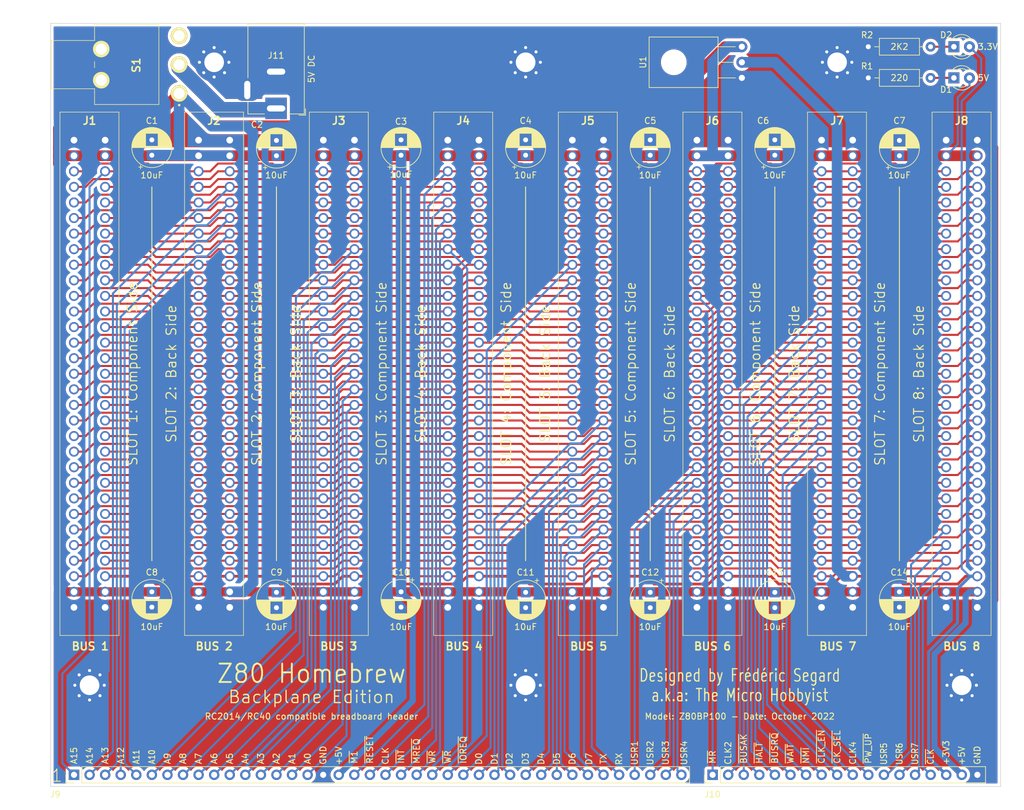
<source format=kicad_pcb>
(kicad_pcb (version 20211014) (generator pcbnew)
  (title_block (date "2022-10-08") (rev "2"))
  (layers (0 "F.Cu" mixed) (31 "B.Cu" mixed) (34 "B.Paste" user) (35 "F.Paste" user) (36 "B.SilkS" user "B.Silkscreen") (37 "F.SilkS" user "F.Silkscreen") (38 "B.Mask" user) (39 "F.Mask" user) (44 "Edge.Cuts" user))
  (net 0 "")
  (net 1 "+5V")
  (net 2 "GND")
  (net 3 "Net-(D1-Pad1)")
  (net 4 "/A15")
  (net 5 "/A14")
  (net 6 "/A13")
  (net 7 "/A12")
  (net 8 "/A11")
  (net 9 "/A10")
  (net 10 "/A9")
  (net 11 "/A8")
  (net 12 "/A7")
  (net 13 "/A6")
  (net 14 "/A5")
  (net 15 "/A4")
  (net 16 "/A3")
  (net 17 "/A2")
  (net 18 "/A1")
  (net 19 "/A0")
  (net 20 "/D0")
  (net 21 "/D1")
  (net 22 "/D2")
  (net 23 "/D3")
  (net 24 "/D4")
  (net 25 "/D5")
  (net 26 "/D6")
  (net 27 "/D7")
  (net 28 "/TX")
  (net 29 "/RX")
  (net 30 "/~{M1}")
  (net 31 "/~{RESET}")
  (net 32 "/CLK")
  (net 33 "/~{INT}")
  (net 34 "/~{MREQ}")
  (net 35 "/~{WR}")
  (net 36 "/~{RD}")
  (net 37 "/~{IORQ}")
  (net 38 "/~{MR}")
  (net 39 "/CLK2")
  (net 40 "/~{BUSAK}")
  (net 41 "/~{HALT}")
  (net 42 "/~{BUSRQ}")
  (net 43 "/~{WAIT}")
  (net 44 "/~{NMI}")
  (net 45 "/~{CLK_EN}")
  (net 46 "/~{CLK_SEL}")
  (net 47 "/CLK4")
  (net 48 "/USER1")
  (net 49 "/USER2")
  (net 50 "/USER3")
  (net 51 "/USER4")
  (net 52 "/USER5")
  (net 53 "/USER6")
  (net 54 "/USER7")
  (net 56 "+3V3")
  (net 57 "Net-(J11-Pad1)")
  (net 58 "Net-(D2-Pad1)")
  (net 59 "/~{PWR_UP}")
  (net 60 "/~{CLK}")
  (footprint "MountingHole:MountingHole_3.2mm_M3_Pad_Via" (layer "F.Cu") (at 163.83 41.91)
    (fp_text reference "H3" hide)
    (fp_text value "MH")
  )
  (footprint "Capacitor_THT:CP_Radial_D6.3mm_P2.50mm" (layer "F.Cu") (at 92.71 128.27 -90)
    (fp_text reference "C10")
    (fp_text value "10uF")
  )
  (footprint "Connector_BarrelJack:BarrelJack_Horizontal" (layer "F.Cu") (at 72.3315 49.434 -90)
    (fp_text reference "J11")
    (fp_text value "5V DC")
  )
  (footprint "Capacitor_THT:CP_Radial_D6.3mm_P2.50mm" (layer "F.Cu") (at 52.07 57.062379 90)
    (fp_text reference "C1")
    (fp_text value "10uF")
  )
  (footprint "MountingHole:MountingHole_3.2mm_M3_Pad_Via" (layer "F.Cu") (at 41.91 143.51)
    (fp_text reference "H4" hide)
    (fp_text value "MH")
  )
  (footprint "Capacitor_THT:CP_Radial_D6.3mm_P2.50mm" (layer "F.Cu") (at 113.03 128.357621 -90)
    (fp_text reference "C11")
    (fp_text value "10uF")
  )
  (footprint "Package_TO_SOT_THT:TO-126-3_Horizontal_TabDown" (layer "F.Cu") (at 148.295 44.45 90)
    (fp_text reference "U1")
    (fp_text value "LD1117AV33")
  )
  (footprint "Capacitor_THT:CP_Radial_D6.3mm_P2.50mm" (layer "F.Cu") (at 52.07 128.27 -90)
    (fp_text reference "C8")
    (fp_text value "10uF")
  )
  (footprint "Resistor_THT:R_Axial_DIN0207_L6.3mm_D2.5mm_P10.16mm_Horizontal" (layer "F.Cu") (at 168.91 44.45)
    (fp_text reference "R1")
    (fp_text value "220")
  )
  (footprint "0 - Library:ISA_Connector" (layer "F.Cu") (at 85.117 54.61 -90)
    (fp_text reference "J3")
    (fp_text value "BUS 3")
  )
  (footprint "0 - Library:ISA_Connector" (layer "F.Cu") (at 105.41 54.61 -90)
    (fp_text reference "J4")
    (fp_text value "BUS 4")
  )
  (footprint "0 - Library:ISA_Connector" (layer "F.Cu") (at 186.69 54.61 -90)
    (fp_text reference "J8")
    (fp_text value "BUS 8")
  )
  (footprint "LED_THT:LED_D3.0mm" (layer "F.Cu") (at 182.875 44.45)
    (fp_text reference "D1")
    (fp_text value "5V")
  )
  (footprint "Resistor_THT:R_Axial_DIN0207_L6.3mm_D2.5mm_P10.16mm_Horizontal" (layer "F.Cu") (at 168.91 39.37)
    (fp_text reference "R2")
    (fp_text value "2K2")
  )
  (footprint "Capacitor_THT:CP_Radial_D6.3mm_P2.50mm" (layer "F.Cu") (at 113.03 57.062379 90)
    (fp_text reference "C4")
    (fp_text value "10uF")
  )
  (footprint "Capacitor_THT:CP_Radial_D6.3mm_P2.50mm" (layer "F.Cu") (at 92.71 57.062379 90)
    (fp_text reference "C3")
    (fp_text value "10uF")
  )
  (footprint "0 - Library:ISA_Connector" (layer "F.Cu") (at 64.77 54.61 -90)
    (fp_text reference "J2")
    (fp_text value "BUS 2")
  )
  (footprint "MountingHole:MountingHole_3.2mm_M3_Pad_Via" (layer "F.Cu") (at 113.03 143.51)
    (fp_text reference "H5" hide)
    (fp_text value "MH")
  )
  (footprint "Capacitor_THT:CP_Radial_D6.3mm_P2.50mm" (layer "F.Cu") (at 133.35 57.062379 90)
    (fp_text reference "C5")
    (fp_text value "10uF")
  )
  (footprint "Capacitor_THT:CP_Radial_D6.3mm_P2.50mm" (layer "F.Cu") (at 153.67 57.062379 90)
    (fp_text reference "C6")
    (fp_text value "10uF")
  )
  (footprint "Connector_PinHeader_2.54mm:PinHeader_1x18_P2.54mm_Vertical" (layer "F.Cu") (at 143.525 158.115 90)
    (fp_text reference "J10")
    (fp_text value "EXTENDED BUS")
  )
  (footprint "Capacitor_THT:CP_Radial_D6.3mm_P2.50mm" (layer "F.Cu") (at 173.99 128.27 -90)
    (fp_text reference "C14")
    (fp_text value "10uF")
  )
  (footprint "0 - Library:SPDT_NKK_SWITCH_M2012S2A2W30" (layer "F.Cu") (at 56.515 46.99 -90)
    (fp_text reference "S1")
    (fp_text value "POWER" hide)
  )
  (footprint "Capacitor_THT:CP_Radial_D6.3mm_P2.50mm" (layer "F.Cu") (at 173.99 57.15 90)
    (fp_text reference "C7")
    (fp_text value "10uF")
  )
  (footprint "MountingHole:MountingHole_3.2mm_M3_Pad_Via" (layer "F.Cu") (at 62.23 41.91)
    (fp_text reference "H1" hide)
    (fp_text value "MH")
  )
  (footprint "LED_THT:LED_D3.0mm" (layer "F.Cu") (at 182.875 39.37)
    (fp_text reference "D2")
    (fp_text value "3.3V")
  )
  (footprint "Capacitor_THT:CP_Radial_D6.3mm_P2.50mm" (layer "F.Cu") (at 72.39 57.15 90)
    (fp_text reference "C2")
    (fp_text value "10uF")
  )
  (footprint "Capacitor_THT:CP_Radial_D6.3mm_P2.50mm" (layer "F.Cu") (at 133.35 128.357621 -90)
    (fp_text reference "C12")
    (fp_text value "10uF")
  )
  (footprint "0 - Library:ISA_Connector" (layer "F.Cu") (at 44.45 54.61 -90)
    (fp_text reference "J1")
    (fp_text value "BUS 1")
  )
  (footprint "Connector_PinHeader_2.54mm:PinHeader_1x40_P2.54mm_Vertical" (layer "F.Cu") (at 39.375 158.115 90)
    (fp_text reference "J9")
    (fp_text value "BASIC BUS")
  )
  (footprint "0 - Library:ISA_Connector" (layer "F.Cu") (at 125.73 54.61 -90)
    (fp_text reference "J5")
    (fp_text value "BUS 5")
  )
  (footprint "MountingHole:MountingHole_3.2mm_M3_Pad_Via" (layer "F.Cu") (at 113.03 41.91)
    (fp_text reference "H2" hide)
    (fp_text value "MH")
  )
  (footprint "Capacitor_THT:CP_Radial_D6.3mm_P2.50mm" (layer "F.Cu") (at 72.39 128.357621 -90)
    (fp_text reference "C9")
    (fp_text value "10uF")
  )
  (footprint "Capacitor_THT:CP_Radial_D6.3mm_P2.50mm" (layer "F.Cu") (at 153.67 128.357621 -90)
    (fp_text reference "C13")
    (fp_text value "10uF")
  )
  (footprint "MountingHole:MountingHole_3.2mm_M3_Pad_Via" (layer "F.Cu") (at 184.15 143.51)
    (fp_text reference "H6" hide)
    (fp_text value "MH")
  )
  (footprint "0 - Library:ISA_Connector" (layer "F.Cu") (at 166.37 54.61 -90)
    (fp_text reference "J7")
    (fp_text value "BUS 7")
  )
  (footprint "0 - Library:ISA_Connector" (layer "F.Cu") (at 146.05 54.61 -90)
    (fp_text reference "J6")
    (fp_text value "BUS 6")
  )
  (gr_line (start 113.03 62.23) (end 113.03 123.19) (layer "F.SilkS") (width 0.15))
  (gr_line (start 153.67 62.23) (end 153.67 123.19) (layer "F.SilkS") (width 0.15))
  (gr_line (start 35.687 46.228) (end 35.687 38.354) (layer "F.SilkS") (width 0.1))
  (gr_line (start 35.687 38.354) (end 42.728877 38.354) (layer "F.SilkS") (width 0.1))
  (gr_line (start 72.39 62.23) (end 72.39 123.19) (layer "F.SilkS") (width 0.15))
  (gr_line (start 42.725 46.79) (end 42.733267 46.228) (layer "F.SilkS") (width 0.1))
  (gr_line (start 42.733267 46.228) (end 35.687 46.228) (layer "F.SilkS") (width 0.1))
  (gr_line (start 92.71 62.23) (end 92.71 123.19) (layer "F.SilkS") (width 0.15))
  (gr_line (start 173.99 62.23) (end 173.99 123.19) (layer "F.SilkS") (width 0.15))
  (gr_line (start 52.07 62.23) (end 52.07 123.19) (layer "F.SilkS") (width 0.15))
  (gr_line (start 133.35 62.23) (end 133.35 123.19) (layer "F.SilkS") (width 0.15))
  (gr_line (start 42.728877 38.354) (end 42.725 37.79) (layer "F.SilkS") (width 0.1))
  (gr_line (start 190.5 35.56) (end 190.5 160.02) (layer "Edge.Cuts") (width 0.1))
  (gr_line (start 35.56 160.02) (end 190.5 160.02) (layer "Edge.Cuts") (width 0.1))
  (gr_line (start 35.56 160.02) (end 35.56 35.56) (layer "Edge.Cuts") (width 0.1))
  (gr_line (start 190.5 35.56) (end 35.56 35.56) (layer "Edge.Cuts") (width 0.1))
  (gr_text "~{CK_SEL}" (at 163.83 156.3878 90) (layer "F.SilkS") (effects (font (size 1 1)) (justify left)))
  (gr_text "+5V" (at 184.15 156.6164 90) (layer "F.SilkS") (effects (font (size 1 1)) (justify left)))
  (gr_text "A6" (at 62.23 156.464 90) (layer "F.SilkS") (effects (font (size 1 1)) (justify left)))
  (gr_text "A10" (at 52.07 156.464 90) (layer "F.SilkS") (effects (font (size 1 0.85)) (justify left)))
  (gr_text "SLOT 4: Back Side" (at 95.885 92.71 90) (layer "F.SilkS") (effects (font (size 1.6 1.6) (thickness 0.18))))
  (gr_text "A5" (at 64.77 156.464 90) (layer "F.SilkS") (effects (font (size 1 1)) (justify left)))
  (gr_text "SLOT 5: Component Side" (at 130.175 92.71 90) (layer "F.SilkS") (effects (font (size 1.6 1.6) (thickness 0.18))))
  (gr_text "SLOT 1: Component Side" (at 48.895 92.71 90) (layer "F.SilkS") (effects (font (size 1.6 1.6) (thickness 0.18))))
  (gr_text "SLOT 5: Back Side" (at 116.205 92.71 90) (layer "F.SilkS") (effects (font (size 1.6 1.6) (thickness 0.18))))
  (gr_text "~{MR}" (at 143.51 156.3878 90) (layer "F.SilkS") (effects (font (size 1 1)) (justify left)))
  (gr_text "+3V3" (at 181.61 156.6164 90) (layer "F.SilkS") (effects (font (size 1 1)) (justify left)))
  (gr_text "~{IOREQ}" (at 102.87 156.3878 90) (layer "F.SilkS") (effects (font (size 1 1)) (justify left)))
  (gr_text "RX" (at 128.27 156.618165 90) (layer "F.SilkS") (effects (font (size 1 1)) (justify left)))
  (gr_text "D7" (at 123.3678 156.591 90) (layer "F.SilkS") (effects (font (size 1 1)) (justify left)))
  (gr_text "SLOT 3: Component Side" (at 89.535 92.71 90) (layer "F.SilkS") (effects (font (size 1.6 1.6) (thickness 0.18))))
  (gr_text "SLOT 8: Back Side" (at 177.165 92.71 90) (layer "F.SilkS") (effects (font (size 1.6 1.6) (thickness 0.18))))
  (gr_text "D4" (at 115.561609 156.5641 90) (layer "F.SilkS") (effects (font (size 1 1)) (justify left)))
  (gr_text "SLOT 4: Component Side" (at 109.855 92.71 90) (layer "F.SilkS") (effects (font (size 1.6 1.6) (thickness 0.18))))
  (gr_text "SLOT 2: Component Side" (at 69.215 92.71 90) (layer "F.SilkS") (effects (font (size 1.6 1.6) (thickness 0.18))))
  (gr_text "A2" (at 72.39 156.464 90) (layer "F.SilkS") (effects (font (size 1 1)) (justify left)))
  (gr_text "CLK2" (at 146.05 156.5402 90) (layer "F.SilkS") (effects (font (size 1 1)) (justify left)))
  (gr_text "USR4" (at 138.8618 156.6164 90) (layer "F.SilkS") (effects (font (size 1 1)) (justify left)))
  (gr_text "CLK4" (at 166.3954 156.5402 90) (layer "F.SilkS") (effects (font (size 1 1)) (justify left)))
  (gr_text "~{M1}" (at 85.09 156.3878 90) (layer "F.SilkS") (effects (font (size 1 1)) (justify left)))
  (gr_text "D6" (at 120.641609 156.5641 90) (layer "F.SilkS") (effects (font (size 1 1)) (justify left)))
  (gr_text "Z80 Homebrew" (at 78.105 141.605) (layer "F.SilkS") (effects (font (size 3 2.75) (thickness 0.3))))
  (gr_text "Model: Z80BP100 - Date: October 2022" (at 147.955 148.59) (layer "F.SilkS") (effects (font (size 1 1))))
  (gr_text "SLOT 6: Component Side" (at 150.495 92.71 90) (layer "F.SilkS") (effects (font (size 1.6 1.6) (thickness 0.18))))
  (gr_text "SLOT 7: Back Side" (at 156.845 92.71 90) (layer "F.SilkS") (effects (font (size 1.6 1.6) (thickness 0.18))))
  (gr_text "~{BUSRQ}" (at 153.67 156.3878 90) (layer "F.SilkS") (effects (font (size 1 1)) (justify left)))
  (gr_text "D1" (at 107.941609 156.5641 90) (layer "F.SilkS") (effects (font (size 1 1)) (justify left)))
  (gr_text "A15" (at 39.37 156.464 90) (layer "F.SilkS") (effects (font (size 1 1)) (justify left)))
  (gr_text "~{WR}" (at 97.79 156.3878 90) (layer "F.SilkS") (effects (font (size 1 1)) (justify left)))
  (gr_text "USR3" (at 135.8646 156.6164 90) (layer "F.SilkS") (effects (font (size 1 1)) (justify left)))
  (gr_text "~{WR}" (at 100.33 156.3878 90) (layer "F.SilkS") (effects (font (size 1 1)) (justify left)))
  (gr_text "D2" (at 110.375074 156.565869 90) (layer "F.SilkS") (effects (font (size 1 1)) (justify left)))
  (gr_text "+5V" (at 82.55 156.6164 90) (layer "F.SilkS") (effects (font (size 1 1)) (justify left)))
  (gr_text "D0" (at 105.401609 156.5641 90) (layer "F.SilkS") (effects (font (size 1 1)) (justify left)))
  (gr_text "~{HALT}" (at 151.13 156.3878 90) (layer "F.SilkS") (effects (font (size 1 1)) (justify left)))
  (gr_text "A14" (at 41.91 156.464 90) (layer "F.SilkS") (effects (font (size 1 1)) (justify left)))
  (gr_text "GND" (at 186.69 156.5402 90) (layer "F.SilkS") (effects (font (size 1 1)) (justify left)))
  (gr_text "A1" (at 74.93 156.464 90) (layer "F.SilkS") (effects (font (size 1 1)) (justify left)))
  (gr_text "1" (at 36.576 158.242) (layer "F.SilkS") (effects (font (size 2 2))))
  (gr_text "~{MREQ}" (at 95.25 156.3878 90) (layer "F.SilkS") (effects (font (size 1 1)) (justify left)))
  (gr_text "~{CLK_EN}" (at 161.29 156.3878 90) (layer "F.SilkS") (effects (font (size 1 1)) (justify left)))
  (gr_text "~{PW_UP}" (at 168.91 156.3878 90) (layer "F.SilkS") (effects (font (size 1 1)) (justify left)))
  (gr_text "A8" (at 57.15 156.464 90) (layer "F.SilkS") (effects (font (size 1 1)) (justify left)))
  (gr_text "USR1" (at 130.81 156.618165 90) (layer "F.SilkS") (effects (font (size 1 1)) (justify left)))
  (gr_text "A4" (at 67.31 156.464 90) (layer "F.SilkS") (effects (font (size 1 1)) (justify left)))
  (gr_text "A7" (at 59.69 156.464 90) (layer "F.SilkS") (effects (font (size 1 1)) (justify left)))
  (gr_text "GND" (at 80.01 156.5402 90) (layer "F.SilkS") (effects (font (size 1 1)) (justify left)))
  (gr_text "SLOT 2: Back Side" (at 55.245 92.71 90) (layer "F.SilkS") (effects (font (size 1.6 1.6) (thickness 0.18))))
  (gr_text "~{WAIT}" (at 156.21 156.3878 90) (layer "F.SilkS") (effects (font (size 1 1)) (justify left)))
  (gr_text "SLOT 3: Back Side" (at 75.565 92.71 90) (layer "F.SilkS") (effects (font (size 1.6 1.6) (thickness 0.18))))
  (gr_text "~{NMI}" (at 158.75 156.3878 90) (layer "F.SilkS") (effects (font (size 1 1)) (justify left)))
  (gr_text "Designed by Frédéric Segard\na.k.a: The Micro Hobbyist" (at 147.955 143.51) (layer "F.SilkS") (effects (font (size 2 1.5) (thickness 0.2))))
  (gr_text "A12" (at 46.99 156.464 90) (layer "F.SilkS") (effects (font (size 1 1)) (justify left)))
  (gr_text "~{RESET}" (at 87.63 156.3878 90) (layer "F.SilkS") (effects (font (size 1 1)) (justify left)))
  (gr_text "A13" (at 44.45 156.464 90) (layer "F.SilkS") (effects (font (size 1 1)) (justify left)))
  (gr_text "A11" (at 49.53 156.464 90) (layer "F.SilkS") (effects (font (size 1 0.85)) (justify left)))
  (gr_text "~{INT}" (at 92.71 156.3878 90) (layer "F.SilkS") (effects (font (size 1 1)) (justify left)))
  (gr_text "D3" (at 113.021609 156.5641 90) (layer "F.SilkS") (effects (font (size 1 1)) (justify left)))
  (gr_text "USR2" (at 133.35 156.618165 90) (layer "F.SilkS") (effects (font (size 1 1)) (justify left)))
  (gr_text "A3" (at 69.85 156.464 90) (layer "F.SilkS") (effects (font (size 1 1)) (justify left)))
  (gr_text "A0" (at 77.47 156.464 90) (layer "F.SilkS") (effects (font (size 1 1)) (justify left)))
  (gr_text "Backplane Edition" (at 78.105 145.415) (layer "F.SilkS") (effects (font (size 2 2) (thickness 0.2))))
  (gr_text "CLK" (at 90.17 156.5402 90) (layer "F.SilkS") (effects (font (size 1 1)) (justify left)))
  (gr_text "~{CLK}" (at 179.07 156.5275 90) (layer "F.SilkS") (effects (font (size 1 0.9)) (justify left)))
  (gr_text "D5" (at 118.101609 156.5641 90) (layer "F.SilkS") (effects (font (size 1 1)) (justify left)))
  (gr_text "USR7" (at 176.53 156.5656 90) (layer "F.SilkS") (effects (font (size 1 0.9)) (justify left)))
  (gr_text "USR5" (at 171.45 156.5656 90) (layer "F.SilkS") (effects (font (size 1 0.9)) (justify left)))
  (gr_text "USR6" (at 173.99 156.5656 90) (layer "F.SilkS") (effects (font (size 1 0.9)) (justify left)))
  (gr_text "A9" (at 54.61 156.464 90) (layer "F.SilkS") (effects (font (size 1 1)) (justify left)))
  (gr_text "~{BUSAK}" (at 148.59 156.3878 90) (layer "F.SilkS") (effects (font (size 1 1)) (justify left)))
  (gr_text "TX" (at 125.73 156.464 90) (layer "F.SilkS") (effects (font (size 1 1)) (justify left)))
  (gr_text "SLOT 7: Component Side" (at 170.815 92.71 90) (layer "F.SilkS") (effects (font (size 1.6 1.6) (thickness 0.18))))
  (gr_text "SLOT 6: Back Side" (at 136.525 92.71 90) (layer "F.SilkS") (effects (font (size 1.6 1.6) (thickness 0.18))))
  (gr_text "RC2014/RC40 compatible breadboard header" (at 78.105 148.59) (layer "F.SilkS") (effects (font (size 1 1))))
  (segment (start 36.83 58.42) (end 36.83 57.15) (width 1.75) (layer "F.Cu") (net 1))
  (segment (start 36.83 57.15) (end 36.83 52.705) (width 1.75) (layer "F.Cu") (net 1))
  (segment (start 132.656 52.259) (end 145.545 39.37) (width 1.75) (layer "F.Cu") (net 1))
  (segment (start 36.83 52.705) (end 38.735 50.8) (width 1.75) (layer "F.Cu") (net 1))
  (segment (start 56.515 46.99) (end 61.784 52.259) (width 1.75) (layer "F.Cu") (net 1))
  (segment (start 38.1 57.15) (end 36.83 58.42) (width 1.75) (layer "F.Cu") (net 1))
  (segment (start 52.705 50.8) (end 56.515 46.99) (width 1.75) (layer "F.Cu") (net 1))
  (segment (start 61.784 52.259) (end 132.656 52.259) (width 1.75) (layer "F.Cu") (net 1))
  (segment (start 38.1 57.15) (end 36.83 55.88) (width 1.75) (layer "F.Cu") (net 1))
  (segment (start 39.37 128.27) (end 38.1 128.27) (width 1.5) (layer "F.Cu") (net 1))
  (segment (start 39.37 128.27) (end 186.69 128.27) (width 1.5) (layer "F.Cu") (net 1))
  (segment (start 39.37 57.15) (end 36.83 57.15) (width 1.75) (layer "F.Cu") (net 1))
  (segment (start 39.37 57.15) (end 186.69 57.15) (width 1.75) (layer "F.Cu") (net 1))
  (segment (start 38.1 128.27) (end 36.83 127) (width 1.5) (layer "F.Cu") (net 1))
  (segment (start 39.37 57.15) (end 38.1 57.15) (width 1.75) (layer "F.Cu") (net 1))
  (segment (start 145.545 39.37) (end 148.295 39.37) (width 1.75) (layer "F.Cu") (net 1))
  (segment (start 38.735 50.8) (end 52.705 50.8) (width 1.75) (layer "F.Cu") (net 1))
  (segment (start 36.83 127) (end 36.83 58.42) (width 1.5) (layer "F.Cu") (net 1))
  (segment (start 186.69 128.27) (end 185.42 128.27) (width 1) (layer "B.Cu") (net 1))
  (segment (start 56.515 46.99) (end 61.849 52.324) (width 1.75) (layer "B.Cu") (net 1))
  (segment (start 140.97 57.15) (end 143.51 57.15) (width 1.75) (layer "B.Cu") (net 1))
  (segment (start 94.615 146.055) (end 94.615 130.175) (width 1) (layer "B.Cu") (net 1))
  (segment (start 67.056 128.27) (end 64.77 128.27) (width 1.75) (layer "B.Cu") (net 1))
  (segment (start 143.51 57.15) (end 146.05 57.15) (width 1.75) (layer "B.Cu") (net 1))
  (segment (start 92.71 128.27) (end 92.71 57.062379) (width 1.75) (layer "B.Cu") (net 1))
  (segment (start 185.42 128.27) (end 184.785 128.905) (width 1) (layer "B.Cu") (net 1))
  (segment (start 185.415 45.725) (end 183.515 47.625) (width 0.333) (layer "B.Cu") (net 1))
  (segment (start 68.58 126.746) (end 67.056 128.27) (width 1.75) (layer "B.Cu") (net 1))
  (segment (start 183.515 55.245) (end 181.61 57.15) (width 0.333) (layer "B.Cu") (net 1))
  (segment (start 59.69 57.15) (end 64.77 57.15) (width 1.75) (layer "B.Cu") (net 1))
  (segment (start 56.515 46.99) (end 56.515 56.515) (width 1.75) (layer "B.Cu") (net 1))
  (segment (start 183.515 47.625) (end 183.515 55.245) (width 0.333) (layer "B.Cu") (net 1))
  (segment (start 179.705 138.43) (end 179.705 153.655) (width 1) (layer "B.Cu") (net 1))
  (segment (start 59.602379 57.062379) (end 59.69 57.15) (width 1.75) (layer "B.Cu") (net 1))
  (segment (start 184.785 128.905) (end 184.785 133.35) (width 1) (layer "B.Cu") (net 1))
  (segment (start 56.515 56.515) (end 55.967621 57.062379) (width 1.75) (layer "B.Cu") (net 1))
  (segment (start 184.785 133.35) (end 179.705 138.43) (width 1) (layer "B.Cu") (net 1))
  (segment (start 146.05 39.37) (end 143.51 41.91) (width 1.75) (layer "B.Cu") (net 1))
  (segment (start 82.555 158.115) (end 94.615 146.055) (width 1) (layer "B.Cu") (net 1))
  (segment (start 185.415 44.45) (end 185.415 45.725) (width 0.333) (layer "B.Cu") (net 1))
  (segment (start 52.07 57.062379) (end 55.967621 57.062379) (width 1.75) (layer "B.Cu") (net 1))
  (segment (start 143.51 41.91) (end 143.51 57.15) (width 1.75) (layer "B.Cu") (net 1))
  (segment (start 148.295 39.37) (end 146.05 39.37) (width 1.75) (layer "B.Cu") (net 1))
  (segment (start 68.58 53.34) (end 68.58 126.746) (width 1.75) (layer "B.Cu") (net 1))
  (segment (start 67.564 52.324) (end 68.58 53.34) (width 1.75) (layer "B.Cu") (net 1))
  (segment (start 179.705 153.655) (end 184.165 158.115) (width 1) (layer "B.Cu") (net 1))
  (segment (start 55.967621 57.062379) (end 59.602379 57.062379) (width 1.75) (layer "B.Cu") (net 1))
  (segment (start 61.849 52.324) (end 67.564 52.324) (width 1.75) (layer "B.Cu") (net 1))
  (segment (start 94.615 130.175) (end 92.71 128.27) (width 1) (layer "B.Cu") (net 1))
  (segment (start 166.37 39.37) (end 163.83 41.91) (width 0.333) (layer "F.Cu") (net 2))
  (segment (start 67.6315 46.434) (end 67.6315 45.4065) (width 2.5) (layer "F.Cu") (net 2))
  (segment (start 44.07 40.005) (end 43.815 39.75) (width 0.75) (layer "F.Cu") (net 2))
  (segment (start 187.96 54.61) (end 189.23 55.88) (width 1.75) (layer "F.Cu") (net 2))
  (segment (start 62.23 41.91) (end 60.325 40.005) (width 0.75) (layer "F.Cu") (net 2))
  (segment (start 186.69 54.61) (end 187.96 54.61) (width 1.75) (layer "F.Cu") (net 2))
  (segment (start 66.754 46.434) (end 62.23 41.91) (width 2.5) (layer "F.Cu") (net 2))
  (segment (start 186.69 54.61) (end 39.37 54.61) (width 1.75) (layer "F.Cu") (net 2))
  (segment (start 189.23 55.88) (end 189.23 129.54) (width 1.75) (layer "F.Cu") (net 2))
  (segment (start 187.96 130.81) (end 186.69 130.81) (width 1.75) (layer "F.Cu") (net 2))
  (segment (start 67.6315 46.0335) (end 70.231 43.434) (width 2.5) (layer "F.Cu") (net 2))
  (segment (start 67.6315 46.434) (end 67.6315 46.0335) (width 2.5) (layer "F.Cu") (net 2))
  (segment (start 148.295 44.45) (end 148.295 52.365) (width 1.75) (layer "F.Cu") (net 2))
  (segment (start 69.3315 46.434) (end 72.3315 43.434) (width 2.5) (layer "F.Cu") (net 2))
  (segment (start 65.659 43.434) (end 63.754 43.434) (width 2.5) (layer "F.Cu") (net 2))
  (segment (start 168.91 44.45) (end 166.37 44.45) (width 0.333) (layer "F.Cu") (net 2))
  (segment (start 189.23 129.54) (end 187.96 130.81) (width 1.75) (layer "F.Cu") (net 2))
  (segment (start 168.91 39.37) (end 166.37 39.37) (width 0.333) (layer "F.Cu") (net 2))
  (segment (start 186.69 130.81) (end 39.37 130.81) (width 1.75) (layer "F.Cu") (net 2))
  (segment (start 67.6315 46.434) (end 66.754 46.434) (width 2.5) (layer "F.Cu") (net 2))
  (segment (start 43.815 39.75) (end 43.815 44.83) (width 2.5) (layer "F.Cu") (net 2))
  (segment (start 67.6315 46.434) (end 69.3315 46.434) (width 2.5) (layer "F.Cu") (net 2))
  (segment (start 166.37 44.45) (end 163.83 41.91) (width 0.333) (layer "F.Cu") (net 2))
  (segment (start 60.325 40.005) (end 44.07 40.005) (width 0.75) (layer "F.Cu") (net 2))
  (segment (start 67.6315 45.4065) (end 65.659 43.434) (width 2.5) (layer "F.Cu") (net 2))
  (segment (start 63.754 43.434) (end 62.23 41.91) (width 2.5) (layer "F.Cu") (net 2))
  (segment (start 72.3315 43.434) (end 70.231 43.434) (width 2.5) (layer "F.Cu") (net 2))
  (segment (start 148.295 52.365) (end 146.05 54.61) (width 1.75) (layer "F.Cu") (net 2))
  (segment (start 70.231 43.434) (end 65.659 43.434) (width 2.5) (layer "F.Cu") (net 2))
  (segment (start 82.55 54.61) (end 82.55 48.895) (width 1.5) (layer "B.Cu") (net 2))
  (segment (start 188.595 135.255) (end 188.595 143.51) (width 1) (layer "B.Cu") (net 2))
  (segment (start 82.55 48.895) (end 77.089 43.434) (width 1.5) (layer "B.Cu") (net 2))
  (segment (start 77.089 43.434) (end 72.3315 43.434) (width 1.5) (layer "B.Cu") (net 2))
  (segment (start 166.37 54.61) (end 166.37 44.45) (width 1.5) (layer "B.Cu") (net 2))
  (segment (start 148.295 44.45) (end 148.295 52.365) (width 1.75) (layer "B.Cu") (net 2))
  (segment (start 113.03 143.51) (end 113.03 130.857621) (width 1.5) (layer "B.Cu") (net 2))
  (segment (start 92.71 145.42) (end 92.71 130.77) (width 1) (layer "B.Cu") (net 2))
  (segment (start 44.45 130.81) (end 44.45 140.97) (width 1.5) (layer "B.Cu") (net 2))
  (segment (start 80.015 158.115) (end 92.71 145.42) (width 1) (layer "B.Cu") (net 2))
  (segment (start 166.37 44.45) (end 163.83 41.91) (width 1.5) (layer "B.Cu") (net 2))
  (segment (start 44.45 140.97) (end 41.91 143.51) (width 1.5) (layer "B.Cu") (net 2))
  (segment (start 188.595 156.225) (end 186.705 158.115) (width 1) (layer "B.Cu") (net 2))
  (segment (start 186.69 130.81) (end 186.69 133.35) (width 1) (layer "B.Cu") (net 2))
  (segment (start 186.69 133.35) (end 188.595 135.255) (width 1) (layer "B.Cu") (net 2))
  (segment (start 113.03 54.562379) (end 113.03 41.91) (width 1.5) (layer "B.Cu") (net 2))
  (segment (start 80.037 54.61) (end 82.55 54.61) (width 1.5) (layer "B.Cu") (net 2))
  (segment (start 82.55 54.61) (end 85.117 54.61) (width 1.5) (layer "B.Cu") (net 2))
  (segment (start 148.295 52.365) (end 146.05 54.61) (width 1.75) (layer "B.Cu") (net 2))
  (segment (start 188.595 143.51) (end 188.595 156.225) (width 1) (layer "B.Cu") (net 2))
  (segment (start 184.15 143.51) (end 188.595 143.51) (width 1) (layer "B.Cu") (net 2))
  (segment (start 179.07 44.45) (end 182.875 44.45) (width 0.333) (layer "F.Cu") (net 3))
  (segment (start 144.145 59.69) (end 142.875 60.96) (width 0.333) (layer "F.Cu") (net 4))
  (segment (start 92.075 59.69) (end 85.09 59.69) (width 0.333) (layer "F.Cu") (net 4))
  (segment (start 52.705 60.96) (end 51.435 59.69) (width 0.333) (layer "F.Cu") (net 4))
  (segment (start 113.665 60.96) (end 112.395 59.69) (width 0.333) (layer "F.Cu") (net 4))
  (segment (start 93.345 60.96) (end 92.075 59.69) (width 0.333) (layer "F.Cu") (net 4))
  (segment (start 83.185 59.69) (end 81.915 60.96) (width 0.333) (layer "F.Cu") (net 4))
  (segment (start 71.755 59.69) (end 64.77 59.69) (width 0.333) (layer "F.Cu") (net 4))
  (segment (start 164.465 59.69) (end 163.195 60.96) (width 0.333) (layer "F.Cu") (net 4))
  (segment (start 153.035 59.69) (end 146.05 59.69) (width 0.333) (layer "F.Cu") (net 4))
  (segment (start 166.37 59.69) (end 164.465 59.69) (width 0.333) (layer "F.Cu") (net 4))
  (segment (start 174.625 60.96) (end 173.355 59.69) (width 0.333) (layer "F.Cu") (net 4))
  (segment (start 184.785 59.69) (end 183.515 60.96) (width 0.333) (layer "F.Cu") (net 4))
  (segment (start 81.915 60.96) (end 73.025 60.96) (width 0.333) (layer "F.Cu") (net 4))
  (segment (start 112.395 59.69) (end 105.41 59.69) (width 0.333) (layer "F.Cu") (net 4))
  (segment (start 173.355 59.69) (end 166.37 59.69) (width 0.333) (layer "F.Cu") (net 4))
  (segment (start 122.555 60.96) (end 113.665 60.96) (width 0.333) (layer "F.Cu") (net 4))
  (segment (start 142.875 60.96) (end 133.985 60.96) (width 0.333) (layer "F.Cu") (net 4))
  (segment (start 125.73 59.69) (end 123.825 59.69) (width 0.333) (layer "F.Cu") (net 4))
  (segment (start 61.595 60.96) (end 52.705 60.96) (width 0.333) (layer "F.Cu") (net 4))
  (segment (start 146.05 59.69) (end 144.145 59.69) (width 0.333) (layer "F.Cu") (net 4))
  (segment (start 62.865 59.69) (end 61.595 60.96) (width 0.333) (layer "F.Cu") (net 4))
  (segment (start 103.505 59.69) (end 102.235 60.96) (width 0.333) (layer "F.Cu") (net 4))
  (segment (start 123.825 59.69) (end 122.555 60.96) (width 0.333) (layer "F.Cu") (net 4))
  (segment (start 183.515 60.96) (end 174.625 60.96) (width 0.333) (layer "F.Cu") (net 4))
  (segment (start 186.69 59.69) (end 184.785 59.69) (width 0.333) (layer "F.Cu") (net 4))
  (segment (start 85.09 59.69) (end 83.185 59.69) (width 0.333) (layer "F.Cu") (net 4))
  (segment (start 163.195 60.96) (end 154.305 60.96) (width 0.333) (layer "F.Cu") (net 4))
  (segment (start 105.41 59.69) (end 103.505 59.69) (width 0.333) (layer "F.Cu") (net 4))
  (segment (start 51.435 59.69) (end 44.45 59.69) (width 0.333) (layer "F.Cu") (net 4))
  (segment (start 102.235 60.96) (end 93.345 60.96) (width 0.333) (layer "F.Cu") (net 4))
  (segment (start 73.025 60.96) (end 71.755 59.69) (width 0.333) (layer "F.Cu") (net 4))
  (segment (start 133.985 60.96) (end 132.715 59.69) (width 0.333) (layer "F.Cu") (net 4))
  (segment (start 64.77 59.69) (end 62.865 59.69) (width 0.333) (layer "F.Cu") (net 4))
  (segment (start 154.305 60.96) (end 153.035 59.69) (width 0.333) (layer "F.Cu") (net 4))
  (segment (start 132.715 59.69) (end 125.73 59.69) (width 0.333) (layer "F.Cu") (net 4))
  (segment (start 41.91 137.16) (end 41.91 62.23) (width 0.333) (layer "B.Cu") (net 4))
  (segment (start 39.375 158.115) (end 39.37 158.115) (width 0.333) (layer "B.Cu") (net 4))
  (segment (start 41.91 62.23) (end 44.45 59.69) (width 0.333) (layer "B.Cu") (net 4))
  (segment (start 37.465 141.605) (end 41.91 137.16) (width 0.333) (layer "B.Cu") (net 4))
  (segment (start 37.465 156.21) (end 37.465 141.605) (width 0.333) (layer "B.Cu") (net 4))
  (segment (start 39.37 158.115) (end 37.465 156.21) (width 0.333) (layer "B.Cu") (net 4))
  (segment (start 125.73 62.23) (end 123.825 62.23) (width 0.333) (layer "F.Cu") (net 5))
  (segment (start 122.555 63.5) (end 113.665 63.5) (width 0.333) (layer "F.Cu") (net 5))
  (segment (start 132.715 62.23) (end 125.73 62.23) (width 0.333) (layer "F.Cu") (net 5))
  (segment (start 144.145 62.23) (end 142.875 63.5) (width 0.333) (layer "F.Cu") (net 5))
  (segment (start 102.235 63.5) (end 93.345 63.5) (width 0.333) (layer "F.Cu") (net 5))
  (segment (start 112.395 62.23) (end 105.41 62.23) (width 0.333) (layer "F.Cu") (net 5))
  (segment (start 105.41 62.23) (end 103.505 62.23) (width 0.333) (layer "F.Cu") (net 5))
  (segment (start 62.865 62.23) (end 61.595 63.5) (width 0.333) (layer "F.Cu") (net 5))
  (segment (start 83.185 62.23) (end 81.915 63.5) (width 0.333) (layer "F.Cu") (net 5))
  (segment (start 64.77 62.23) (end 62.865 62.23) (width 0.333) (layer "F.Cu") (net 5))
  (segment (start 52.705 63.5) (end 51.435 62.23) (width 0.333) (layer "F.Cu") (net 5))
  (segment (start 93.345 63.5) (end 92.075 62.23) (width 0.333) (layer "F.Cu") (net 5))
  (segment (start 153.035 62.23) (end 146.05 62.23) (width 0.333) (layer "F.Cu") (net 5))
  (segment (start 103.505 62.23) (end 102.235 63.5) (width 0.333) (layer "F.Cu") (net 5))
  (segment (start 142.875 63.5) (end 133.985 63.5) (width 0.333) (layer "F.Cu") (net 5))
  (segment (start 113.665 63.5) (end 112.395 62.23) (width 0.333) (layer "F.Cu") (net 5))
  (segment (start 166.37 62.23) (end 164.465 62.23) (width 0.333) (layer "F.Cu") (net 5))
  (segment (start 92.075 62.23) (end 85.09 62.23) (width 0.333) (layer "F.Cu") (net 5))
  (segment (start 154.305 63.5) (end 153.035 62.23) (width 0.333) (layer "F.Cu") (net 5))
  (segment (start 61.595 63.5) (end 52.705 63.5) (width 0.333) (layer "F.Cu") (net 5))
  (segment (start 164.465 62.23) (end 163.195 63.5) (width 0.333) (layer "F.Cu") (net 5))
  (segment (start 51.435 62.23) (end 44.45 62.23) (width 0.333) (layer "F.Cu") (net 5))
  (segment (start 183.515 63.5) (end 174.625 63.5) (width 0.333) (layer "F.Cu") (net 5))
  (segment (start 186.69 62.23) (end 184.785 62.23) (width 0.333) (layer "F.Cu") (net 5))
  (segment (start 73.025 63.5) (end 71.755 62.23) (width 0.333) (layer "F.Cu") (net 5))
  (segment (start 173.355 62.23) (end 166.37 62.23) (width 0.333) (layer "F.Cu") (net 5))
  (segment (start 81.915 63.5) (end 73.025 63.5) (width 0.333) (layer "F.Cu") (net 5))
  (segment (start 85.09 62.23) (end 83.185 62.23) (width 0.333) (layer "F.Cu") (net 5))
  (segment (start 146.05 62.23) (end 144.145 62.23) (width 0.333) (layer "F.Cu") (net 5))
  (segment (start 174.625 63.5) (end 173.355 62.23) (width 0.333) (layer "F.Cu") (net 5))
  (segment (start 184.785 62.23) (end 183.515 63.5) (width 0.333) (layer "F.Cu") (net 5))
  (segment (start 163.195 63.5) (end 154.305 63.5) (width 0.333) (layer "F.Cu") (net 5))
  (segment (start 133.985 63.5) (end 132.715 62.23) (width 0.333) (layer "F.Cu") (net 5))
  (segment (start 123.825 62.23) (end 122.555 63.5) (width 0.333) (layer "F.Cu") (net 5))
  (segment (start 71.755 62.23) (end 64.77 62.23) (width 0.333) (layer "F.Cu") (net 5))
  (segment (start 61.0445 65.9555) (end 64.77 62.23) (width 0.333) (layer "B.Cu") (net 5))
  (segment (start 45.72 154.31) (end 45.72 79.603449) (width 0.333) (layer "B.Cu") (net 5))
  (segment (start 41.915 158.115) (end 45.72 154.31) (width 0.333) (layer "B.Cu") (net 5))
  (segment (start 59.367949 65.9555) (end 61.0445 65.9555) (width 0.333) (layer "B.Cu") (net 5))
  (segment (start 45.72 79.603449) (end 59.367949 65.9555) (width 0.333) (layer "B.Cu") (net 5))
  (segment (start 73.025 66.04) (end 71.755 64.77) (width 0.333) (layer "F.Cu") (net 6))
  (segment (start 122.555 66.04) (end 113.665 66.04) (width 0.333) (layer "F.Cu") (net 6))
  (segment (start 133.985 66.04) (end 132.715 64.77) (width 0.333) (layer "F.Cu") (net 6))
  (segment (start 64.77 64.77) (end 62.865 64.77) (width 0.333) (layer "F.Cu") (net 6))
  (segment (start 102.235 66.04) (end 93.345 66.04) (width 0.333) (layer "F.Cu") (net 6))
  (segment (start 142.875 66.04) (end 133.985 66.04) (width 0.333) (layer "F.Cu") (net 6))
  (segment (start 174.625 66.04) (end 173.355 64.77) (width 0.333) (layer "F.Cu") (net 6))
  (segment (start 93.345 66.04) (end 92.075 64.77) (width 0.333) (layer "F.Cu") (net 6))
  (segment (start 186.69 64.77) (end 184.785 64.77) (width 0.333) (layer "F.Cu") (net 6))
  (segment (start 173.355 64.77) (end 166.37 64.77) (width 0.333) (layer "F.Cu") (net 6))
  (segment (start 132.715 64.77) (end 125.73 64.77) (width 0.333) (layer "F.Cu") (net 6))
  (segment (start 71.755 64.77) (end 64.77 64.77) (width 0.333) (layer "F.Cu") (net 6))
  (segment (start 163.195 66.04) (end 154.305 66.04) (width 0.333) (layer "F.Cu") (net 6))
  (segment (start 51.435 64.77) (end 44.45 64.77) (width 0.333) (layer "F.Cu") (net 6))
  (segment (start 125.73 64.77) (end 123.825 64.77) (width 0.333) (layer "F.Cu") (net 6))
  (segment (start 61.595 66.04) (end 52.705 66.04) (width 0.333) (layer "F.Cu") (net 6))
  (segment (start 103.505 64.77) (end 102.235 66.04) (width 0.333) (layer "F.Cu") (net 6))
  (segment (start 184.785 64.77) (end 183.515 66.04) (width 0.333) (layer "F.Cu") (net 6))
  (segment (start 164.465 64.77) (end 163.195 66.04) (width 0.333) (layer "F.Cu") (net 6))
  (segment (start 62.865 64.77) (end 61.595 66.04) (width 0.333) (layer "F.Cu") (net 6))
  (segment (start 144.145 64.77) (end 142.875 66.04) (width 0.333) (layer "F.Cu") (net 6))
  (segment (start 85.09 64.77) (end 83.185 64.77) (width 0.333) (layer "F.Cu") (net 6))
  (segment (start 92.075 64.77) (end 85.09 64.77) (width 0.333) (layer "F.Cu") (net 6))
  (segment (start 123.825 64.77) (end 122.555 66.04) (width 0.333) (layer "F.Cu") (net 6))
  (segment (start 154.305 66.04) (end 153.035 64.77) (width 0.333) (layer "F.Cu") (net 6))
  (segment (start 166.37 64.77) (end 164.465 64.77) (width 0.333) (layer "F.Cu") (net 6))
  (segment (start 146.05 64.77) (end 144.145 64.77) (width 0.333) (layer "F.Cu") (net 6))
  (segment (start 105.41 64.77) (end 103.505 64.77) (width 0.333) (layer "F.Cu") (net 6))
  (segment (start 183.515 66.04) (end 174.625 66.04) (width 0.333) (layer "F.Cu") (net 6))
  (segment (start 81.915 66.04) (end 73.025 66.04) (width 0.333) (layer "F.Cu") (net 6))
  (segment (start 153.035 64.77) (end 146.05 64.77) (width 0.333) (layer "F.Cu") (net 6))
  (segment (start 52.705 66.04) (end 51.435 64.77) (width 0.333) (layer "F.Cu") (net 6))
  (segment (start 113.665 66.04) (end 112.395 64.77) (width 0.333) (layer "F.Cu") (net 6))
  (segment (start 112.395 64.77) (end 105.41 64.77) (width 0.333) (layer "F.Cu") (net 6))
  (segment (start 83.185 64.77) (end 81.915 66.04) (width 0.333) (layer "F.Cu") (net 6))
  (segment (start 46.355 81.508449) (end 59.367949 68.4955) (width 0.333) (layer "B.Cu") (net 6))
  (segment (start 44.455 158.115) (end 46.355 156.215) (width 0.333) (layer "B.Cu") (net 6))
  (segment (start 46.355 156.215) (end 46.355 81.508449) (width 0.333) (layer "B.Cu") (net 6))
  (segment (start 61.0445 68.4955) (end 64.77 64.77) (width 0.333) (layer "B.Cu") (net 6))
  (segment (start 59.367949 68.4955) (end 61.0445 68.4955) (width 0.333) (layer "B.Cu") (net 6))
  (segment (start 92.075 67.31) (end 85.09 67.31) (width 0.333) (layer "F.Cu") (net 7))
  (segment (start 113.665 68.58) (end 112.395 67.31) (width 0.333) (layer "F.Cu") (net 7))
  (segment (start 186.69 67.31) (end 184.785 67.31) (width 0.333) (layer "F.Cu") (net 7))
  (segment (start 62.865 67.31) (end 61.595 68.58) (width 0.333) (layer "F.Cu") (net 7))
  (segment (start 112.395 67.31) (end 105.41 67.31) (width 0.333) (layer "F.Cu") (net 7))
  (segment (start 184.785 67.31) (end 183.515 68.58) (width 0.333) (layer "F.Cu") (net 7))
  (segment (start 85.09 67.31) (end 83.185 67.31) (width 0.333) (layer "F.Cu") (net 7))
  (segment (start 142.875 68.58) (end 133.985 68.58) (width 0.333) (layer "F.Cu") (net 7))
  (segment (start 105.41 67.31) (end 103.505 67.31) (width 0.333) (layer "F.Cu") (net 7))
  (segment (start 103.505 67.31) (end 102.235 68.58) (width 0.333) (layer "F.Cu") (net 7))
  (segment (start 125.73 67.31) (end 123.825 67.31) (width 0.333) (layer "F.Cu") (net 7))
  (segment (start 61.595 68.58) (end 52.705 68.58) (width 0.333) (layer "F.Cu") (net 7))
  (segment (start 123.825 67.31) (end 122.555 68.58) (width 0.333) (layer "F.Cu") (net 7))
  (segment (start 132.715 67.31) (end 125.73 67.31) (width 0.333) (layer "F.Cu") (net 7))
  (segment (start 52.705 68.58) (end 51.435 67.31) (width 0.333) (layer "F.Cu") (net 7))
  (segment (start 146.05 67.31) (end 144.145 67.31) (width 0.333) (layer "F.Cu") (net 7))
  (segment (start 93.345 68.58) (end 92.075 67.31) (width 0.333) (layer "F.Cu") (net 7))
  (segment (start 83.185 67.31) (end 81.915 68.58) (width 0.333) (layer "F.Cu") (net 7))
  (segment (start 71.755 67.31) (end 64.77 67.31) (width 0.333) (layer "F.Cu") (net 7))
  (segment (start 163.195 68.58) (end 154.305 68.58) (width 0.333) (layer "F.Cu") (net 7))
  (segment (start 81.915 68.58) (end 73.025 68.58) (width 0.333) (layer "F.Cu") (net 7))
  (segment (start 153.035 67.31) (end 146.05 67.31) (width 0.333) (layer "F.Cu") (net 7))
  (segment (start 51.435 67.31) (end 44.45 67.31) (width 0.333) (layer "F.Cu") (net 7))
  (segment (start 154.305 68.58) (end 153.035 67.31) (width 0.333) (layer "F.Cu") (net 7))
  (segment (start 64.77 67.31) (end 62.865 67.31) (width 0.333) (layer "F.Cu") (net 7))
  (segment (start 73.025 68.58) (end 71.755 67.31) (width 0.333) (layer "F.Cu") (net 7))
  (segment (start 164.465 67.31) (end 163.195 68.58) (width 0.333) (layer "F.Cu") (net 7))
  (segment (start 173.355 67.31) (end 166.37 67.31) (width 0.333) (layer "F.Cu") (net 7))
  (segment (start 183.515 68.58) (end 174.625 68.58) (width 0.333) (layer "F.Cu") (net 7))
  (segment (start 122.555 68.58) (end 113.665 68.58) (width 0.333) (layer "F.Cu") (net 7))
  (segment (start 133.985 68.58) (end 132.715 67.31) (width 0.333) (layer "F.Cu") (net 7))
  (segment (start 166.37 67.31) (end 164.465 67.31) (width 0.333) (layer "F.Cu") (net 7))
  (segment (start 174.625 68.58) (end 173.355 67.31) (width 0.333) (layer "F.Cu") (net 7))
  (segment (start 102.235 68.58) (end 93.345 68.58) (width 0.333) (layer "F.Cu") (net 7))
  (segment (start 144.145 67.31) (end 142.875 68.58) (width 0.333) (layer "F.Cu") (net 7))
  (segment (start 59.367949 71.0355) (end 61.0445 71.0355) (width 0.333) (layer "B.Cu") (net 7))
  (segment (start 46.995 158.115) (end 46.995 83.408449) (width 0.333) (layer "B.Cu") (net 7))
  (segment (start 61.0445 71.0355) (end 64.77 67.31) (width 0.333) (layer "B.Cu") (net 7))
  (segment (start 46.995 83.408449) (end 59.367949 71.0355) (width 0.333) (layer "B.Cu") (net 7))
  (segment (start 71.755 69.85) (end 64.77 69.85) (width 0.333) (layer "F.Cu") (net 8))
  (segment (start 142.875 71.12) (end 133.985 71.12) (width 0.333) (layer "F.Cu") (net 8))
  (segment (start 153.035 69.85) (end 146.05 69.85) (width 0.333) (layer "F.Cu") (net 8))
  (segment (start 81.915 71.12) (end 73.025 71.12) (width 0.333) (layer "F.Cu") (net 8))
  (segment (start 186.69 69.85) (end 184.785 69.85) (width 0.333) (layer "F.Cu") (net 8))
  (segment (start 83.185 69.85) (end 81.915 71.12) (width 0.333) (layer "F.Cu") (net 8))
  (segment (start 102.235 71.12) (end 93.345 71.12) (width 0.333) (layer "F.Cu") (net 8))
  (segment (start 61.595 71.12) (end 52.705 71.12) (width 0.333) (layer "F.Cu") (net 8))
  (segment (start 132.715 69.85) (end 125.73 69.85) (width 0.333) (layer "F.Cu") (net 8))
  (segment (start 146.05 69.85) (end 144.145 69.85) (width 0.333) (layer "F.Cu") (net 8))
  (segment (start 62.865 69.85) (end 61.595 71.12) (width 0.333) (layer "F.Cu") (net 8))
  (segment (start 52.705 71.12) (end 51.435 69.85) (width 0.333) (layer "F.Cu") (net 8))
  (segment (start 113.665 71.12) (end 112.395 69.85) (width 0.333) (layer "F.Cu") (net 8))
  (segment (start 174.625 71.12) (end 173.355 69.85) (width 0.333) (layer "F.Cu") (net 8))
  (segment (start 85.09 69.85) (end 83.185 69.85) (width 0.333) (layer "F.Cu") (net 8))
  (segment (start 112.395 69.85) (end 105.41 69.85) (width 0.333) (layer "F.Cu") (net 8))
  (segment (start 103.505 69.85) (end 102.235 71.12) (width 0.333) (layer "F.Cu") (net 8))
  (segment (start 92.075 69.85) (end 85.09 69.85) (width 0.333) (layer "F.Cu") (net 8))
  (segment (start 144.145 69.85) (end 142.875 71.12) (width 0.333) (layer "F.Cu") (net 8))
  (segment (start 122.555 71.12) (end 113.665 71.12) (width 0.333) (layer "F.Cu") (net 8))
  (segment (start 51.435 69.85) (end 44.45 69.85) (width 0.333) (layer "F.Cu") (net 8))
  (segment (start 123.825 69.85) (end 122.555 71.12) (width 0.333) (layer "F.Cu") (net 8))
  (segment (start 73.025 71.12) (end 71.755 69.85) (width 0.333) (layer "F.Cu") (net 8))
  (segment (start 93.345 71.12) (end 92.075 69.85) (width 0.333) (layer "F.Cu") (net 8))
  (segment (start 125.73 69.85) (end 123.825 69.85) (width 0.333) (layer "F.Cu") (net 8))
  (segment (start 184.785 69.85) (end 183.515 71.12) (width 0.333) (layer "F.Cu") (net 8))
  (segment (start 64.77 69.85) (end 62.865 69.85) (width 0.333) (layer "F.Cu") (net 8))
  (segment (start 105.41 69.85) (end 103.505 69.85) (width 0.333) (layer "F.Cu") (net 8))
  (segment (start 164.465 69.85) (end 163.195 71.12) (width 0.333) (layer "F.Cu") (net 8))
  (segment (start 173.355 69.85) (end 166.37 69.85) (width 0.333) (layer "F.Cu") (net 8))
  (segment (start 133.985 71.12) (end 132.715 69.85) (width 0.333) (layer "F.Cu") (net 8))
  (segment (start 163.195 71.12) (end 154.305 71.12) (width 0.333) (layer "F.Cu") (net 8))
  (segment (start 166.37 69.85) (end 164.465 69.85) (width 0.333) (layer "F.Cu") (net 8))
  (segment (start 183.515 71.12) (end 174.625 71.12) (width 0.333) (layer "F.Cu") (net 8))
  (segment (start 154.305 71.12) (end 153.035 69.85) (width 0.333) (layer "F.Cu") (net 8))
  (segment (start 61.0445 73.5755) (end 64.77 69.85) (width 0.333) (layer "B.Cu") (net 8))
  (segment (start 47.625 85.318449) (end 59.367949 73.5755) (width 0.333) (layer "B.Cu") (net 8))
  (segment (start 49.535 158.115) (end 47.625 156.205) (width 0.333) (layer "B.Cu") (net 8))
  (segment (start 59.367949 73.5755) (end 61.0445 73.5755) (width 0.333) (layer "B.Cu") (net 8))
  (segment (start 47.625 156.205) (end 47.625 85.318449) (width 0.333) (layer "B.Cu") (net 8))
  (segment (start 73.025 73.66) (end 71.755 72.39) (width 0.333) (layer "F.Cu") (net 9))
  (segment (start 85.09 72.39) (end 83.185 72.39) (width 0.333) (layer "F.Cu") (net 9))
  (segment (start 183.515 73.66) (end 174.625 73.66) (width 0.333) (layer "F.Cu") (net 9))
  (segment (start 92.075 72.39) (end 85.09 72.39) (width 0.333) (layer "F.Cu") (net 9))
  (segment (start 71.755 72.39) (end 64.77 72.39) (width 0.333) (layer "F.Cu") (net 9))
  (segment (start 123.825 72.39) (end 122.555 73.66) (width 0.333) (layer "F.Cu") (net 9))
  (segment (start 122.555 73.66) (end 113.665 73.66) (width 0.333) (layer "F.Cu") (net 9))
  (segment (start 112.395 72.39) (end 105.41 72.39) (width 0.333) (layer "F.Cu") (net 9))
  (segment (start 81.915 73.66) (end 73.025 73.66) (width 0.333) (layer "F.Cu") (net 9))
  (segment (start 164.465 72.39) (end 163.195 73.66) (width 0.333) (layer "F.Cu") (net 9))
  (segment (start 166.37 72.39) (end 164.465 72.39) (width 0.333) (layer "F.Cu") (net 9))
  (segment (start 51.435 72.39) (end 44.45 72.39) (width 0.333) (layer "F.Cu") (net 9))
  (segment (start 133.985 73.66) (end 132.715 72.39) (width 0.333) (layer "F.Cu") (net 9))
  (segment (start 103.505 72.39) (end 102.235 73.66) (width 0.333) (layer "F.Cu") (net 9))
  (segment (start 62.865 72.39) (end 61.595 73.66) (width 0.333) (layer "F.Cu") (net 9))
  (segment (start 105.41 72.39) (end 103.505 72.39) (width 0.333) (layer "F.Cu") (net 9))
  (segment (start 144.145 72.39) (end 142.875 73.66) (width 0.333) (layer "F.Cu") (net 9))
  (segment (start 61.595 73.66) (end 52.705 73.66) (width 0.333) (layer "F.Cu") (net 9))
  (segment (start 125.73 72.39) (end 123.825 72.39) (width 0.333) (layer "F.Cu") (net 9))
  (segment (start 163.195 73.66) (end 154.305 73.66) (width 0.333) (layer "F.Cu") (net 9))
  (segment (start 93.345 73.66) (end 92.075 72.39) (width 0.333) (layer "F.Cu") (net 9))
  (segment (start 52.705 73.66) (end 51.435 72.39) (width 0.333) (layer "F.Cu") (net 9))
  (segment (start 83.185 72.39) (end 81.915 73.66) (width 0.333) (layer "F.Cu") (net 9))
  (segment (start 173.355 72.39) (end 166.37 72.39) (width 0.333) (layer "F.Cu") (net 9))
  (segment (start 174.625 73.66) (end 173.355 72.39) (width 0.333) (layer "F.Cu") (net 9))
  (segment (start 186.69 72.39) (end 184.785 72.39) (width 0.333) (layer "F.Cu") (net 9))
  (segment (start 102.235 73.66) (end 93.345 73.66) (width 0.333) (layer "F.Cu") (net 9))
  (segment (start 154.305 73.66) (end 153.035 72.39) (width 0.333) (layer "F.Cu") (net 9))
  (segment (start 184.785 72.39) (end 183.515 73.66) (width 0.333) (layer "F.Cu") (net 9))
  (segment (start 132.715 72.39) (end 125.73 72.39) (width 0.333) (layer "F.Cu") (net 9))
  (segment (start 142.875 73.66) (end 133.985 73.66) (width 0.333) (layer "F.Cu") (net 9))
  (segment (start 64.77 72.39) (end 62.865 72.39) (width 0.333) (layer "F.Cu") (net 9))
  (segment (start 113.665 73.66) (end 112.395 72.39) (width 0.333) (layer "F.Cu") (net 9))
  (segment (start 153.035 72.39) (end 146.05 72.39) (width 0.333) (layer "F.Cu") (net 9))
  (segment (start 146.05 72.39) (end 144.145 72.39) (width 0.333) (layer "F.Cu") (net 9))
  (segment (start 52.075 158.115) (end 55.8615 154.3285) (width 0.333) (layer "B.Cu") (net 9))
  (segment (start 75.565 132.08) (end 75.565 80.265449) (width 0.333) (layer "B.Cu") (net 9))
  (segment (start 81.3915 76.1155) (end 85.117 72.39) (width 0.333) (layer "B.Cu") (net 9))
  (segment (start 75.565 134.62) (end 75.565 132.08) (width 0.333) (layer "B.Cu") (net 9))
  (segment (start 79.714949 76.1155) (end 81.3915 76.1155) (width 0.333) (layer "B.Cu") (net 9))
  (segment (start 58.42 151.765) (end 75.565 134.62) (width 0.333) (layer "B.Cu") (net 9))
  (segment (start 75.565 80.265449) (end 79.714949 76.1155) (width 0.333) (layer "B.Cu") (net 9))
  (segment (start 55.8615 154.3285) (end 58.42 151.77) (width 0.333) (layer "B.Cu") (net 9))
  (segment (start 58.42 151.77) (end 58.42 151.765) (width 0.333) (layer "B.Cu") (net 9))
  (segment (start 163.195 76.2) (end 154.305 76.2) (width 0.333) (layer "F.Cu") (net 10))
  (segment (start 186.69 74.93) (end 184.785 74.93) (width 0.333) (layer "F.Cu") (net 10))
  (segment (start 93.345 76.2) (end 92.075 74.93) (width 0.333) (layer "F.Cu") (net 10))
  (segment (start 184.785 74.93) (end 183.515 76.2) (width 0.333) (layer "F.Cu") (net 10))
  (segment (start 81.915 76.2) (end 73.025 76.2) (width 0.333) (layer "F.Cu") (net 10))
  (segment (start 166.37 74.93) (end 164.465 74.93) (width 0.333) (layer "F.Cu") (net 10))
  (segment (start 62.865 74.93) (end 61.595 76.2) (width 0.333) (layer "F.Cu") (net 10))
  (segment (start 51.435 74.93) (end 44.45 74.93) (width 0.333) (layer "F.Cu") (net 10))
  (segment (start 164.465 74.93) (end 163.195 76.2) (width 0.333) (layer "F.Cu") (net 10))
  (segment (start 173.355 74.93) (end 166.37 74.93) (width 0.333) (layer "F.Cu") (net 10))
  (segment (start 154.305 76.2) (end 153.035 74.93) (width 0.333) (layer "F.Cu") (net 10))
  (segment (start 142.875 76.2) (end 133.985 76.2) (width 0.333) (layer "F.Cu") (net 10))
  (segment (start 183.515 76.2) (end 174.625 76.2) (width 0.333) (layer "F.Cu") (net 10))
  (segment (start 92.075 74.93) (end 85.09 74.93) (width 0.333) (layer "F.Cu") (net 10))
  (segment (start 125.73 74.93) (end 123.825 74.93) (width 0.333) (layer "F.Cu") (net 10))
  (segment (start 83.185 74.93) (end 81.915 76.2) (width 0.333) (layer "F.Cu") (net 10))
  (segment (start 85.09 74.93) (end 83.185 74.93) (width 0.333) (layer "F.Cu") (net 10))
  (segment (start 73.025 76.2) (end 71.755 74.93) (width 0.333) (layer "F.Cu") (net 10))
  (segment (start 71.755 74.93) (end 64.77 74.93) (width 0.333) (layer "F.Cu") (net 10))
  (segment (start 52.705 76.2) (end 51.435 74.93) (width 0.333) (layer "F.Cu") (net 10))
  (segment (start 146.05 74.93) (end 144.145 74.93) (width 0.333) (layer "F.Cu") (net 10))
  (segment (start 61.595 76.2) (end 52.705 76.2) (width 0.333) (layer "F.Cu") (net 10))
  (segment (start 112.395 74.93) (end 105.41 74.93) (width 0.333) (layer "F.Cu") (net 10))
  (segment (start 105.41 74.93) (end 103.505 74.93) (width 0.333) (layer "F.Cu") (net 10))
  (segment (start 122.555 76.2) (end 113.665 76.2) (width 0.333) (layer "F.Cu") (net 10))
  (segment (start 132.715 74.93) (end 125.73 74.93) (width 0.333) (layer "F.Cu") (net 10))
  (segment (start 133.985 76.2) (end 132.715 74.93) (width 0.333) (layer "F.Cu") (net 10))
  (segment (start 144.145 74.93) (end 142.875 76.2) (width 0.333) (layer "F.Cu") (net 10))
  (segment (start 103.505 74.93) (end 102.235 76.2) (width 0.333) (layer "F.Cu") (net 10))
  (segment (start 174.625 76.2) (end 173.355 74.93) (width 0.333) (layer "F.Cu") (net 10))
  (segment (start 102.235 76.2) (end 93.345 76.2) (width 0.333) (layer "F.Cu") (net 10))
  (segment (start 113.665 76.2) (end 112.395 74.93) (width 0.333) (layer "F.Cu") (net 10))
  (segment (start 153.035 74.93) (end 146.05 74.93) (width 0.333) (layer "F.Cu") (net 10))
  (segment (start 123.825 74.93) (end 122.555 76.2) (width 0.333) (layer "F.Cu") (net 10))
  (segment (start 64.77 74.93) (end 62.865 74.93) (width 0.333) (layer "F.Cu") (net 10))
  (segment (start 81.3915 78.6555) (end 85.117 74.93) (width 0.333) (layer "B.Cu") (net 10))
  (segment (start 76.2 82.170449) (end 79.714949 78.6555) (width 0.333) (layer "B.Cu") (net 10))
  (segment (start 65.4085 147.3215) (end 65.4085 147.3165) (width 0.333) (layer "B.Cu") (net 10))
  (segment (start 65.4085 147.3165) (end 76.2 136.525) (width 0.333) (layer "B.Cu") (net 10))
  (segment (start 54.615 158.115) (end 65.4085 147.3215) (width 0.333) (layer "B.Cu") (net 10))
  (segment (start 76.2 136.525) (end 76.2 82.170449) (width 0.333) (layer "B.Cu") (net 10))
  (segment (start 79.714949 78.6555) (end 81.3915 78.6555) (width 0.333) (layer "B.Cu") (net 10))
  (segment (start 153.035 77.47) (end 146.05 77.47) (width 0.333) (layer "F.Cu") (net 11))
  (segment (start 132.715 77.47) (end 125.73 77.47) (width 0.333) (layer "F.Cu") (net 11))
  (segment (start 183.515 78.74) (end 174.625 78.74) (width 0.333) (layer "F.Cu") (net 11))
  (segment (start 83.185 77.47) (end 81.915 78.74) (width 0.333) (layer "F.Cu") (net 11))
  (segment (start 103.505 77.47) (end 102.235 78.74) (width 0.333) (layer "F.Cu") (net 11))
  (segment (start 92.075 77.47) (end 85.09 77.47) (width 0.333) (layer "F.Cu") (net 11))
  (segment (start 105.41 77.47) (end 103.505 77.47) (width 0.333) (layer "F.Cu") (net 11))
  (segment (start 71.755 77.47) (end 64.77 77.47) (width 0.333) (layer "F.Cu") (net 11))
  (segment (start 125.73 77.47) (end 123.825 77.47) (width 0.333) (layer "F.Cu") (net 11))
  (segment (start 64.77 77.47) (end 62.865 77.47) (width 0.333) (layer "F.Cu") (net 11))
  (segment (start 112.395 77.47) (end 105.41 77.47) (width 0.333) (layer "F.Cu") (net 11))
  (segment (start 184.785 77.47) (end 183.515 78.74) (width 0.333) (layer "F.Cu") (net 11))
  (segment (start 113.665 78.74) (end 112.395 77.47) (width 0.333) (layer "F.Cu") (net 11))
  (segment (start 85.09 77.47) (end 83.185 77.47) (width 0.333) (layer "F.Cu") (net 11))
  (segment (start 52.705 78.74) (end 51.435 77.47) (width 0.333) (layer "F.Cu") (net 11))
  (segment (start 62.865 77.47) (end 61.595 78.74) (width 0.333) (layer "F.Cu") (net 11))
  (segment (start 133.985 78.74) (end 132.715 77.47) (width 0.333) (layer "F.Cu") (net 11))
  (segment (start 61.595 78.74) (end 52.705 78.74) (width 0.333) (layer "F.Cu") (net 11))
  (segment (start 186.69 77.47) (end 184.785 77.47) (width 0.333) (layer "F.Cu") (net 11))
  (segment (start 81.915 78.74) (end 73.025 78.74) (width 0.333) (layer "F.Cu") (net 11))
  (segment (start 174.625 78.74) (end 173.355 77.47) (width 0.333) (layer "F.Cu") (net 11))
  (segment (start 51.435 77.47) (end 44.45 77.47) (width 0.333) (layer "F.Cu") (net 11))
  (segment (start 142.875 78.74) (end 133.985 78.74) (width 0.333) (layer "F.Cu") (net 11))
  (segment (start 102.235 78.74) (end 93.345 78.74) (width 0.333) (layer "F.Cu") (net 11))
  (segment (start 173.355 77.47) (end 166.37 77.47) (width 0.333) (layer "F.Cu") (net 11))
  (segment (start 122.555 78.74) (end 113.665 78.74) (width 0.333) (layer "F.Cu") (net 11))
  (segment (start 164.465 77.47) (end 163.195 78.74) (width 0.333) (layer "F.Cu") (net 11))
  (segment (start 163.195 78.74) (end 154.305 78.74) (width 0.333) (layer "F.Cu") (net 11))
  (segment (start 154.305 78.74) (end 153.035 77.47) (width 0.333) (layer "F.Cu") (net 11))
  (segment (start 93.345 78.74) (end 92.075 77.47) (width 0.333) (layer "F.Cu") (net 11))
  (segment (start 73.025 78.74) (end 71.755 77.47) (width 0.333) (layer "F.Cu") (net 11))
  (segment (start 123.825 77.47) (end 122.555 78.74) (width 0.333) (layer "F.Cu") (net 11))
  (segment (start 144.145 77.47) (end 142.875 78.74) (width 0.333) (layer "F.Cu") (net 11))
  (segment (start 166.37 77.47) (end 164.465 77.47) (width 0.333) (layer "F.Cu") (net 11))
  (segment (start 146.05 77.47) (end 144.145 77.47) (width 0.333) (layer "F.Cu") (net 11))
  (segment (start 81.307 81.28) (end 85.117 77.47) (width 0.333) (layer "B.Cu") (net 11))
  (segment (start 76.835 138.54607) (end 76.835 84.075449) (width 0.333) (layer "B.Cu") (net 11))
  (segment (start 79.630449 81.28) (end 81.307 81.28) (width 0.333) (layer "B.Cu") (net 11))
  (segment (start 57.26607 158.115) (end 76.835 138.54607) (width 0.333) (layer "B.Cu") (net 11))
  (segment (start 57.155 158.115) (end 57.26607 158.115) (width 0.333) (layer "B.Cu") (net 11))
  (segment (start 76.835 84.075449) (end 79.630449 81.28) (width 0.333) (layer "B.Cu") (net 11))
  (segment (start 132.715 80.01) (end 125.73 80.01) (width 0.333) (layer "F.Cu") (net 12))
  (segment (start 186.69 80.01) (end 184.785 80.01) (width 0.333) (layer "F.Cu") (net 12))
  (segment (start 51.435 80.01) (end 44.45 80.01) (width 0.333) (layer "F.Cu") (net 12))
  (segment (start 163.195 81.28) (end 154.305 81.28) (width 0.333) (layer "F.Cu") (net 12))
  (segment (start 166.37 80.01) (end 164.465 80.01) (width 0.333) (layer "F.Cu") (net 12))
  (segment (start 102.235 81.28) (end 93.345 81.28) (width 0.333) (layer "F.Cu") (net 12))
  (segment (start 173.355 80.01) (end 166.37 80.01) (width 0.333) (layer "F.Cu") (net 12))
  (segment (start 93.345 81.28) (end 92.075 80.01) (width 0.333) (layer "F.Cu") (net 12))
  (segment (start 112.395 80.01) (end 105.41 80.01) (width 0.333) (layer "F.Cu") (net 12))
  (segment (start 83.185 80.01) (end 81.915 81.28) (width 0.333) (layer "F.Cu") (net 12))
  (segment (start 164.465 80.01) (end 163.195 81.28) (width 0.333) (layer "F.Cu") (net 12))
  (segment (start 183.515 81.28) (end 174.625 81.28) (width 0.333) (layer "F.Cu") (net 12))
  (segment (start 153.035 80.01) (end 146.05 80.01) (width 0.333) (layer "F.Cu") (net 12))
  (segment (start 146.05 80.01) (end 144.145 80.01) (width 0.333) (layer "F.Cu") (net 12))
  (segment (start 154.305 81.28) (end 153.035 80.01) (width 0.333) (layer "F.Cu") (net 12))
  (segment (start 71.755 80.01) (end 64.77 80.01) (width 0.333) (layer "F.Cu") (net 12))
  (segment (start 103.505 80.01) (end 102.235 81.28) (width 0.333) (layer "F.Cu") (net 12))
  (segment (start 122.555 81.28) (end 113.665 81.28) (width 0.333) (layer "F.Cu") (net 12))
  (segment (start 62.865 80.01) (end 61.595 81.28) (width 0.333) (layer "F.Cu") (net 12))
  (segment (start 184.785 80.01) (end 183.515 81.28) (width 0.333) (layer "F.Cu") (net 12))
  (segment (start 85.09 80.01) (end 83.185 80.01) (width 0.333) (layer "F.Cu") (net 12))
  (segment (start 73.025 81.28) (end 71.755 80.01) (width 0.333) (layer "F.Cu") (net 12))
  (segment (start 52.705 81.28) (end 51.435 80.01) (width 0.333) (layer "F.Cu") (net 12))
  (segment (start 125.73 80.01) (end 123.825 80.01) (width 0.333) (layer "F.Cu") (net 12))
  (segment (start 92.075 80.01) (end 85.09 80.01) (width 0.333) (layer "F.Cu") (net 12))
  (segment (start 133.985 81.28) (end 132.715 80.01) (width 0.333) (layer "F.Cu") (net 12))
  (segment (start 105.41 80.01) (end 103.505 80.01) (width 0.333) (layer "F.Cu") (net 12))
  (segment (start 174.625 81.28) (end 173.355 80.01) (width 0.333) (layer "F.Cu") (net 12))
  (segment (start 64.77 80.01) (end 62.865 80.01) (width 0.333) (layer "F.Cu") (net 12))
  (segment (start 61.595 81.28) (end 52.705 81.28) (width 0.333) (layer "F.Cu") (net 12))
  (segment (start 81.915 81.28) (end 73.025 81.28) (width 0.333) (layer "F.Cu") (net 12))
  (segment (start 144.145 80.01) (end 142.875 81.28) (width 0.333) (layer "F.Cu") (net 12))
  (segment (start 113.665 81.28) (end 112.395 80.01) (width 0.333) (layer "F.Cu") (net 12))
  (segment (start 142.875 81.28) (end 133.985 81.28) (width 0.333) (layer "F.Cu") (net 12))
  (segment (start 123.825 80.01) (end 122.555 81.28) (width 0.333) (layer "F.Cu") (net 12))
  (segment (start 59.695 158.115) (end 61.6 156.21) (width 0.333) (layer "B.Cu") (net 12))
  (segment (start 77.47 140.335) (end 77.47 85.980449) (width 0.333) (layer "B.Cu") (net 12))
  (segment (start 79.545949 83.9045) (end 81.2225 83.9045) (width 0.333) (layer "B.Cu") (net 12))
  (segment (start 81.2225 83.9045) (end 85.117 80.01) (width 0.333) (layer "B.Cu") (net 12))
  (segment (start 61.6 156.205) (end 77.47 140.335) (width 0.333) (layer "B.Cu") (net 12))
  (segment (start 77.47 85.980449) (end 79.545949 83.9045) (width 0.333) (layer "B.Cu") (net 12))
  (segment (start 61.6 156.21) (end 61.6 156.205) (width 0.333) (layer "B.Cu") (net 12))
  (segment (start 133.985 83.82) (end 132.715 82.55) (width 0.333) (layer "F.Cu") (net 13))
  (segment (start 93.345 83.82) (end 92.075 82.55) (width 0.333) (layer "F.Cu") (net 13))
  (segment (start 105.41 82.55) (end 103.505 82.55) (width 0.333) (layer "F.Cu") (net 13))
  (segment (start 81.915 83.82) (end 73.025 83.82) (width 0.333) (layer "F.Cu") (net 13))
  (segment (start 166.37 82.55) (end 164.465 82.55) (width 0.333) (layer "F.Cu") (net 13))
  (segment (start 62.865 82.55) (end 61.595 83.82) (width 0.333) (layer "F.Cu") (net 13))
  (segment (start 61.595 83.82) (end 52.705 83.82) (width 0.333) (layer "F.Cu") (net 13))
  (segment (start 64.77 82.55) (end 62.865 82.55) (width 0.333) (layer "F.Cu") (net 13))
  (segment (start 103.505 82.55) (end 102.235 83.82) (width 0.333) (layer "F.Cu") (net 13))
  (segment (start 132.715 82.55) (end 125.73 82.55) (width 0.333) (layer "F.Cu") (net 13))
  (segment (start 142.875 83.82) (end 133.985 83.82) (width 0.333) (layer "F.Cu") (net 13))
  (segment (start 71.755 82.55) (end 64.77 82.55) (width 0.333) (layer "F.Cu") (net 13))
  (segment (start 154.305 83.82) (end 153.035 82.55) (width 0.333) (layer "F.Cu") (net 13))
  (segment (start 102.235 83.82) (end 93.345 83.82) (width 0.333) (layer "F.Cu") (net 13))
  (segment (start 186.69 82.55) (end 184.785 82.55) (width 0.333) (layer "F.Cu") (net 13))
  (segment (start 113.665 83.82) (end 112.395 82.55) (width 0.333) (layer "F.Cu") (net 13))
  (segment (start 52.705 83.82) (end 51.435 82.55) (width 0.333) (layer "F.Cu") (net 13))
  (segment (start 184.785 82.55) (end 183.515 83.82) (width 0.333) (layer "F.Cu") (net 13))
  (segment (start 173.355 82.55) (end 166.37 82.55) (width 0.333) (layer "F.Cu") (net 13))
  (segment (start 174.625 83.82) (end 173.355 82.55) (width 0.333) (layer "F.Cu") (net 13))
  (segment (start 51.435 82.55) (end 44.45 82.55) (width 0.333) (layer "F.Cu") (net 13))
  (segment (start 146.05 82.55) (end 144.145 82.55) (width 0.333) (layer "F.Cu") (net 13))
  (segment (start 122.555 83.82) (end 113.665 83.82) (width 0.333) (layer "F.Cu") (net 13))
  (segment (start 163.195 83.82) (end 154.305 83.82) (width 0.333) (layer "F.Cu") (net 13))
  (segment (start 112.395 82.55) (end 105.41 82.55) (width 0.333) (layer "F.Cu") (net 13))
  (segment (start 153.035 82.55) (end 146.05 82.55) (width 0.333) (layer "F.Cu") (net 13))
  (segment (start 125.73 82.55) (end 123.825 82.55) (width 0.333) (layer "F.Cu") (net 13))
  (segment (start 164.465 82.55) (end 163.195 83.82) (width 0.333) (layer "F.Cu") (net 13))
  (segment (start 83.185 82.55) (end 81.915 83.82) (width 0.333) (layer "F.Cu") (net 13))
  (segment (start 73.025 83.82) (end 71.755 82.55) (width 0.333) (layer "F.Cu") (net 13))
  (segment (start 144.145 82.55) (end 142.875 83.82) (width 0.333) (layer "F.Cu") (net 13))
  (segment (start 183.515 83.82) (end 174.625 83.82) (width 0.333) (layer "F.Cu") (net 13))
  (segment (start 92.075 82.55) (end 85.09 82.55) (width 0.333) (layer "F.Cu") (net 13))
  (segment (start 123.825 82.55) (end 122.555 83.82) (width 0.333) (layer "F.Cu") (net 13))
  (segment (start 85.09 82.55) (end 83.185 82.55) (width 0.333) (layer "F.Cu") (net 13))
  (segment (start 79.714949 86.2755) (end 81.3915 86.2755) (width 0.333) (layer "B.Cu") (net 13))
  (segment (start 78.105 87.885449) (end 79.714949 86.2755) (width 0.333) (layer "B.Cu") (net 13))
  (segment (start 78.105 142.245) (end 78.105 87.885449) (width 0.333) (layer "B.Cu") (net 13))
  (segment (start 62.235 158.115) (end 78.105 142.245) (width 0.333) (layer "B.Cu") (net 13))
  (segment (start 81.3915 86.2755) (end 85.117 82.55) (width 0.333) (layer "B.Cu") (net 13))
  (segment (start 52.705 86.36) (end 51.435 85.09) (width 0.333) (layer "F.Cu") (net 14))
  (segment (start 122.555 86.36) (end 113.665 86.36) (width 0.333) (layer "F.Cu") (net 14))
  (segment (start 73.025 86.36) (end 71.755 85.09) (width 0.333) (layer "F.Cu") (net 14))
  (segment (start 83.185 85.09) (end 81.915 86.36) (width 0.333) (layer "F.Cu") (net 14))
  (segment (start 85.09 85.09) (end 83.185 85.09) (width 0.333) (layer "F.Cu") (net 14))
  (segment (start 153.035 85.09) (end 146.05 85.09) (width 0.333) (layer "F.Cu") (net 14))
  (segment (start 174.625 86.36) (end 173.355 85.09) (width 0.333) (layer "F.Cu") (net 14))
  (segment (start 146.05 85.09) (end 144.145 85.09) (width 0.333) (layer "F.Cu") (net 14))
  (segment (start 102.235 86.36) (end 93.345 86.36) (width 0.333) (layer "F.Cu") (net 14))
  (segment (start 92.075 85.09) (end 85.09 85.09) (width 0.333) (layer "F.Cu") (net 14))
  (segment (start 183.515 86.36) (end 174.625 86.36) (width 0.333) (layer "F.Cu") (net 14))
  (segment (start 112.395 85.09) (end 105.41 85.09) (width 0.333) (layer "F.Cu") (net 14))
  (segment (start 184.785 85.09) (end 183.515 86.36) (width 0.333) (layer "F.Cu") (net 14))
  (segment (start 144.145 85.09) (end 142.875 86.36) (width 0.333) (layer "F.Cu") (net 14))
  (segment (start 62.865 85.09) (end 61.595 86.36) (width 0.333) (layer "F.Cu") (net 14))
  (segment (start 71.755 85.09) (end 64.77 85.09) (width 0.333) (layer "F.Cu") (net 14))
  (segment (start 164.465 85.09) (end 163.195 86.36) (width 0.333) (layer "F.Cu") (net 14))
  (segment (start 132.715 85.09) (end 125.73 85.09) (width 0.333) (layer "F.Cu") (net 14))
  (segment (start 123.825 85.09) (end 122.555 86.36) (width 0.333) (layer "F.Cu") (net 14))
  (segment (start 186.69 85.09) (end 184.785 85.09) (width 0.333) (layer "F.Cu") (net 14))
  (segment (start 93.345 86.36) (end 92.075 85.09) (width 0.333) (layer "F.Cu") (net 14))
  (segment (start 61.595 86.36) (end 52.705 86.36) (width 0.333) (layer "F.Cu") (net 14))
  (segment (start 64.77 85.09) (end 62.865 85.09) (width 0.333) (layer "F.Cu") (net 14))
  (segment (start 163.195 86.36) (end 154.305 86.36) (width 0.333) (layer "F.Cu") (net 14))
  (segment (start 166.37 85.09) (end 164.465 85.09) (width 0.333) (layer "F.Cu") (net 14))
  (segment (start 133.985 86.36) (end 132.715 85.09) (width 0.333) (layer "F.Cu") (net 14))
  (segment (start 51.435 85.09) (end 44.45 85.09) (width 0.333) (layer "F.Cu") (net 14))
  (segment (start 173.355 85.09) (end 166.37 85.09) (width 0.333) (layer "F.Cu") (net 14))
  (segment (start 113.665 86.36) (end 112.395 85.09) (width 0.333) (layer "F.Cu") (net 14))
  (segment (start 125.73 85.09) (end 123.825 85.09) (width 0.333) (layer "F.Cu") (net 14))
  (segment (start 103.505 85.09) (end 102.235 86.36) (width 0.333) (layer "F.Cu") (net 14))
  (segment (start 154.305 86.36) (end 153.035 85.09) (width 0.333) (layer "F.Cu") (net 14))
  (segment (start 105.41 85.09) (end 103.505 85.09) (width 0.333) (layer "F.Cu") (net 14))
  (segment (start 81.915 86.36) (end 73.025 86.36) (width 0.333) (layer "F.Cu") (net 14))
  (segment (start 142.875 86.36) (end 133.985 86.36) (width 0.333) (layer "F.Cu") (net 14))
  (segment (start 78.74 89.535) (end 79.375 88.9) (width 0.333) (layer "B.Cu") (net 14))
  (segment (start 81.307 88.9) (end 85.117 85.09) (width 0.333) (layer "B.Cu") (net 14))
  (segment (start 64.775 158.115) (end 78.74 144.15) (width 0.333) (layer "B.Cu") (net 14))
  (segment (start 78.74 144.15) (end 78.74 89.535) (width 0.333) (layer "B.Cu") (net 14))
  (segment (start 79.375 88.9) (end 81.307 88.9) (width 0.333) (layer "B.Cu") (net 14))
  (segment (start 73.025 88.9) (end 71.755 87.63) (width 0.333) (layer "F.Cu") (net 15))
  (segment (start 125.73 87.63) (end 123.825 87.63) (width 0.333) (layer "F.Cu") (net 15))
  (segment (start 93.345 88.9) (end 92.075 87.63) (width 0.333) (layer "F.Cu") (net 15))
  (segment (start 166.37 87.63) (end 164.465 87.63) (width 0.333) (layer "F.Cu") (net 15))
  (segment (start 85.09 87.63) (end 83.185 87.63) (width 0.333) (layer "F.Cu") (net 15))
  (segment (start 52.705 88.9) (end 51.435 87.63) (width 0.333) (layer "F.Cu") (net 15))
  (segment (start 184.785 87.63) (end 183.515 88.9) (width 0.333) (layer "F.Cu") (net 15))
  (segment (start 83.185 87.63) (end 81.915 88.9) (width 0.333) (layer "F.Cu") (net 15))
  (segment (start 123.825 87.63) (end 122.555 88.9) (width 0.333) (layer "F.Cu") (net 15))
  (segment (start 64.77 87.63) (end 62.865 87.63) (width 0.333) (layer "F.Cu") (net 15))
  (segment (start 71.755 87.63) (end 64.77 87.63) (width 0.333) (layer "F.Cu") (net 15))
  (segment (start 102.235 88.9) (end 93.345 88.9) (width 0.333) (layer "F.Cu") (net 15))
  (segment (start 105.41 87.63) (end 103.505 87.63) (width 0.333) (layer "F.Cu") (net 15))
  (segment (start 92.075 87.63) (end 85.09 87.63) (width 0.333) (layer "F.Cu") (net 15))
  (segment (start 62.865 87.63) (end 61.595 88.9) (width 0.333) (layer "F.Cu") (net 15))
  (segment (start 154.305 88.9) (end 153.035 87.63) (width 0.333) (layer "F.Cu") (net 15))
  (segment (start 103.505 87.63) (end 102.235 88.9) (width 0.333) (layer "F.Cu") (net 15))
  (segment (start 81.915 88.9) (end 73.025 88.9) (width 0.333) (layer "F.Cu") (net 15))
  (segment (start 132.715 87.63) (end 125.73 87.63) (width 0.333) (layer "F.Cu") (net 15))
  (segment (start 122.555 88.9) (end 113.665 88.9) (width 0.333) (layer "F.Cu") (net 15))
  (segment (start 174.625 88.9) (end 173.355 87.63) (width 0.333) (layer "F.Cu") (net 15))
  (segment (start 133.985 88.9) (end 132.715 87.63) (width 0.333) (layer "F.Cu") (net 15))
  (segment (start 142.875 88.9) (end 133.985 88.9) (width 0.333) (layer "F.Cu") (net 15))
  (segment (start 113.665 88.9) (end 112.395 87.63) (width 0.333) (layer "F.Cu") (net 15))
  (segment (start 51.435 87.63) (end 44.45 87.63) (width 0.333) (layer "F.Cu") (net 15))
  (segment (start 164.465 87.63) (end 163.195 88.9) (width 0.333) (layer "F.Cu") (net 15))
  (segment (start 163.195 88.9) (end 154.305 88.9) (width 0.333) (layer "F.Cu") (net 15))
  (segment (start 186.69 87.63) (end 184.785 87.63) (width 0.333) (layer "F.Cu") (net 15))
  (segment (start 61.595 88.9) (end 52.705 88.9) (width 0.333) (layer "F.Cu") (net 15))
  (segment (start 153.035 87.63) (end 146.05 87.63) (width 0.333) (layer "F.Cu") (net 15))
  (segment (start 112.395 87.63) (end 105.41 87.63) (width 0.333) (layer "F.Cu") (net 15))
  (segment (start 146.05 87.63) (end 144.145 87.63) (width 0.333) (layer "F.Cu") (net 15))
  (segment (start 183.515 88.9) (end 174.625 88.9) (width 0.333) (layer "F.Cu") (net 15))
  (segment (start 173.355 87.63) (end 166.37 87.63) (width 0.333) (layer "F.Cu") (net 15))
  (segment (start 144.145 87.63) (end 142.875 88.9) (width 0.333) (layer "F.Cu") (net 15))
  (segment (start 81.28 91.467) (end 85.117 87.63) (width 0.333) (layer "B.Cu") (net 15))
  (segment (start 71.125 154.3) (end 81.28 144.145) (width 0.333) (layer "B.Cu") (net 15))
  (segment (start 81.28 144.145) (end 81.28 91.467) (width 0.333) (layer "B.Cu") (net 15))
  (segment (start 67.315 158.115) (end 71.125 154.305) (width 0.333) (layer "B.Cu") (net 15))
  (segment (start 71.125 154.305) (end 71.125 154.3) (width 0.333) (layer "B.Cu") (net 15))
  (segment (start 93.345 91.44) (end 92.075 90.17) (width 0.333) (layer "F.Cu") (net 16))
  (segment (start 71.755 90.17) (end 64.77 90.17) (width 0.333) (layer "F.Cu") (net 16))
  (segment (start 133.985 91.44) (end 132.715 90.17) (width 0.333) (layer "F.Cu") (net 16))
  (segment (start 132.715 90.17) (end 125.73 90.17) (width 0.333) (layer "F.Cu") (net 16))
  (segment (start 174.625 91.44) (end 173.355 90.17) (width 0.333) (layer "F.Cu") (net 16))
  (segment (start 184.785 90.17) (end 183.515 91.44) (width 0.333) (layer "F.Cu") (net 16))
  (segment (start 163.195 91.44) (end 154.305 91.44) (width 0.333) (layer "F.Cu") (net 16))
  (segment (start 144.145 90.17) (end 142.875 91.44) (width 0.333) (layer "F.Cu") (net 16))
  (segment (start 113.665 91.44) (end 112.395 90.17) (width 0.333) (layer "F.Cu") (net 16))
  (segment (start 112.395 90.17) (end 105.41 90.17) (width 0.333) (layer "F.Cu") (net 16))
  (segment (start 123.825 90.17) (end 122.555 91.44) (width 0.333) (layer "F.Cu") (net 16))
  (segment (start 142.875 91.44) (end 133.985 91.44) (width 0.333) (layer "F.Cu") (net 16))
  (segment (start 146.05 90.17) (end 144.145 90.17) (width 0.333) (layer "F.Cu") (net 16))
  (segment (start 102.235 91.44) (end 93.345 91.44) (width 0.333) (layer "F.Cu") (net 16))
  (segment (start 166.37 90.17) (end 164.465 90.17) (width 0.333) (layer "F.Cu") (net 16))
  (segment (start 85.09 90.17) (end 83.185 90.17) (width 0.333) (layer "F.Cu") (net 16))
  (segment (start 103.505 90.17) (end 102.235 91.44) (width 0.333) (layer "F.Cu") (net 16))
  (segment (start 186.69 90.17) (end 184.785 90.17) (width 0.333) (layer "F.Cu") (net 16))
  (segment (start 125.73 90.17) (end 123.825 90.17) (width 0.333) (layer "F.Cu") (net 16))
  (segment (start 62.865 90.17) (end 61.595 91.44) (width 0.333) (layer "F.Cu") (net 16))
  (segment (start 173.355 90.17) (end 166.37 90.17) (width 0.333) (layer "F.Cu") (net 16))
  (segment (start 92.075 90.17) (end 85.09 90.17) (width 0.333) (layer "F.Cu") (net 16))
  (segment (start 52.705 91.44) (end 51.435 90.17) (width 0.333) (layer "F.Cu") (net 16))
  (segment (start 61.595 91.44) (end 52.705 91.44) (width 0.333) (layer "F.Cu") (net 16))
  (segment (start 122.555 91.44) (end 113.665 91.44) (width 0.333) (layer "F.Cu") (net 16))
  (segment (start 153.035 90.17) (end 146.05 90.17) (width 0.333) (layer "F.Cu") (net 16))
  (segment (start 73.025 91.44) (end 71.755 90.17) (width 0.333) (layer "F.Cu") (net 16))
  (segment (start 154.305 91.44) (end 153.035 90.17) (width 0.333) (layer "F.Cu") (net 16))
  (segment (start 183.515 91.44) (end 174.625 91.44) (width 0.333) (layer "F.Cu") (net 16))
  (segment (start 51.435 90.17) (end 44.45 90.17) (width 0.333) (layer "F.Cu") (net 16))
  (segment (start 64.77 90.17) (end 62.865 90.17) (width 0.333) (layer "F.Cu") (net 16))
  (segment (start 105.41 90.17) (end 103.505 90.17) (width 0.333) (layer "F.Cu") (net 16))
  (segment (start 81.915 91.44) (end 73.025 91.44) (width 0.333) (layer "F.Cu") (net 16))
  (segment (start 164.465 90.17) (end 163.195 91.44) (width 0.333) (layer "F.Cu") (net 16))
  (segment (start 83.185 90.17) (end 81.915 91.44) (width 0.333) (layer "F.Cu") (net 16))
  (segment (start 81.915 93.372) (end 85.117 90.17) (width 0.333) (layer "B.Cu") (net 16))
  (segment (start 81.915 146.055) (end 81.915 93.372) (width 0.333) (layer "B.Cu") (net 16))
  (segment (start 69.855 158.115) (end 81.915 146.055) (width 0.333) (layer "B.Cu") (net 16))
  (segment (start 144.145 92.71) (end 142.875 93.98) (width 0.333) (layer "F.Cu") (net 17))
  (segment (start 184.785 92.71) (end 183.515 93.98) (width 0.333) (layer "F.Cu") (net 17))
  (segment (start 51.435 92.71) (end 44.45 92.71) (width 0.333) (layer "F.Cu") (net 17))
  (segment (start 105.41 92.71) (end 103.505 92.71) (width 0.333) (layer "F.Cu") (net 17))
  (segment (start 142.875 93.98) (end 133.985 93.98) (width 0.333) (layer "F.Cu") (net 17))
  (segment (start 163.195 93.98) (end 154.305 93.98) (width 0.333) (layer "F.Cu") (net 17))
  (segment (start 113.665 93.98) (end 112.395 92.71) (width 0.333) (layer "F.Cu") (net 17))
  (segment (start 64.77 92.71) (end 62.865 92.71) (width 0.333) (layer "F.Cu") (net 17))
  (segment (start 153.035 92.71) (end 146.05 92.71) (width 0.333) (layer "F.Cu") (net 17))
  (segment (start 154.305 93.98) (end 153.035 92.71) (width 0.333) (layer "F.Cu") (net 17))
  (segment (start 71.755 92.71) (end 64.77 92.71) (width 0.333) (layer "F.Cu") (net 17))
  (segment (start 173.355 92.71) (end 166.37 92.71) (width 0.333) (layer "F.Cu") (net 17))
  (segment (start 61.595 93.98) (end 52.705 93.98) (width 0.333) (layer "F.Cu") (net 17))
  (segment (start 186.69 92.71) (end 184.785 92.71) (width 0.333) (layer "F.Cu") (net 17))
  (segment (start 73.025 93.98) (end 71.755 92.71) (width 0.333) (layer "F.Cu") (net 17))
  (segment (start 183.515 93.98) (end 174.625 93.98) (width 0.333) (layer "F.Cu") (net 17))
  (segment (start 112.395 92.71) (end 105.41 92.71) (width 0.333) (layer "F.Cu") (net 17))
  (segment (start 83.185 92.71) (end 81.915 93.98) (width 0.333) (layer "F.Cu") (net 17))
  (segment (start 92.075 92.71) (end 85.09 92.71) (width 0.333) (layer "F.Cu") (net 17))
  (segment (start 81.915 93.98) (end 73.025 93.98) (width 0.333) (layer "F.Cu") (net 17))
  (segment (start 103.505 92.71) (end 102.235 93.98) (width 0.333) (layer "F.Cu") (net 17))
  (segment (start 123.825 92.71) (end 122.555 93.98) (width 0.333) (layer "F.Cu") (net 17))
  (segment (start 132.715 92.71) (end 125.73 92.71) (width 0.333) (layer "F.Cu") (net 17))
  (segment (start 166.37 92.71) (end 164.465 92.71) (width 0.333) (layer "F.Cu") (net 17))
  (segment (start 85.09 92.71) (end 83.185 92.71) (width 0.333) (layer "F.Cu") (net 17))
  (segment (start 122.555 93.98) (end 113.665 93.98) (width 0.333) (layer "F.Cu") (net 17))
  (segment (start 174.625 93.98) (end 173.355 92.71) (width 0.333) (layer "F.Cu") (net 17))
  (segment (start 146.05 92.71) (end 144.145 92.71) (width 0.333) (layer "F.Cu") (net 17))
  (segment (start 125.73 92.71) (end 123.825 92.71) (width 0.333) (layer "F.Cu") (net 17))
  (segment (start 102.235 93.98) (end 93.345 93.98) (width 0.333) (layer "F.Cu") (net 17))
  (segment (start 133.985 93.98) (end 132.715 92.71) (width 0.333) (layer "F.Cu") (net 17))
  (segment (start 164.465 92.71) (end 163.195 93.98) (width 0.333) (layer "F.Cu") (net 17))
  (segment (start 62.865 92.71) (end 61.595 93.98) (width 0.333) (layer "F.Cu") (net 17))
  (segment (start 93.345 93.98) (end 92.075 92.71) (width 0.333) (layer "F.Cu") (net 17))
  (segment (start 52.705 93.98) (end 51.435 92.71) (width 0.333) (layer "F.Cu") (net 17))
  (segment (start 82.55 95.277) (end 85.117 92.71) (width 0.333) (layer "B.Cu") (net 17))
  (segment (start 78.11 152.395) (end 82.55 147.955) (width 0.333) (layer "B.Cu") (net 17))
  (segment (start 82.55 147.955) (end 82.55 95.277) (width 0.333) (layer "B.Cu") (net 17))
  (segment (start 72.395 158.115) (end 78.11 152.4) (width 0.333) (layer "B.Cu") (net 17))
  (segment (start 78.11 152.4) (end 78.11 152.395) (width 0.333) (layer "B.Cu") (net 17))
  (segment (start 146.05 95.25) (end 144.145 95.25) (width 0.333) (layer "F.Cu") (net 18))
  (segment (start 123.825 95.25) (end 122.555 96.52) (width 0.333) (layer "F.Cu") (net 18))
  (segment (start 92.075 95.25) (end 85.09 95.25) (width 0.333) (layer "F.Cu") (net 18))
  (segment (start 51.435 95.25) (end 44.45 95.25) (width 0.333) (layer "F.Cu") (net 18))
  (segment (start 61.595 96.52) (end 52.705 96.52) (width 0.333) (layer "F.Cu") (net 18))
  (segment (start 112.395 95.25) (end 105.41 95.25) (width 0.333) (layer "F.Cu") (net 18))
  (segment (start 125.73 95.25) (end 123.825 95.25) (width 0.333) (layer "F.Cu") (net 18))
  (segment (start 71.755 95.25) (end 64.77 95.25) (width 0.333) (layer "F.Cu") (net 18))
  (segment (start 83.185 95.25) (end 81.915 96.52) (width 0.333) (layer "F.Cu") (net 18))
  (segment (start 142.875 96.52) (end 133.985 96.52) (width 0.333) (layer "F.Cu") (net 18))
  (segment (start 52.705 96.52) (end 51.435 95.25) (width 0.333) (layer "F.Cu") (net 18))
  (segment (start 81.915 96.52) (end 73.025 96.52) (width 0.333) (layer "F.Cu") (net 18))
  (segment (start 103.505 95.25) (end 102.235 96.52) (width 0.333) (layer "F.Cu") (net 18))
  (segment (start 166.37 95.25) (end 164.465 95.25) (width 0.333) (layer "F.Cu") (net 18))
  (segment (start 154.305 96.52) (end 153.035 95.25) (width 0.333) (layer "F.Cu") (net 18))
  (segment (start 85.09 95.25) (end 83.185 95.25) (width 0.333) (layer "F.Cu") (net 18))
  (segment (start 93.345 96.52) (end 92.075 95.25) (width 0.333) (layer "F.Cu") (net 18))
  (segment (start 153.035 95.25) (end 146.05 95.25) (width 0.333) (layer "F.Cu") (net 18))
  (segment (start 174.625 96.52) (end 173.355 95.25) (width 0.333) (layer "F.Cu") (net 18))
  (segment (start 183.515 96.52) (end 174.625 96.52) (width 0.333) (layer "F.Cu") (net 18))
  (segment (start 122.555 96.52) (end 113.665 96.52) (width 0.333) (layer "F.Cu") (net 18))
  (segment (start 186.69 95.25) (end 184.785 95.25) (width 0.333) (layer "F.Cu") (net 18))
  (segment (start 133.985 96.52) (end 132.715 95.25) (width 0.333) (layer "F.Cu") (net 18))
  (segment (start 144.145 95.25) (end 142.875 96.52) (width 0.333) (layer "F.Cu") (net 18))
  (segment (start 113.665 96.52) (end 112.395 95.25) (width 0.333) (layer "F.Cu") (net 18))
  (segment (start 132.715 95.25) (end 125.73 95.25) (width 0.333) (layer "F.Cu") (net 18))
  (segment (start 62.865 95.25) (end 61.595 96.52) (width 0.333) (layer "F.Cu") (net 18))
  (segment (start 105.41 95.25) (end 103.505 95.25) (width 0.333) (layer "F.Cu") (net 18))
  (segment (start 173.355 95.25) (end 166.37 95.25) (width 0.333) (layer "F.Cu") (net 18))
  (segment (start 73.025 96.52) (end 71.755 95.25) (width 0.333) (layer "F.Cu") (net 18))
  (segment (start 184.785 95.25) (end 183.515 96.52) (width 0.333) (layer "F.Cu") (net 18))
  (segment (start 64.77 95.25) (end 62.865 95.25) (width 0.333) (layer "F.Cu") (net 18))
  (segment (start 163.195 96.52) (end 154.305 96.52) (width 0.333) (layer "F.Cu") (net 18))
  (segment (start 102.235 96.52) (end 93.345 96.52) (width 0.333) (layer "F.Cu") (net 18))
  (segment (start 164.465 95.25) (end 163.195 96.52) (width 0.333) (layer "F.Cu") (net 18))
  (segment (start 83.185 149.865) (end 83.185 97.182) (width 0.333) (layer "B.Cu") (net 18))
  (segment (start 74.935 158.115) (end 83.185 149.865) (width 0.333) (layer "B.Cu") (net 18))
  (segment (start 83.185 97.182) (end 85.117 95.25) (width 0.333) (layer "B.Cu") (net 18))
  (segment (start 51.435 97.79) (end 44.45 97.79) (width 0.333) (layer "F.Cu") (net 19))
  (segment (start 62.865 97.79) (end 61.595 99.06) (width 0.333) (layer "F.Cu") (net 19))
  (segment (start 166.37 97.79) (end 164.465 97.79) (width 0.333) (layer "F.Cu") (net 19))
  (segment (start 113.665 99.06) (end 112.395 97.79) (width 0.333) (layer "F.Cu") (net 19))
  (segment (start 103.505 97.79) (end 102.235 99.06) (width 0.333) (layer "F.Cu") (net 19))
  (segment (start 163.195 99.06) (end 154.305 99.06) (width 0.333) (layer "F.Cu") (net 19))
  (segment (start 81.915 99.06) (end 73.025 99.06) (width 0.333) (layer "F.Cu") (net 19))
  (segment (start 154.305 99.06) (end 153.035 97.79) (width 0.333) (layer "F.Cu") (net 19))
  (segment (start 142.875 99.06) (end 133.985 99.06) (width 0.333) (layer "F.Cu") (net 19))
  (segment (start 112.395 97.79) (end 105.41 97.79) (width 0.333) (layer "F.Cu") (net 19))
  (segment (start 71.755 97.79) (end 64.77 97.79) (width 0.333) (layer "F.Cu") (net 19))
  (segment (start 153.035 97.79) (end 146.05 97.79) (width 0.333) (layer "F.Cu") (net 19))
  (segment (start 64.77 97.79) (end 62.865 97.79) (width 0.333) (layer "F.Cu") (net 19))
  (segment (start 184.785 97.79) (end 183.515 99.06) (width 0.333) (layer "F.Cu") (net 19))
  (segment (start 174.625 99.06) (end 173.355 97.79) (width 0.333) (layer "F.Cu") (net 19))
  (segment (start 105.41 97.79) (end 103.505 97.79) (width 0.333) (layer "F.Cu") (net 19))
  (segment (start 123.825 97.79) (end 122.555 99.06) (width 0.333) (layer "F.Cu") (net 19))
  (segment (start 61.595 99.06) (end 52.705 99.06) (width 0.333) (layer "F.Cu") (net 19))
  (segment (start 125.73 97.79) (end 123.825 97.79) (width 0.333) (layer "F.Cu") (net 19))
  (segment (start 173.355 97.79) (end 166.37 97.79) (width 0.333) (layer "F.Cu") (net 19))
  (segment (start 183.515 99.06) (end 174.625 99.06) (width 0.333) (layer "F.Cu") (net 19))
  (segment (start 144.145 97.79) (end 142.875 99.06) (width 0.333) (layer "F.Cu") (net 19))
  (segment (start 133.985 99.06) (end 132.715 97.79) (width 0.333) (layer "F.Cu") (net 19))
  (segment (start 146.05 97.79) (end 144.145 97.79) (width 0.333) (layer "F.Cu") (net 19))
  (segment (start 122.555 99.06) (end 113.665 99.06) (width 0.333) (layer "F.Cu") (net 19))
  (segment (start 73.025 99.06) (end 71.755 97.79) (width 0.333) (layer "F.Cu") (net 19))
  (segment (start 83.185 97.79) (end 81.915 99.06) (width 0.333) (layer "F.Cu") (net 19))
  (segment (start 85.09 97.79) (end 83.185 97.79) (width 0.333) (layer "F.Cu") (net 19))
  (segment (start 52.705 99.06) (end 51.435 97.79) (width 0.333) (layer "F.Cu") (net 19))
  (segment (start 186.69 97.79) (end 184.785 97.79) (width 0.333) (layer "F.Cu") (net 19))
  (segment (start 93.345 99.06) (end 92.075 97.79) (width 0.333) (layer "F.Cu") (net 19))
  (segment (start 92.075 97.79) (end 85.09 97.79) (width 0.333) (layer "F.Cu") (net 19))
  (segment (start 164.465 97.79) (end 163.195 99.06) (width 0.333) (layer "F.Cu") (net 19))
  (segment (start 102.235 99.06) (end 93.345 99.06) (width 0.333) (layer "F.Cu") (net 19))
  (segment (start 132.715 97.79) (end 125.73 97.79) (width 0.333) (layer "F.Cu") (net 19))
  (segment (start 83.82 99.087) (end 85.117 97.79) (width 0.333) (layer "B.Cu") (net 19))
  (segment (start 83.82 151.77) (end 83.82 99.087) (width 0.333) (layer "B.Cu") (net 19))
  (segment (start 77.475 158.115) (end 83.82 151.77) (width 0.333) (layer "B.Cu") (net 19))
  (segment (start 164.465 100.33) (end 163.195 101.6) (width 0.333) (layer "F.Cu") (net 20))
  (segment (start 62.865 100.33) (end 61.595 101.6) (width 0.333) (layer "F.Cu") (net 20))
  (segment (start 112.395 100.33) (end 105.41 100.33) (width 0.333) (layer "F.Cu") (net 20))
  (segment (start 153.035 100.33) (end 146.05 100.33) (width 0.333) (layer "F.Cu") (net 20))
  (segment (start 163.195 101.6) (end 154.305 101.6) (width 0.333) (layer "F.Cu") (net 20))
  (segment (start 92.075 100.33) (end 85.09 100.33) (width 0.333) (layer "F.Cu") (net 20))
  (segment (start 125.73 100.33) (end 123.825 100.33) (width 0.333) (layer "F.Cu") (net 20))
  (segment (start 184.785 100.33) (end 183.515 101.6) (width 0.333) (layer "F.Cu") (net 20))
  (segment (start 183.515 101.6) (end 174.625 101.6) (width 0.333) (layer "F.Cu") (net 20))
  (segment (start 154.305 101.6) (end 153.035 100.33) (width 0.333) (layer "F.Cu") (net 20))
  (segment (start 73.025 101.6) (end 71.755 100.33) (width 0.333) (layer "F.Cu") (net 20))
  (segment (start 103.505 100.33) (end 102.235 101.6) (width 0.333) (layer "F.Cu") (net 20))
  (segment (start 81.915 101.6) (end 73.025 101.6) (width 0.333) (layer "F.Cu") (net 20))
  (segment (start 71.755 100.33) (end 64.77 100.33) (width 0.333) (layer "F.Cu") (net 20))
  (segment (start 144.145 100.33) (end 142.875 101.6) (width 0.333) (layer "F.Cu") (net 20))
  (segment (start 132.715 100.33) (end 125.73 100.33) (width 0.333) (layer "F.Cu") (net 20))
  (segment (start 61.595 101.6) (end 52.705 101.6) (width 0.333) (layer "F.Cu") (net 20))
  (segment (start 142.875 101.6) (end 133.985 101.6) (width 0.333) (layer "F.Cu") (net 20))
  (segment (start 146.05 100.33) (end 144.145 100.33) (width 0.333) (layer "F.Cu") (net 20))
  (segment (start 85.09 100.33) (end 83.185 100.33) (width 0.333) (layer "F.Cu") (net 20))
  (segment (start 93.345 101.6) (end 92.075 100.33) (width 0.333) (layer "F.Cu") (net 20))
  (segment (start 83.185 100.33) (end 81.915 101.6) (width 0.333) (layer "F.Cu") (net 20))
  (segment (start 64.77 100.33) (end 62.865 100.33) (width 0.333) (layer "F.Cu") (net 20))
  (segment (start 113.665 101.6) (end 112.395 100.33) (width 0.333) (layer "F.Cu") (net 20))
  (segment (start 105.41 100.33) (end 103.505 100.33) (width 0.333) (layer "F.Cu") (net 20))
  (segment (start 122.555 101.6) (end 113.665 101.6) (width 0.333) (layer "F.Cu") (net 20))
  (segment (start 133.985 101.6) (end 132.715 100.33) (width 0.333) (layer "F.Cu") (net 20))
  (segment (start 166.37 100.33) (end 164.465 100.33) (width 0.333) (layer "F.Cu") (net 20))
  (segment (start 52.705 101.6) (end 51.435 100.33) (width 0.333) (layer "F.Cu") (net 20))
  (segment (start 174.625 101.6) (end 173.355 100.33) (width 0.333) (layer "F.Cu") (net 20))
  (segment (start 51.435 100.33) (end 44.45 100.33) (width 0.333) (layer "F.Cu") (net 20))
  (segment (start 123.825 100.33) (end 122.555 101.6) (width 0.333) (layer "F.Cu") (net 20))
  (segment (start 102.235 101.6) (end 93.345 101.6) (width 0.333) (layer "F.Cu") (net 20))
  (segment (start 186.69 100.33) (end 184.785 100.33) (width 0.333) (layer "F.Cu") (net 20))
  (segment (start 173.355 100.33) (end 166.37 100.33) (width 0.333) (layer "F.Cu") (net 20))
  (segment (start 107.95 155.58) (end 107.95 116.433449) (width 0.333) (layer "B.Cu") (net 20))
  (segment (start 105.415 158.115) (end 107.95 155.58) (width 0.333) (layer "B.Cu") (net 20))
  (segment (start 120.327949 104.0555) (end 122.0045 104.0555) (width 0.333) (layer "B.Cu") (net 20))
  (segment (start 107.95 116.433449) (end 120.327949 104.0555) (width 0.333) (layer "B.Cu") (net 20))
  (segment (start 122.0045 104.0555) (end 125.73 100.33) (width 0.333) (layer "B.Cu") (net 20))
  (segment (start 51.435 102.87) (end 44.45 102.87) (width 0.333) (layer "F.Cu") (net 21))
  (segment (start 125.73 102.87) (end 123.825 102.87) (width 0.333) (layer "F.Cu") (net 21))
  (segment (start 81.915 104.14) (end 73.025 104.14) (width 0.333) (layer "F.Cu") (net 21))
  (segment (start 64.77 102.87) (end 62.865 102.87) (width 0.333) (layer "F.Cu") (net 21))
  (segment (start 103.505 102.87) (end 102.235 104.14) (width 0.333) (layer "F.Cu") (net 21))
  (segment (start 132.715 102.87) (end 125.73 102.87) (width 0.333) (layer "F.Cu") (net 21))
  (segment (start 166.37 102.87) (end 164.465 102.87) (width 0.333) (layer "F.Cu") (net 21))
  (segment (start 183.515 104.14) (end 174.625 104.14) (width 0.333) (layer "F.Cu") (net 21))
  (segment (start 93.345 104.14) (end 92.075 102.87) (width 0.333) (layer "F.Cu") (net 21))
  (segment (start 153.035 102.87) (end 146.05 102.87) (width 0.333) (layer "F.Cu") (net 21))
  (segment (start 122.555 104.14) (end 113.665 104.14) (width 0.333) (layer "F.Cu") (net 21))
  (segment (start 154.305 104.14) (end 153.035 102.87) (width 0.333) (layer "F.Cu") (net 21))
  (segment (start 123.825 102.87) (end 122.555 104.14) (width 0.333) (layer "F.Cu") (net 21))
  (segment (start 186.69 102.87) (end 184.785 102.87) (width 0.333) (layer "F.Cu") (net 21))
  (segment (start 174.625 104.14) (end 173.355 102.87) (width 0.333) (layer "F.Cu") (net 21))
  (segment (start 52.705 104.14) (end 51.435 102.87) (width 0.333) (layer "F.Cu") (net 21))
  (segment (start 113.665 104.14) (end 112.395 102.87) (width 0.333) (layer "F.Cu") (net 21))
  (segment (start 102.235 104.14) (end 93.345 104.14) (width 0.333) (layer "F.Cu") (net 21))
  (segment (start 83.185 102.87) (end 81.915 104.14) (width 0.333) (layer "F.Cu") (net 21))
  (segment (start 105.41 102.87) (end 103.505 102.87) (width 0.333) (layer "F.Cu") (net 21))
  (segment (start 85.09 102.87) (end 83.185 102.87) (width 0.333) (layer "F.Cu") (net 21))
  (segment (start 61.595 104.14) (end 52.705 104.14) (width 0.333) (layer "F.Cu") (net 21))
  (segment (start 62.865 102.87) (end 61.595 104.14) (width 0.333) (layer "F.Cu") (net 21))
  (segment (start 146.05 102.87) (end 144.145 102.87) (width 0.333) (layer "F.Cu") (net 21))
  (segment (start 73.025 104.14) (end 71.755 102.87) (width 0.333) (layer "F.Cu") (net 21))
  (segment (start 173.355 102.87) (end 166.37 102.87) (width 0.333) (layer "F.Cu") (net 21))
  (segment (start 164.465 102.87) (end 163.195 104.14) (width 0.333) (layer "F.Cu") (net 21))
  (segment (start 184.785 102.87) (end 183.515 104.14) (width 0.333) (layer "F.Cu") (net 21))
  (segment (start 71.755 102.87) (end 64.77 102.87) (width 0.333) (layer "F.Cu") (net 21))
  (segment (start 144.145 102.87) (end 142.875 104.14) (width 0.333) (layer "F.Cu") (net 21))
  (segment (start 133.985 104.14) (end 132.715 102.87) (width 0.333) (layer "F.Cu") (net 21))
  (segment (start 92.075 102.87) (end 85.09 102.87) (width 0.333) (layer "F.Cu") (net 21))
  (segment (start 112.395 102.87) (end 105.41 102.87) (width 0.333) (layer "F.Cu") (net 21))
  (segment (start 142.875 104.14) (end 133.985 104.14) (width 0.333) (layer "F.Cu") (net 21))
  (segment (start 163.195 104.14) (end 154.305 104.14) (width 0.333) (layer "F.Cu") (net 21))
  (segment (start 120.327949 106.5955) (end 122.0045 106.5955) (width 0.333) (layer "B.Cu") (net 21))
  (segment (start 122.0045 106.5955) (end 125.73 102.87) (width 0.333) (layer "B.Cu") (net 21))
  (segment (start 107.955 158.11) (end 108.585 157.48) (width 0.333) (layer "B.Cu") (net 21))
  (segment (start 107.955 158.115) (end 107.955 158.11) (width 0.333) (layer "B.Cu") (net 21))
  (segment (start 108.585 118.338449) (end 120.327949 106.5955) (width 0.333) (layer "B.Cu") (net 21))
  (segment (start 108.585 157.48) (end 108.585 118.338449) (width 0.333) (layer "B.Cu") (net 21))
  (segment (start 166.37 105.41) (end 164.465 105.41) (width 0.333) (layer "F.Cu") (net 22))
  (segment (start 163.195 106.68) (end 154.305 106.68) (width 0.333) (layer "F.Cu") (net 22))
  (segment (start 71.755 105.41) (end 64.77 105.41) (width 0.333) (layer "F.Cu") (net 22))
  (segment (start 146.05 105.41) (end 144.145 105.41) (width 0.333) (layer "F.Cu") (net 22))
  (segment (start 184.785 105.41) (end 183.515 106.68) (width 0.333) (layer "F.Cu") (net 22))
  (segment (start 85.09 105.41) (end 83.185 105.41) (width 0.333) (layer "F.Cu") (net 22))
  (segment (start 52.705 106.68) (end 51.435 105.41) (width 0.333) (layer "F.Cu") (net 22))
  (segment (start 164.465 105.41) (end 163.195 106.68) (width 0.333) (layer "F.Cu") (net 22))
  (segment (start 92.075 105.41) (end 85.09 105.41) (width 0.333) (layer "F.Cu") (net 22))
  (segment (start 142.875 106.68) (end 133.985 106.68) (width 0.333) (layer "F.Cu") (net 22))
  (segment (start 81.915 106.68) (end 73.025 106.68) (width 0.333) (layer "F.Cu") (net 22))
  (segment (start 93.345 106.68) (end 92.075 105.41) (width 0.333) (layer "F.Cu") (net 22))
  (segment (start 132.715 105.41) (end 125.73 105.41) (width 0.333) (layer "F.Cu") (net 22))
  (segment (start 102.235 106.68) (end 93.345 106.68) (width 0.333) (layer "F.Cu") (net 22))
  (segment (start 122.555 106.68) (end 113.665 106.68) (width 0.333) (layer "F.Cu") (net 22))
  (segment (start 64.77 105.41) (end 62.865 105.41) (width 0.333) (layer "F.Cu") (net 22))
  (segment (start 113.665 106.68) (end 112.395 105.41) (width 0.333) (layer "F.Cu") (net 22))
  (segment (start 174.625 106.68) (end 173.355 105.41) (width 0.333) (layer "F.Cu") (net 22))
  (segment (start 153.035 105.41) (end 146.05 105.41) (width 0.333) (layer "F.Cu") (net 22))
  (segment (start 51.435 105.41) (end 44.45 105.41) (width 0.333) (layer "F.Cu") (net 22))
  (segment (start 144.145 105.41) (end 142.875 106.68) (width 0.333) (layer "F.Cu") (net 22))
  (segment (start 105.41 105.41) (end 103.505 105.41) (width 0.333) (layer "F.Cu") (net 22))
  (segment (start 103.505 105.41) (end 102.235 106.68) (width 0.333) (layer "F.Cu") (net 22))
  (segment (start 125.73 105.41) (end 123.825 105.41) (width 0.333) (layer "F.Cu") (net 22))
  (segment (start 183.515 106.68) (end 174.625 106.68) (width 0.333) (layer "F.Cu") (net 22))
  (segment (start 62.865 105.41) (end 61.595 106.68) (width 0.333) (layer "F.Cu") (net 22))
  (segment (start 73.025 106.68) (end 71.755 105.41) (width 0.333) (layer "F.Cu") (net 22))
  (segment (start 186.69 105.41) (end 184.785 105.41) (width 0.333) (layer "F.Cu") (net 22))
  (segment (start 133.985 106.68) (end 132.715 105.41) (width 0.333) (layer "F.Cu") (net 22))
  (segment (start 154.305 106.68) (end 153.035 105.41) (width 0.333) (layer "F.Cu") (net 22))
  (segment (start 123.825 105.41) (end 122.555 106.68) (width 0.333) (layer "F.Cu") (net 22))
  (segment (start 83.185 105.41) (end 81.915 106.68) (width 0.333) (layer "F.Cu") (net 22))
  (segment (start 112.395 105.41) (end 105.41 105.41) (width 0.333) (layer "F.Cu") (net 22))
  (segment (start 61.595 106.68) (end 52.705 106.68) (width 0.333) (layer "F.Cu") (net 22))
  (segment (start 173.355 105.41) (end 166.37 105.41) (width 0.333) (layer "F.Cu") (net 22))
  (segment (start 110.495 158.115) (end 109.22 156.84) (width 0.333) (layer "B.Cu") (net 22))
  (segment (start 122.0045 109.1355) (end 125.73 105.41) (width 0.333) (layer "B.Cu") (net 22))
  (segment (start 120.327949 109.1355) (end 122.0045 109.1355) (width 0.333) (layer "B.Cu") (net 22))
  (segment (start 109.22 156.84) (end 109.22 120.243449) (width 0.333) (layer "B.Cu") (net 22))
  (segment (start 109.22 120.243449) (end 120.327949 109.1355) (width 0.333) (layer "B.Cu") (net 22))
  (segment (start 183.515 109.22) (end 174.625 109.22) (width 0.333) (layer "F.Cu") (net 23))
  (segment (start 174.625 109.22) (end 173.355 107.95) (width 0.333) (layer "F.Cu") (net 23))
  (segment (start 173.355 107.95) (end 166.37 107.95) (width 0.333) (layer "F.Cu") (net 23))
  (segment (start 146.05 107.95) (end 144.145 107.95) (width 0.333) (layer "F.Cu") (net 23))
  (segment (start 62.865 107.95) (end 61.595 109.22) (width 0.333) (layer "F.Cu") (net 23))
  (segment (start 92.075 107.95) (end 85.09 107.95) (width 0.333) (layer "F.Cu") (net 23))
  (segment (start 83.185 107.95) (end 81.915 109.22) (width 0.333) (layer "F.Cu") (net 23))
  (segment (start 133.985 109.22) (end 132.715 107.95) (width 0.333) (layer "F.Cu") (net 23))
  (segment (start 112.395 107.95) (end 105.41 107.95) (width 0.333) (layer "F.Cu") (net 23))
  (segment (start 102.235 109.22) (end 93.345 109.22) (width 0.333) (layer "F.Cu") (net 23))
  (segment (start 125.73 107.95) (end 123.825 107.95) (width 0.333) (layer "F.Cu") (net 23))
  (segment (start 64.77 107.95) (end 62.865 107.95) (width 0.333) (layer "F.Cu") (net 23))
  (segment (start 93.345 109.22) (end 92.075 107.95) (width 0.333) (layer "F.Cu") (net 23))
  (segment (start 123.825 107.95) (end 122.555 109.22) (width 0.333) (layer "F.Cu") (net 23))
  (segment (start 142.875 109.22) (end 133.985 109.22) (width 0.333) (layer "F.Cu") (net 23))
  (segment (start 154.305 109.22) (end 153.035 107.95) (width 0.333) (layer "F.Cu") (net 23))
  (segment (start 164.465 107.95) (end 163.195 109.22) (width 0.333) (layer "F.Cu") (net 23))
  (segment (start 52.705 109.22) (end 51.435 107.95) (width 0.333) (layer "F.Cu") (net 23))
  (segment (start 153.035 107.95) (end 146.05 107.95) (width 0.333) (layer "F.Cu") (net 23))
  (segment (start 163.195 109.22) (end 154.305 109.22) (width 0.333) (layer "F.Cu") (net 23))
  (segment (start 113.665 109.22) (end 112.395 107.95) (width 0.333) (layer "F.Cu") (net 23))
  (segment (start 184.785 107.95) (end 183.515 109.22) (width 0.333) (layer "F.Cu") (net 23))
  (segment (start 61.595 109.22) (end 52.705 109.22) (width 0.333) (layer "F.Cu") (net 23))
  (segment (start 105.41 107.95) (end 103.505 107.95) (width 0.333) (layer "F.Cu") (net 23))
  (segment (start 85.09 107.95) (end 83.185 107.95) (width 0.333) (layer "F.Cu") (net 23))
  (segment (start 71.755 107.95) (end 64.77 107.95) (width 0.333) (layer "F.Cu") (net 23))
  (segment (start 132.715 107.95) (end 125.73 107.95) (width 0.333) (layer "F.Cu") (net 23))
  (segment (start 144.145 107.95) (end 142.875 109.22) (width 0.333) (layer "F.Cu") (net 23))
  (segment (start 73.025 109.22) (end 71.755 107.95) (width 0.333) (layer "F.Cu") (net 23))
  (segment (start 51.435 107.95) (end 44.45 107.95) (width 0.333) (layer "F.Cu") (net 23))
  (segment (start 81.915 109.22) (end 73.025 109.22) (width 0.333) (layer "F.Cu") (net 23))
  (segment (start 166.37 107.95) (end 164.465 107.95) (width 0.333) (layer "F.Cu") (net 23))
  (segment (start 186.69 107.95) (end 184.785 107.95) (width 0.333) (layer "F.Cu") (net 23))
  (segment (start 103.505 107.95) (end 102.235 109.22) (width 0.333) (layer "F.Cu") (net 23))
  (segment (start 122.555 109.22) (end 113.665 109.22) (width 0.333) (layer "F.Cu") (net 23))
  (segment (start 113.035 158.115) (end 116.84 154.31) (width 0.333) (layer "B.Cu") (net 23))
  (segment (start 116.84 115.163449) (end 120.327949 111.6755) (width 0.333) (layer "B.Cu") (net 23))
  (segment (start 122.0045 111.6755) (end 125.73 107.95) (width 0.333) (layer "B.Cu") (net 23))
  (segment (start 120.327949 111.6755) (end 122.0045 111.6755) (width 0.333) (layer "B.Cu") (net 23))
  (segment (start 116.84 154.31) (end 116.84 115.163449) (width 0.333) (layer "B.Cu") (net 23))
  (segment (start 186.69 110.49) (end 184.785 110.49) (width 0.333) (layer "F.Cu") (net 24))
  (segment (start 133.985 111.76) (end 132.715 110.49) (width 0.333) (layer "F.Cu") (net 24))
  (segment (start 85.09 110.49) (end 83.185 110.49) (width 0.333) (layer "F.Cu") (net 24))
  (segment (start 102.235 111.76) (end 93.345 111.76) (width 0.333) (layer "F.Cu") (net 24))
  (segment (start 125.73 110.49) (end 123.825 110.49) (width 0.333) (layer "F.Cu") (net 24))
  (segment (start 123.825 110.49) (end 122.555 111.76) (width 0.333) (layer "F.Cu") (net 24))
  (segment (start 153.035 110.49) (end 146.05 110.49) (width 0.333) (layer "F.Cu") (net 24))
  (segment (start 163.195 111.76) (end 154.305 111.76) (width 0.333) (layer "F.Cu") (net 24))
  (segment (start 83.185 110.49) (end 81.915 111.76) (width 0.333) (layer "F.Cu") (net 24))
  (segment (start 174.625 111.76) (end 173.355 110.49) (width 0.333) (layer "F.Cu") (net 24))
  (segment (start 154.305 111.76) (end 153.035 110.49) (width 0.333) (layer "F.Cu") (net 24))
  (segment (start 92.075 110.49) (end 85.09 110.49) (width 0.333) (layer "F.Cu") (net 24))
  (segment (start 166.37 110.49) (end 164.465 110.49) (width 0.333) (layer "F.Cu") (net 24))
  (segment (start 52.705 111.76) (end 51.435 110.49) (width 0.333) (layer "F.Cu") (net 24))
  (segment (start 113.665 111.76) (end 112.395 110.49) (width 0.333) (layer "F.Cu") (net 24))
  (segment (start 64.77 110.49) (end 62.865 110.49) (width 0.333) (layer "F.Cu") (net 24))
  (segment (start 61.595 111.76) (end 52.705 111.76) (width 0.333) (layer "F.Cu") (net 24))
  (segment (start 184.785 110.49) (end 183.515 111.76) (width 0.333) (layer "F.Cu") (net 24))
  (segment (start 71.755 110.49) (end 64.77 110.49) (width 0.333) (layer "F.Cu") (net 24))
  (segment (start 105.41 110.49) (end 103.505 110.49) (width 0.333) (layer "F.Cu") (net 24))
  (segment (start 51.435 110.49) (end 44.45 110.49) (width 0.333) (layer "F.Cu") (net 24))
  (segment (start 73.025 111.76) (end 71.755 110.49) (width 0.333) (layer "F.Cu") (net 24))
  (segment (start 144.145 110.49) (end 142.875 111.76) (width 0.333) (layer "F.Cu") (net 24))
  (segment (start 62.865 110.49) (end 61.595 111.76) (width 0.333) (layer "F.Cu") (net 24))
  (segment (start 103.505 110.49) (end 102.235 111.76) (width 0.333) (layer "F.Cu") (net 24))
  (segment (start 93.345 111.76) (end 92.075 110.49) (width 0.333) (layer "F.Cu") (net 24))
  (segment (start 146.05 110.49) (end 144.145 110.49) (width 0.333) (layer "F.Cu") (net 24))
  (segment (start 112.395 110.49) (end 105.41 110.49) (width 0.333) (layer "F.Cu") (net 24))
  (segment (start 183.515 111.76) (end 174.625 111.76) (width 0.333) (layer "F.Cu") (net 24))
  (segment (start 122.555 111.76) (end 113.665 111.76) (width 0.333) (layer "F.Cu") (net 24))
  (segment (start 81.915 111.76) (end 73.025 111.76) (width 0.333) (layer "F.Cu") (net 24))
  (segment (start 142.875 111.76) (end 133.985 111.76) (width 0.333) (layer "F.Cu") (net 24))
  (segment (start 164.465 110.49) (end 163.195 111.76) (width 0.333) (layer "F.Cu") (net 24))
  (segment (start 173.355 110.49) (end 166.37 110.49) (width 0.333) (layer "F.Cu") (net 24))
  (segment (start 132.715 110.49) (end 125.73 110.49) (width 0.333) (layer "F.Cu") (net 24))
  (segment (start 117.475 156.215) (end 117.475 117.068449) (width 0.333) (layer "B.Cu") (net 24))
  (segment (start 122.0045 114.2155) (end 125.73 110.49) (width 0.333) (layer "B.Cu") (net 24))
  (segment (start 115.575 158.115) (end 117.475 156.215) (width 0.333) (layer "B.Cu") (net 24))
  (segment (start 120.327949 114.2155) (end 122.0045 114.2155) (width 0.333) (layer "B.Cu") (net 24))
  (segment (start 117.475 117.068449) (end 120.327949 114.2155) (width 0.333) (layer "B.Cu") (net 24))
  (segment (start 81.915 114.3) (end 73.025 114.3) (width 0.333) (layer "F.Cu") (net 25))
  (segment (start 146.05 113.03) (end 144.145 113.03) (width 0.333) (layer "F.Cu") (net 25))
  (segment (start 144.145 113.03) (end 142.875 114.3) (width 0.333) (layer "F.Cu") (net 25))
  (segment (start 105.41 113.03) (end 103.505 113.03) (width 0.333) (layer "F.Cu") (net 25))
  (segment (start 103.505 113.03) (end 102.235 114.3) (width 0.333) (layer "F.Cu") (net 25))
  (segment (start 184.785 113.03) (end 183.515 114.3) (width 0.333) (layer "F.Cu") (net 25))
  (segment (start 133.985 114.3) (end 132.715 113.03) (width 0.333) (layer "F.Cu") (net 25))
  (segment (start 85.09 113.03) (end 83.185 113.03) (width 0.333) (layer "F.Cu") (net 25))
  (segment (start 183.515 114.3) (end 174.625 114.3) (width 0.333) (layer "F.Cu") (net 25))
  (segment (start 173.355 113.03) (end 166.37 113.03) (width 0.333) (layer "F.Cu") (net 25))
  (segment (start 154.305 114.3) (end 153.035 113.03) (width 0.333) (layer "F.Cu") (net 25))
  (segment (start 64.77 113.03) (end 62.865 113.03) (width 0.333) (layer "F.Cu") (net 25))
  (segment (start 186.69 113.03) (end 184.785 113.03) (width 0.333) (layer "F.Cu") (net 25))
  (segment (start 142.875 114.3) (end 133.985 114.3) (width 0.333) (layer "F.Cu") (net 25))
  (segment (start 71.755 113.03) (end 64.77 113.03) (width 0.333) (layer "F.Cu") (net 25))
  (segment (start 166.37 113.03) (end 164.465 113.03) (width 0.333) (layer "F.Cu") (net 25))
  (segment (start 92.075 113.03) (end 85.09 113.03) (width 0.333) (layer "F.Cu") (net 25))
  (segment (start 112.395 113.03) (end 105.41 113.03) (width 0.333) (layer "F.Cu") (net 25))
  (segment (start 61.595 114.3) (end 52.705 114.3) (width 0.333) (layer "F.Cu") (net 25))
  (segment (start 113.665 114.3) (end 112.395 113.03) (width 0.333) (layer "F.Cu") (net 25))
  (segment (start 132.715 113.03) (end 125.73 113.03) (width 0.333) (layer "F.Cu") (net 25))
  (segment (start 52.705 114.3) (end 51.435 113.03) (width 0.333) (layer "F.Cu") (net 25))
  (segment (start 51.435 113.03) (end 44.45 113.03) (width 0.333) (layer "F.Cu") (net 25))
  (segment (start 164.465 113.03) (end 163.195 114.3) (width 0.333) (layer "F.Cu") (net 25))
  (segment (start 102.235 114.3) (end 93.345 114.3) (width 0.333) (layer "F.Cu") (net 25))
  (segment (start 174.625 114.3) (end 173.355 113.03) (width 0.333) (layer "F.Cu") (net 25))
  (segment (start 125.73 113.03) (end 123.825 113.03) (width 0.333) (layer "F.Cu") (net 25))
  (segment (start 153.035 113.03) (end 146.05 113.03) (width 0.333) (layer "F.Cu") (net 25))
  (segment (start 93.345 114.3) (end 92.075 113.03) (width 0.333) (layer "F.Cu") (net 25))
  (segment (start 122.555 114.3) (end 113.665 114.3) (width 0.333) (layer "F.Cu") (net 25))
  (segment (start 83.185 113.03) (end 81.915 114.3) (width 0.333) (layer "F.Cu") (net 25))
  (segment (start 163.195 114.3) (end 154.305 114.3) (width 0.333) (layer "F.Cu") (net 25))
  (segment (start 123.825 113.03) (end 122.555 114.3) (width 0.333) (layer "F.Cu") (net 25))
  (segment (start 73.025 114.3) (end 71.755 113.03) (width 0.333) (layer "F.Cu") (net 25))
  (segment (start 62.865 113.03) (end 61.595 114.3) (width 0.333) (layer "F.Cu") (net 25))
  (segment (start 118.115 158.115) (end 118.115 118.74) (width 0.333) (layer "B.Cu") (net 25))
  (segment (start 118.115 118.74) (end 120.015 116.84) (width 0.333) (layer "B.Cu") (net 25))
  (segment (start 120.015 116.84) (end 121.92 116.84) (width 0.333) (layer "B.Cu") (net 25))
  (segment (start 121.92 116.84) (end 125.73 113.03) (width 0.333) (layer "B.Cu") (net 25))
  (segment (start 92.075 115.57) (end 85.09 115.57) (width 0.333) (layer "F.Cu") (net 26))
  (segment (start 113.665 116.84) (end 112.395 115.57) (width 0.333) (layer "F.Cu") (net 26))
  (segment (start 163.195 116.84) (end 154.305 116.84) (width 0.333) (layer "F.Cu") (net 26))
  (segment (start 73.025 116.84) (end 71.755 115.57) (width 0.333) (layer "F.Cu") (net 26))
  (segment (start 93.345 116.84) (end 92.075 115.57) (width 0.333) (layer "F.Cu") (net 26))
  (segment (start 103.505 115.57) (end 102.235 116.84) (width 0.333) (layer "F.Cu") (net 26))
  (segment (start 166.37 115.57) (end 164.465 115.57) (width 0.333) (layer "F.Cu") (net 26))
  (segment (start 173.355 115.57) (end 166.37 115.57) (width 0.333) (layer "F.Cu") (net 26))
  (segment (start 186.69 115.57) (end 184.785 115.57) (width 0.333) (layer "F.Cu") (net 26))
  (segment (start 62.865 115.57) (end 61.595 116.84) (width 0.333) (layer "F.Cu") (net 26))
  (segment (start 105.41 115.57) (end 103.505 115.57) (width 0.333) (layer "F.Cu") (net 26))
  (segment (start 51.435 115.57) (end 44.45 115.57) (width 0.333) (layer "F.Cu") (net 26))
  (segment (start 125.73 115.57) (end 123.825 115.57) (width 0.333) (layer "F.Cu") (net 26))
  (segment (start 61.595 116.84) (end 52.705 116.84) (width 0.333) (layer "F.Cu") (net 26))
  (segment (start 164.465 115.57) (end 163.195 116.84) (width 0.333) (layer "F.Cu") (net 26))
  (segment (start 102.235 116.84) (end 93.345 116.84) (width 0.333) (layer "F.Cu") (net 26))
  (segment (start 174.625 116.84) (end 173.355 115.57) (width 0.333) (layer "F.Cu") (net 26))
  (segment (start 81.915 116.84) (end 73.025 116.84) (width 0.333) (layer "F.Cu") (net 26))
  (segment (start 142.875 116.84) (end 133.985 116.84) (width 0.333) (layer "F.Cu") (net 26))
  (segment (start 83.185 115.57) (end 81.915 116.84) (width 0.333) (layer "F.Cu") (net 26))
  (segment (start 112.395 115.57) (end 105.41 115.57) (width 0.333) (layer "F.Cu") (net 26))
  (segment (start 123.825 115.57) (end 122.555 116.84) (width 0.333) (layer "F.Cu") (net 26))
  (segment (start 144.145 115.57) (end 142.875 116.84) (width 0.333) (layer "F.Cu") (net 26))
  (segment (start 64.77 115.57) (end 62.865 115.57) (width 0.333) (layer "F.Cu") (net 26))
  (segment (start 146.05 115.57) (end 144.145 115.57) (width 0.333) (layer "F.Cu") (net 26))
  (segment (start 132.715 115.57) (end 125.73 115.57) (width 0.333) (layer "F.Cu") (net 26))
  (segment (start 52.705 116.84) (end 51.435 115.57) (width 0.333) (layer "F.Cu") (net 26))
  (segment (start 154.305 116.84) (end 153.035 115.57) (width 0.333) (layer "F.Cu") (net 26))
  (segment (start 184.785 115.57) (end 183.515 116.84) (width 0.333) (layer "F.Cu") (net 26))
  (segment (start 133.985 116.84) (end 132.715 115.57) (width 0.333) (layer "F.Cu") (net 26))
  (segment (start 183.515 116.84) (end 174.625 116.84) (width 0.333) (layer "F.Cu") (net 26))
  (segment (start 71.755 115.57) (end 64.77 115.57) (width 0.333) (layer "F.Cu") (net 26))
  (segment (start 122.555 116.84) (end 113.665 116.84) (width 0.333) (layer "F.Cu") (net 26))
  (segment (start 153.035 115.57) (end 146.05 115.57) (width 0.333) (layer "F.Cu") (net 26))
  (segment (start 85.09 115.57) (end 83.185 115.57) (width 0.333) (layer "F.Cu") (net 26))
  (segment (start 121.92 119.38) (end 125.73 115.57) (width 0.333) (layer "B.Cu") (net 26))
  (segment (start 118.75 156.21) (end 118.75 120.873449) (width 0.333) (layer "B.Cu") (net 26))
  (segment (start 118.75 120.873449) (end 120.243449 119.38) (width 0.333) (layer "B.Cu") (net 26))
  (segment (start 120.655 158.115) (end 118.75 156.21) (width 0.333) (layer "B.Cu") (net 26))
  (segment (start 120.243449 119.38) (end 121.92 119.38) (width 0.333) (layer "B.Cu") (net 26))
  (segment (start 51.435 118.11) (end 44.45 118.11) (width 0.333) (layer "F.Cu") (net 27))
  (segment (start 73.025 119.38) (end 71.755 118.11) (width 0.333) (layer "F.Cu") (net 27))
  (segment (start 85.09 118.11) (end 83.185 118.11) (width 0.333) (layer "F.Cu") (net 27))
  (segment (start 183.515 119.38) (end 174.625 119.38) (width 0.333) (layer "F.Cu") (net 27))
  (segment (start 142.875 119.38) (end 133.985 119.38) (width 0.333) (layer "F.Cu") (net 27))
  (segment (start 81.915 119.38) (end 73.025 119.38) (width 0.333) (layer "F.Cu") (net 27))
  (segment (start 113.665 119.38) (end 112.395 118.11) (width 0.333) (layer "F.Cu") (net 27))
  (segment (start 103.505 118.11) (end 102.235 119.38) (width 0.333) (layer "F.Cu") (net 27))
  (segment (start 52.705 119.38) (end 51.435 118.11) (width 0.333) (layer "F.Cu") (net 27))
  (segment (start 163.195 119.38) (end 154.305 119.38) (width 0.333) (layer "F.Cu") (net 27))
  (segment (start 64.77 118.11) (end 62.865 118.11) (width 0.333) (layer "F.Cu") (net 27))
  (segment (start 62.865 118.11) (end 61.595 119.38) (width 0.333) (layer "F.Cu") (net 27))
  (segment (start 122.555 119.38) (end 113.665 119.38) (width 0.333) (layer "F.Cu") (net 27))
  (segment (start 105.41 118.11) (end 103.505 118.11) (width 0.333) (layer "F.Cu") (net 27))
  (segment (start 125.73 118.11) (end 123.825 118.11) (width 0.333) (layer "F.Cu") (net 27))
  (segment (start 93.345 119.38) (end 92.075 118.11) (width 0.333) (layer "F.Cu") (net 27))
  (segment (start 133.985 119.38) (end 132.715 118.11) (width 0.333) (layer "F.Cu") (net 27))
  (segment (start 61.595 119.38) (end 52.705 119.38) (width 0.333) (layer "F.Cu") (net 27))
  (segment (start 166.37 118.11) (end 164.465 118.11) (width 0.333) (layer "F.Cu") (net 27))
  (segment (start 83.185 118.11) (end 81.915 119.38) (width 0.333) (layer "F.Cu") (net 27))
  (segment (start 154.305 119.38) (end 153.035 118.11) (width 0.333) (layer "F.Cu") (net 27))
  (segment (start 184.785 118.11) (end 183.515 119.38) (width 0.333) (layer "F.Cu") (net 27))
  (segment (start 132.715 118.11) (end 125.73 118.11) (width 0.333) (layer "F.Cu") (net 27))
  (segment (start 102.235 119.38) (end 93.345 119.38) (width 0.333) (layer "F.Cu") (net 27))
  (segment (start 92.075 118.11) (end 85.09 118.11) (width 0.333) (layer "F.Cu") (net 27))
  (segment (start 174.625 119.38) (end 173.355 118.11) (width 0.333) (layer "F.Cu") (net 27))
  (segment (start 173.355 118.11) (end 166.37 118.11) (width 0.333) (layer "F.Cu") (net 27))
  (segment (start 186.69 118.11) (end 184.785 118.11) (width 0.333) (layer "F.Cu") (net 27))
  (segment (start 144.145 118.11) (end 142.875 119.38) (width 0.333) (layer "F.Cu") (net 27))
  (segment (start 153.035 118.11) (end 146.05 118.11) (width 0.333) (layer "F.Cu") (net 27))
  (segment (start 71.755 118.11) (end 64.77 118.11) (width 0.333) (layer "F.Cu") (net 27))
  (segment (start 146.05 118.11) (end 144.145 118.11) (width 0.333) (layer "F.Cu") (net 27))
  (segment (start 123.825 118.11) (end 122.555 119.38) (width 0.333) (layer "F.Cu") (net 27))
  (segment (start 112.395 118.11) (end 105.41 118.11) (width 0.333) (layer "F.Cu") (net 27))
  (segment (start 164.465 118.11) (end 163.195 119.38) (width 0.333) (layer "F.Cu") (net 27))
  (segment (start 121.92 121.92) (end 125.73 118.11) (width 0.333) (layer "B.Cu") (net 27))
  (segment (start 123.195 158.115) (end 119.38 154.3) (width 0.333) (layer "B.Cu") (net 27))
  (segment (start 120.015 121.92) (end 121.92 121.92) (width 0.333) (layer "B.Cu") (net 27))
  (segment (start 119.38 122.555) (end 120.015 121.92) (width 0.333) (layer "B.Cu") (net 27))
  (segment (start 119.38 154.3) (end 119.38 122.555) (width 0.333) (layer "B.Cu") (net 27))
  (segment (start 123.825 120.65) (end 122.555 121.92) (width 0.333) (layer "F.Cu") (net 28))
  (segment (start 164.465 120.65) (end 163.195 121.92) (width 0.333) (layer "F.Cu") (net 28))
  (segment (start 64.77 120.65) (end 62.865 120.65) (width 0.333) (layer "F.Cu") (net 28))
  (segment (start 81.915 121.92) (end 73.025 121.92) (width 0.333) (layer "F.Cu") (net 28))
  (segment (start 93.345 121.92) (end 92.075 120.65) (width 0.333) (layer "F.Cu") (net 28))
  (segment (start 85.09 120.65) (end 83.185 120.65) (width 0.333) (layer "F.Cu") (net 28))
  (segment (start 174.625 121.92) (end 173.355 120.65) (width 0.333) (layer "F.Cu") (net 28))
  (segment (start 146.05 120.65) (end 144.145 120.65) (width 0.333) (layer "F.Cu") (net 28))
  (segment (start 154.305 121.92) (end 153.035 120.65) (width 0.333) (layer "F.Cu") (net 28))
  (segment (start 103.505 120.65) (end 102.235 121.92) (width 0.333) (layer "F.Cu") (net 28))
  (segment (start 133.985 121.92) (end 132.715 120.65) (width 0.333) (layer "F.Cu") (net 28))
  (segment (start 105.41 120.65) (end 103.505 120.65) (width 0.333) (layer "F.Cu") (net 28))
  (segment (start 92.075 120.65) (end 85.09 120.65) (width 0.333) (layer "F.Cu") (net 28))
  (segment (start 52.705 121.92) (end 51.435 120.65) (width 0.333) (layer "F.Cu") (net 28))
  (segment (start 184.785 120.65) (end 183.515 121.92) (width 0.333) (layer "F.Cu") (net 28))
  (segment (start 51.435 120.65) (end 44.45 120.65) (width 0.333) (layer "F.Cu") (net 28))
  (segment (start 125.73 120.65) (end 123.825 120.65) (width 0.333) (layer "F.Cu") (net 28))
  (segment (start 71.755 120.65) (end 64.77 120.65) (width 0.333) (layer "F.Cu") (net 28))
  (segment (start 112.395 120.65) (end 105.41 120.65) (width 0.333) (layer "F.Cu") (net 28))
  (segment (start 83.185 120.65) (end 81.915 121.92) (width 0.333) (layer "F.Cu") (net 28))
  (segment (start 102.235 121.92) (end 93.345 121.92) (width 0.333) (layer "F.Cu") (net 28))
  (segment (start 153.035 120.65) (end 146.05 120.65) (width 0.333) (layer "F.Cu") (net 28))
  (segment (start 132.715 120.65) (end 125.73 120.65) (width 0.333) (layer "F.Cu") (net 28))
  (segment (start 122.555 121.92) (end 113.665 121.92) (width 0.333) (layer "F.Cu") (net 28))
  (segment (start 173.355 120.65) (end 166.37 120.65) (width 0.333) (layer "F.Cu") (net 28))
  (segment (start 113.665 121.92) (end 112.395 120.65) (width 0.333) (layer "F.Cu") (net 28))
  (segment (start 73.025 121.92) (end 71.755 120.65) (width 0.333) (layer "F.Cu") (net 28))
  (segment (start 61.595 121.92) (end 52.705 121.92) (width 0.333) (layer "F.Cu") (net 28))
  (segment (start 183.515 121.92) (end 174.625 121.92) (width 0.333) (layer "F.Cu") (net 28))
  (segment (start 186.69 120.65) (end 184.785 120.65) (width 0.333) (layer "F.Cu") (net 28))
  (segment (start 163.195 121.92) (end 154.305 121.92) (width 0.333) (layer "F.Cu") (net 28))
  (segment (start 166.37 120.65) (end 164.465 120.65) (width 0.333) (layer "F.Cu") (net 28))
  (segment (start 144.145 120.65) (end 142.875 121.92) (width 0.333) (layer "F.Cu") (net 28))
  (segment (start 62.865 120.65) (end 61.595 121.92) (width 0.333) (layer "F.Cu") (net 28))
  (segment (start 142.875 121.92) (end 133.985 121.92) (width 0.333) (layer "F.Cu") (net 28))
  (segment (start 122.555 123.825) (end 122.555 154.935) (width 0.333) (layer "B.Cu") (net 28))
  (segment (start 122.555 123.825) (end 125.73 120.65) (width 0.333) (layer "B.Cu") (net 28))
  (segment (start 125.735 158.115) (end 122.5575 154.9375) (width 0.333) (layer "B.Cu") (net 28))
  (segment (start 122.555 154.935) (end 122.5575 154.9375) (width 0.333) (layer "B.Cu") (net 28))
  (segment (start 174.625 124.46) (end 173.355 123.19) (width 0.333) (layer "F.Cu") (net 29))
  (segment (start 166.37 123.19) (end 164.465 123.19) (width 0.333) (layer "F.Cu") (net 29))
  (segment (start 93.345 124.46) (end 92.075 123.19) (width 0.333) (layer "F.Cu") (net 29))
  (segment (start 51.435 123.19) (end 44.45 123.19) (width 0.333) (layer "F.Cu") (net 29))
  (segment (start 123.825 123.19) (end 122.555 124.46) (width 0.333) (layer "F.Cu") (net 29))
  (segment (start 83.185 123.19) (end 81.915 124.46) (width 0.333) (layer "F.Cu") (net 29))
  (segment (start 153.035 123.19) (end 146.05 123.19) (width 0.333) (layer "F.Cu") (net 29))
  (segment (start 125.73 123.19) (end 123.825 123.19) (width 0.333) (layer "F.Cu") (net 29))
  (segment (start 64.77 123.19) (end 62.865 123.19) (width 0.333) (layer "F.Cu") (net 29))
  (segment (start 92.075 123.19) (end 85.09 123.19) (width 0.333) (layer "F.Cu") (net 29))
  (segment (start 173.355 123.19) (end 166.37 123.19) (width 0.333) (layer "F.Cu") (net 29))
  (segment (start 122.555 124.46) (end 113.665 124.46) (width 0.333) (layer "F.Cu") (net 29))
  (segment (start 81.915 124.46) (end 73.025 124.46) (width 0.333) (layer "F.Cu") (net 29))
  (segment (start 61.595 124.46) (end 52.705 124.46) (width 0.333) (layer "F.Cu") (net 29))
  (segment (start 112.395 123.19) (end 105.41 123.19) (width 0.333) (layer "F.Cu") (net 29))
  (segment (start 105.41 123.19) (end 103.505 123.19) (width 0.333) (layer "F.Cu") (net 29))
  (segment (start 103.505 123.19) (end 102.235 124.46) (width 0.333) (layer "F.Cu") (net 29))
  (segment (start 154.305 124.46) (end 153.035 123.19) (width 0.333) (layer "F.Cu") (net 29))
  (segment (start 85.09 123.19) (end 83.185 123.19) (width 0.333) (layer "F.Cu") (net 29))
  (segment (start 163.195 124.46) (end 154.305 124.46) (width 0.333) (layer "F.Cu") (net 29))
  (segment (start 102.235 124.46) (end 93.345 124.46) (width 0.333) (layer "F.Cu") (net 29))
  (segment (start 164.465 123.19) (end 163.195 124.46) (width 0.333) (layer "F.Cu") (net 29))
  (segment (start 73.025 124.46) (end 71.755 123.19) (width 0.333) (layer "F.Cu") (net 29))
  (segment (start 132.715 123.19) (end 125.73 123.19) (width 0.333) (layer "F.Cu") (net 29))
  (segment (start 146.05 123.19) (end 144.145 123.19) (width 0.333) (layer "F.Cu") (net 29))
  (segment (start 144.145 123.19) (end 142.875 124.46) (width 0.333) (layer "F.Cu") (net 29))
  (segment (start 183.515 124.46) (end 174.625 124.46) (width 0.333) (layer "F.Cu") (net 29))
  (segment (start 133.985 124.46) (end 132.715 123.19) (width 0.333) (layer "F.Cu") (net 29))
  (segment (start 52.705 124.46) (end 51.435 123.19) (width 0.333) (layer "F.Cu") (net 29))
  (segment (start 186.69 123.19) (end 184.785 123.19) (width 0.333) (layer "F.Cu") (net 29))
  (segment (start 142.875 124.46) (end 133.985 124.46) (width 0.333) (layer "F.Cu") (net 29))
  (segment (start 62.865 123.19) (end 61.595 124.46) (width 0.333) (layer "F.Cu") (net 29))
  (segment (start 113.665 124.46) (end 112.395 123.19) (width 0.333) (layer "F.Cu") (net 29))
  (segment (start 184.785 123.19) (end 183.515 124.46) (width 0.333) (layer "F.Cu") (net 29))
  (segment (start 71.755 123.19) (end 64.77 123.19) (width 0.333) (layer "F.Cu") (net 29))
  (segment (start 123.825 153.665) (end 125.0975 154.9375) (width 0.333) (layer "B.Cu") (net 29))
  (segment (start 123.825 125.095) (end 123.825 153.665) (width 0.333) (layer "B.Cu") (net 29))
  (segment (start 123.825 125.095) (end 125.73 123.19) (width 0.333) (layer "B.Cu") (net 29))
  (segment (start 128.275 158.115) (end 125.0975 154.9375) (width 0.333) (layer "B.Cu") (net 29))
  (segment (start 92.075 58.42) (end 83.185 58.42) (width 0.333) (layer "F.Cu") (net 30))
  (segment (start 100.33 59.69) (end 93.345 59.69) (width 0.333) (layer "F.Cu") (net 30))
  (segment (start 52.705 59.69) (end 51.435 58.42) (width 0.333) (layer "F.Cu") (net 30))
  (segment (start 161.29 59.69) (end 154.305 59.69) (width 0.333) (layer "F.Cu") (net 30))
  (segment (start 42.545 58.42) (end 41.275 59.69) (width 0.333) (layer "F.Cu") (net 30))
  (segment (start 153.035 58.42) (end 144.145 58.42) (width 0.333) (layer "F.Cu") (net 30))
  (segment (start 181.61 59.69) (end 174.625 59.69) (width 0.333) (layer "F.Cu") (net 30))
  (segment (start 83.185 58.42) (end 81.915 59.69) (width 0.333) (layer "F.Cu") (net 30))
  (segment (start 154.305 59.69) (end 153.035 58.42) (width 0.333) (layer "F.Cu") (net 30))
  (segment (start 122.555 59.69) (end 120.65 59.69) (width 0.333) (layer "F.Cu") (net 30))
  (segment (start 102.235 59.69) (end 100.33 59.69) (width 0.333) (layer "F.Cu") (net 30))
  (segment (start 93.345 59.69) (end 92.075 58.42) (width 0.333) (layer "F.Cu") (net 30))
  (segment (start 61.595 59.69) (end 59.69 59.69) (width 0.333) (layer "F.Cu") (net 30))
  (segment (start 71.755 58.42) (end 62.865 58.42) (width 0.333) (layer "F.Cu") (net 30))
  (segment (start 113.665 59.69) (end 112.395 58.42) (width 0.333) (layer "F.Cu") (net 30))
  (segment (start 51.435 58.42) (end 42.545 58.42) (width 0.333) (layer "F.Cu") (net 30))
  (segment (start 73.025 59.69) (end 71.755 58.42) (width 0.333) (layer "F.Cu") (net 30))
  (segment (start 41.275 59.69) (end 39.37 59.69) (width 0.333) (layer "F.Cu") (net 30))
  (segment (start 140.97 59.69) (end 133.985 59.69) (width 0.333) (layer "F.Cu") (net 30))
  (segment (start 132.715 58.42) (end 123.825 58.42) (width 0.333) (layer "F.Cu") (net 30))
  (segment (start 62.865 58.42) (end 61.595 59.69) (width 0.333) (layer "F.Cu") (net 30))
  (segment (start 163.195 59.69) (end 161.29 59.69) (width 0.333) (layer "F.Cu") (net 30))
  (segment (start 103.505 58.42) (end 102.235 59.69) (width 0.333) (layer "F.Cu") (net 30))
  (segment (start 174.625 59.69) (end 173.355 58.42) (width 0.333) (layer "F.Cu") (net 30))
  (segment (start 173.355 58.42) (end 164.465 58.42) (width 0.333) (layer "F.Cu") (net 30))
  (segment (start 80.01 59.69) (end 73.025 59.69) (width 0.333) (layer "F.Cu") (net 30))
  (segment (start 59.69 59.69) (end 52.705 59.69) (width 0.333) (layer "F.Cu") (net 30))
  (segment (start 123.825 58.42) (end 122.555 59.69) (width 0.333) (layer "F.Cu") (net 30))
  (segment (start 164.465 58.42) (end 163.195 59.69) (width 0.333) (layer "F.Cu") (net 30))
  (segment (start 133.985 59.69) (end 132.715 58.42) (width 0.333) (layer "F.Cu") (net 30))
  (segment (start 120.65 59.69) (end 113.665 59.69) (width 0.333) (layer "F.Cu") (net 30))
  (segment (start 81.915 59.69) (end 80.01 59.69) (width 0.333) (layer "F.Cu") (net 30))
  (segment (start 144.145 58.42) (end 142.875 59.69) (width 0.333) (layer "F.Cu") (net 30))
  (segment (start 142.875 59.69) (end 140.97 59.69) (width 0.333) (layer "F.Cu") (net 30))
  (segment (start 112.395 58.42) (end 103.505 58.42) (width 0.333) (layer "F.Cu") (net 30))
  (segment (start 96.52 63.5) (end 100.33 59.69) (width 0.333) (layer "B.Cu") (net 30))
  (segment (start 85.095 158.115) (end 96.52 146.69) (width 0.333) (layer "B.Cu") (net 30))
  (segment (start 96.52 146.69) (end 96.52 63.5) (width 0.333) (layer "B.Cu") (net 30))
  (segment (start 154.305 62.23) (end 153.035 60.96) (width 0.333) (layer "F.Cu") (net 31))
  (segment (start 41.275 62.23) (end 39.37 62.23) (width 0.333) (layer "F.Cu") (net 31))
  (segment (start 142.875 62.23) (end 140.97 62.23) (width 0.333) (layer "F.Cu") (net 31))
  (segment (start 144.145 60.96) (end 142.875 62.23) (width 0.333) (layer "F.Cu") (net 31))
  (segment (start 102.235 62.23) (end 100.33 62.23) (width 0.333) (layer "F.Cu") (net 31))
  (segment (start 133.985 62.23) (end 132.715 60.96) (width 0.333) (layer "F.Cu") (net 31))
  (segment (start 132.715 60.96) (end 123.825 60.96) (width 0.333) (layer "F.Cu") (net 31))
  (segment (start 59.69 62.23) (end 52.705 62.23) (width 0.333) (layer "F.Cu") (net 31))
  (segment (start 42.545 60.96) (end 41.275 62.23) (width 0.333) (layer "F.Cu") (net 31))
  (segment (start 61.595 62.23) (end 59.69 62.23) (width 0.333) (layer "F.Cu") (net 31))
  (segment (start 92.075 60.96) (end 83.185 60.96) (width 0.333) (layer "F.Cu") (net 31))
  (segment (start 120.65 62.23) (end 113.665 62.23) (width 0.333) (layer "F.Cu") (net 31))
  (segment (start 52.705 62.23) (end 51.435 60.96) (width 0.333) (layer "F.Cu") (net 31))
  (segment (start 173.355 60.96) (end 164.465 60.96) (width 0.333) (layer "F.Cu") (net 31))
  (segment (start 93.345 62.23) (end 92.075 60.96) (width 0.333) (layer "F.Cu") (net 31))
  (segment (start 100.33 62.23) (end 93.345 62.23) (width 0.333) (layer "F.Cu") (net 31))
  (segment (start 81.915 62.23) (end 80.01 62.23) (width 0.333) (layer "F.Cu") (net 31))
  (segment (start 80.01 62.23) (end 73.025 62.23) (width 0.333) (layer "F.Cu") (net 31))
  (segment (start 123.825 60.96) (end 122.555 62.23) (width 0.333) (layer "F.Cu") (net 31))
  (segment (start 181.61 62.23) (end 174.625 62.23) (width 0.333) (layer "F.Cu") (net 31))
  (segment (start 112.395 60.96) (end 103.505 60.96) (width 0.333) (layer "F.Cu") (net 31))
  (segment (start 71.755 60.96) (end 62.865 60.96) (width 0.333) (layer "F.Cu") (net 31))
  (segment (start 103.505 60.96) (end 102.235 62.23) (width 0.333) (layer "F.Cu") (net 31))
  (segment (start 161.29 62.23) (end 154.305 62.23) (width 0.333) (layer "F.Cu") (net 31))
  (segment (start 140.97 62.23) (end 133.985 62.23) (width 0.333) (layer "F.Cu") (net 31))
  (segment (start 113.665 62.23) (end 112.395 60.96) (width 0.333) (layer "F.Cu") (net 31))
  (segment (start 163.195 62.23) (end 161.29 62.23) (width 0.333) (layer "F.Cu") (net 31))
  (segment (start 153.035 60.96) (end 144.145 60.96) (width 0.333) (layer "F.Cu") (net 31))
  (segment (start 164.465 60.96) (end 163.195 62.23) (width 0.333) (layer "F.Cu") (net 31))
  (segment (start 62.865 60.96) (end 61.595 62.23) (width 0.333) (layer "F.Cu") (net 31))
  (segment (start 122.555 62.23) (end 120.65 62.23) (width 0.333) (layer "F.Cu") (net 31))
  (segment (start 83.185 60.96) (end 81.915 62.23) (width 0.333) (layer "F.Cu") (net 31))
  (segment (start 51.435 60.96) (end 42.545 60.96) (width 0.333) (layer "F.Cu") (net 31))
  (segment (start 73.025 62.23) (end 71.755 60.96) (width 0.333) (layer "F.Cu") (net 31))
  (segment (start 174.625 62.23) (end 173.355 60.96) (width 0.333) (layer "F.Cu") (net 31))
  (segment (start 97.155 148.595) (end 97.155 65.405) (width 0.333) (layer "B.Cu") (net 31))
  (segment (start 87.635 158.115) (end 97.155 148.595) (width 0.333) (layer "B.Cu") (net 31))
  (segment (start 97.155 65.405) (end 100.33 62.23) (width 0.333) (layer "B.Cu") (net 31))
  (segment (start 100.33 64.77) (end 93.345 64.77) (width 0.333) (layer "F.Cu") (net 32))
  (segment (start 59.69 64.77) (end 52.705 64.77) (width 0.333) (layer "F.Cu") (net 32))
  (segment (start 83.185 63.5) (end 81.915 64.77) (width 0.333) (layer "F.Cu") (net 32))
  (segment (start 112.395 63.5) (end 103.505 63.5) (width 0.333) (layer "F.Cu") (net 32))
  (segment (start 163.195 64.77) (end 161.29 64.77) (width 0.333) (layer "F.Cu") (net 32))
  (segment (start 144.145 63.5) (end 142.875 64.77) (width 0.333) (layer "F.Cu") (net 32))
  (segment (start 81.915 64.77) (end 80.01 64.77) (width 0.333) (layer "F.Cu") (net 32))
  (segment (start 73.025 64.77) (end 71.755 63.5) (width 0.333) (layer "F.Cu") (net 32))
  (segment (start 120.65 64.77) (end 113.665 64.77) (width 0.333) (layer "F.Cu") (net 32))
  (segment (start 52.705 64.77) (end 51.435 63.5) (width 0.333) (layer "F.Cu") (net 32))
  (segment (start 133.985 64.77) (end 132.715 63.5) (width 0.333) (layer "F.Cu") (net 32))
  (segment (start 122.555 64.77) (end 120.65 64.77) (width 0.333) (layer "F.Cu") (net 32))
  (segment (start 61.595 64.77) (end 59.69 64.77) (width 0.333) (layer "F.Cu") (net 32))
  (segment (start 71.755 63.5) (end 62.865 63.5) (width 0.333) (layer "F.Cu") (net 32))
  (segment (start 142.875 64.77) (end 140.97 64.77) (width 0.333) (layer "F.Cu") (net 32))
  (segment (start 153.035 63.5) (end 144.145 63.5) (width 0.333) (layer "F.Cu") (net 32))
  (segment (start 123.825 63.5) (end 122.555 64.77) (width 0.333) (layer "F.Cu") (net 32))
  (segment (start 113.665 64.77) (end 112.395 63.5) (width 0.333) (layer "F.Cu") (net 32))
  (segment (start 181.61 64.77) (end 174.625 64.77) (width 0.333) (layer "F.Cu") (net 32))
  (segment (start 174.625 64.77) (end 173.355 63.5) (width 0.333) (layer "F.Cu") (net 32))
  (segment (start 42.545 63.5) (end 41.275 64.77) (width 0.333) (layer "F.Cu") (net 32))
  (segment (start 164.465 63.5) (end 163.195 64.77) (width 0.333) (layer "F.Cu") (net 32))
  (segment (start 41.275 64.77) (end 39.37 64.77) (width 0.333) (layer "F.Cu") (net 32))
  (segment (start 93.345 64.77) (end 92.075 63.5) (width 0.333) (layer "F.Cu") (net 32))
  (segment (start 103.505 63.5) (end 102.235 64.77) (width 0.333) (layer "F.Cu") (net 32))
  (segment (start 132.715 63.5) (end 123.825 63.5) (width 0.333) (layer "F.Cu") (net 32))
  (segment (start 51.435 63.5) (end 42.545 63.5) (width 0.333) (layer "F.Cu") (net 32))
  (segment (start 161.29 64.77) (end 154.305 64.77) (width 0.333) (layer "F.Cu") (net 32))
  (segment (start 154.305 64.77) (end 153.035 63.5) (width 0.333) (layer "F.Cu") (net 32))
  (segment (start 173.355 63.5) (end 164.465 63.5) (width 0.333) (layer "F.Cu") (net 32))
  (segment (start 80.01 64.77) (end 73.025 64.77) (width 0.333) (layer "F.Cu") (net 32))
  (segment (start 92.075 63.5) (end 83.185 63.5) (width 0.333) (layer "F.Cu") (net 32))
  (segment (start 62.865 63.5) (end 61.595 64.77) (width 0.333) (layer "F.Cu") (net 32))
  (segment (start 102.235 64.77) (end 100.33 64.77) (width 0.333) (layer "F.Cu") (net 32))
  (segment (start 140.97 64.77) (end 133.985 64.77) (width 0.333) (layer "F.Cu") (net 32))
  (segment (start 97.79 67.31) (end 100.33 64.77) (width 0.333) (layer "B.Cu") (net 32))
  (segment (start 97.79 150.5) (end 97.79 67.31) (width 0.333) (layer "B.Cu") (net 32))
  (segment (start 90.175 158.115) (end 97.79 150.5) (width 0.333) (layer "B.Cu") (net 32))
  (segment (start 120.65 67.31) (end 113.665 67.31) (width 0.333) (layer "F.Cu") (net 33))
  (segment (start 52.705 67.31) (end 51.435 66.04) (width 0.333) (layer "F.Cu") (net 33))
  (segment (start 51.435 66.04) (end 42.545 66.04) (width 0.333) (layer "F.Cu") (net 33))
  (segment (start 163.195 67.31) (end 161.29 67.31) (width 0.333) (layer "F.Cu") (net 33))
  (segment (start 174.625 67.31) (end 173.355 66.04) (width 0.333) (layer "F.Cu") (net 33))
  (segment (start 122.555 67.31) (end 120.65 67.31) (width 0.333) (layer "F.Cu") (net 33))
  (segment (start 123.825 66.04) (end 122.555 67.31) (width 0.333) (layer "F.Cu") (net 33))
  (segment (start 132.715 66.04) (end 123.825 66.04) (width 0.333) (layer "F.Cu") (net 33))
  (segment (start 140.97 67.31) (end 133.985 67.31) (width 0.333) (layer "F.Cu") (net 33))
  (segment (start 61.595 67.31) (end 59.69 67.31) (width 0.333) (layer "F.Cu") (net 33))
  (segment (start 112.395 66.04) (end 103.505 66.04) (width 0.333) (layer "F.Cu") (net 33))
  (segment (start 59.69 67.31) (end 52.705 67.31) (width 0.333) (layer "F.Cu") (net 33))
  (segment (start 103.505 66.04) (end 102.235 67.31) (width 0.333) (layer "F.Cu") (net 33))
  (segment (start 173.355 66.04) (end 164.465 66.04) (width 0.333) (layer "F.Cu") (net 33))
  (segment (start 42.545 66.04) (end 41.275 67.31) (width 0.333) (layer "F.Cu") (net 33))
  (segment (start 100.33 67.31) (end 93.345 67.31) (width 0.333) (layer "F.Cu") (net 33))
  (segment (start 81.915 67.31) (end 80.01 67.31) (width 0.333) (layer "F.Cu") (net 33))
  (segment (start 161.29 67.31) (end 154.305 67.31) (width 0.333) (layer "F.Cu") (net 33))
  (segment (start 92.075 66.04) (end 83.185 66.04) (width 0.333) (layer "F.Cu") (net 33))
  (segment (start 142.875 67.31) (end 140.97 67.31) (width 0.333) (layer "F.Cu") (net 33))
  (segment (start 133.985 67.31) (end 132.715 66.04) (width 0.333) (layer "F.Cu") (net 33))
  (segment (start 93.345 67.31) (end 92.075 66.04) (width 0.333) (layer "F.Cu") (net 33))
  (segment (start 153.035 66.04) (end 144.145 66.04) (width 0.333) (layer "F.Cu") (net 33))
  (segment (start 71.755 66.04) (end 62.865 66.04) (width 0.333) (layer "F.Cu") (net 33))
  (segment (start 73.025 67.31) (end 71.755 66.04) (width 0.333) (layer "F.Cu") (net 33))
  (segment (start 102.235 67.31) (end 100.33 67.31) (width 0.333) (layer "F.Cu") (net 33))
  (segment (start 62.865 66.04) (end 61.595 67.31) (width 0.333) (layer "F.Cu") (net 33))
  (segment (start 144.145 66.04) (end 142.875 67.31) (width 0.333) (layer "F.Cu") (net 33))
  (segment (start 41.275 67.31) (end 39.37 67.31) (width 0.333) (layer "F.Cu") (net 33))
  (segment (start 154.305 67.31) (end 153.035 66.04) (width 0.333) (layer "F.Cu") (net 33))
  (segment (start 113.665 67.31) (end 112.395 66.04) (width 0.333) (layer "F.Cu") (net 33))
  (segment (start 181.61 67.31) (end 174.625 67.31) (width 0.333) (layer "F.Cu") (net 33))
  (segment (start 83.185 66.04) (end 81.915 67.31) (width 0.333) (layer "F.Cu") (net 33))
  (segment (start 80.01 67.31) (end 73.025 67.31) (width 0.333) (layer "F.Cu") (net 33))
  (segment (start 164.465 66.04) (end 163.195 67.31) (width 0.333) (layer "F.Cu") (net 33))
  (segment (start 92.715 158.115) (end 98.425 152.405) (width 0.333) (layer "B.Cu") (net 33))
  (segment (start 98.425 69.215) (end 100.33 67.31) (width 0.333) (layer "B.Cu") (net 33))
  (segment (start 98.425 152.405) (end 98.425 69.215) (width 0.333) (layer "B.Cu") (net 33))
  (segment (start 41.275 69.85) (end 39.37 69.85) (width 0.333) (layer "F.Cu") (net 34))
  (segment (start 144.145 68.58) (end 142.875 69.85) (width 0.333) (layer "F.Cu") (net 34))
  (segment (start 83.185 68.58) (end 81.915 69.85) (width 0.333) (layer "F.Cu") (net 34))
  (segment (start 93.345 69.85) (end 92.075 68.58) (width 0.333) (layer "F.Cu") (net 34))
  (segment (start 62.865 68.58) (end 61.595 69.85) (width 0.333) (layer "F.Cu") (net 34))
  (segment (start 73.025 69.85) (end 71.755 68.58) (width 0.333) (layer "F.Cu") (net 34))
  (segment (start 80.01 69.85) (end 73.025 69.85) (width 0.333) (layer "F.Cu") (net 34))
  (segment (start 164.465 68.58) (end 163.195 69.85) (width 0.333) (layer "F.Cu") (net 34))
  (segment (start 71.755 68.58) (end 62.865 68.58) (width 0.333) (layer "F.Cu") (net 34))
  (segment (start 52.705 69.85) (end 51.435 68.58) (width 0.333) (layer "F.Cu") (net 34))
  (segment (start 174.625 69.85) (end 173.355 68.58) (width 0.333) (layer "F.Cu") (net 34))
  (segment (start 132.715 68.58) (end 123.825 68.58) (width 0.333) (layer "F.Cu") (net 34))
  (segment (start 59.69 69.85) (end 52.705 69.85) (width 0.333) (layer "F.Cu") (net 34))
  (segment (start 51.435 68.58) (end 42.545 68.58) (width 0.333) (layer "F.Cu") (net 34))
  (segment (start 102.235 69.85) (end 100.33 69.85) (width 0.333) (layer "F.Cu") (net 34))
  (segment (start 181.61 69.85) (end 174.625 69.85) (width 0.333) (layer "F.Cu") (net 34))
  (segment (start 103.505 68.58) (end 102.235 69.85) (width 0.333) (layer "F.Cu") (net 34))
  (segment (start 81.915 69.85) (end 80.01 69.85) (width 0.333) (layer "F.Cu") (net 34))
  (segment (start 113.665 69.85) (end 112.395 68.58) (width 0.333) (layer "F.Cu") (net 34))
  (segment (start 61.595 69.85) (end 59.69 69.85) (width 0.333) (layer "F.Cu") (net 34))
  (segment (start 163.195 69.85) (end 161.29 69.85) (width 0.333) (layer "F.Cu") (net 34))
  (segment (start 100.33 69.85) (end 93.345 69.85) (width 0.333) (layer "F.Cu") (net 34))
  (segment (start 133.985 69.85) (end 132.715 68.58) (width 0.333) (layer "F.Cu") (net 34))
  (segment (start 140.97 69.85) (end 133.985 69.85) (width 0.333) (layer "F.Cu") (net 34))
  (segment (start 42.545 68.58) (end 41.275 69.85) (width 0.333) (layer "F.Cu") (net 34))
  (segment (start 112.395 68.58) (end 103.505 68.58) (width 0.333) (layer "F.Cu") (net 34))
  (segment (start 173.355 68.58) (end 164.465 68.58) (width 0.333) (layer "F.Cu") (net 34))
  (segment (start 153.035 68.58) (end 144.145 68.58) (width 0.333) (layer "F.Cu") (net 34))
  (segment (start 154.305 69.85) (end 153.035 68.58) (width 0.333) (layer "F.Cu") (net 34))
  (segment (start 161.29 69.85) (end 154.305 69.85) (width 0.333) (layer "F.Cu") (net 34))
  (segment (start 142.875 69.85) (end 140.97 69.85) (width 0.333) (layer "F.Cu") (net 34))
  (segment (start 122.555 69.85) (end 120.65 69.85) (width 0.333) (layer "F.Cu") (net 34))
  (segment (start 92.075 68.58) (end 83.185 68.58) (width 0.333) (layer "F.Cu") (net 34))
  (segment (start 123.825 68.58) (end 122.555 69.85) (width 0.333) (layer "F.Cu") (net 34))
  (segment (start 120.65 69.85) (end 113.665 69.85) (width 0.333) (layer "F.Cu") (net 34))
  (segment (start 99.06 154.31) (end 99.06 71.12) (width 0.333) (layer "B.Cu") (net 34))
  (segment (start 95.255 158.115) (end 99.06 154.31) (width 0.333) (layer "B.Cu") (net 34))
  (segment (start 99.06 71.12) (end 100.33 69.85) (width 0.333) (layer "B.Cu") (net 34))
  (segment (start 153.035 71.12) (end 144.145 71.12) (width 0.333) (layer "F.Cu") (net 35))
  (segment (start 181.61 72.39) (end 174.625 72.39) (width 0.333) (layer "F.Cu") (net 35))
  (segment (start 59.69 72.39) (end 52.705 72.39) (width 0.333) (layer "F.Cu") (net 35))
  (segment (start 92.075 71.12) (end 83.185 71.12) (width 0.333) (layer "F.Cu") (net 35))
  (segment (start 154.305 72.39) (end 153.035 71.12) (width 0.333) (layer "F.Cu") (net 35))
  (segment (start 52.705 72.39) (end 51.435 71.12) (width 0.333) (layer "F.Cu") (net 35))
  (segment (start 71.755 71.12) (end 62.865 71.12) (width 0.333) (layer "F.Cu") (net 35))
  (segment (start 41.275 72.39) (end 39.37 72.39) (width 0.333) (layer "F.Cu") (net 35))
  (segment (start 112.395 71.12) (end 103.505 71.12) (width 0.333) (layer "F.Cu") (net 35))
  (segment (start 113.665 72.39) (end 112.395 71.12) (width 0.333) (layer "F.Cu") (net 35))
  (segment (start 83.185 71.12) (end 81.915 72.39) (width 0.333) (layer "F.Cu") (net 35))
  (segment (start 142.875 72.39) (end 140.97 72.39) (width 0.333) (layer "F.Cu") (net 35))
  (segment (start 163.195 72.39) (end 161.29 72.39) (width 0.333) (layer "F.Cu") (net 35))
  (segment (start 132.715 71.12) (end 123.825 71.12) (width 0.333) (layer "F.Cu") (net 35))
  (segment (start 174.625 72.39) (end 173.355 71.12) (width 0.333) (layer "F.Cu") (net 35))
  (segment (start 144.145 71.12) (end 142.875 72.39) (width 0.333) (layer "F.Cu") (net 35))
  (segment (start 120.65 72.39) (end 113.665 72.39) (width 0.333) (layer "F.Cu") (net 35))
  (segment (start 133.985 72.39) (end 132.715 71.12) (width 0.333) (layer "F.Cu") (net 35))
  (segment (start 100.33 72.39) (end 93.345 72.39) (width 0.333) (layer "F.Cu") (net 35))
  (segment (start 61.595 72.39) (end 59.69 72.39) (width 0.333) (layer "F.Cu") (net 35))
  (segment (start 123.825 71.12) (end 122.555 72.39) (width 0.333) (layer "F.Cu") (net 35))
  (segment (start 140.97 72.39) (end 133.985 72.39) (width 0.333) (layer "F.Cu") (net 35))
  (segment (start 51.435 71.12) (end 42.545 71.12) (width 0.333) (layer "F.Cu") (net 35))
  (segment (start 80.01 72.39) (end 73.025 72.39) (width 0.333) (layer "F.Cu") (net 35))
  (segment (start 42.545 71.12) (end 41.275 72.39) (width 0.333) (layer "F.Cu") (net 35))
  (segment (start 73.025 72.39) (end 71.755 71.12) (width 0.333) (layer "F.Cu") (net 35))
  (segment (start 62.865 71.12) (end 61.595 72.39) (width 0.333) (layer "F.Cu") (net 35))
  (segment (start 93.345 72.39) (end 92.075 71.12) (width 0.333) (layer "F.Cu") (net 35))
  (segment (start 103.505 71.12) (end 102.235 72.39) (width 0.333) (layer "F.Cu") (net 35))
  (segment (start 173.355 71.12) (end 164.465 71.12) (width 0.333) (layer "F.Cu") (net 35))
  (segment (start 81.915 72.39) (end 80.01 72.39) (width 0.333) (layer "F.Cu") (net 35))
  (segment (start 122.555 72.39) (end 120.65 72.39) (width 0.333) (layer "F.Cu") (net 35))
  (segment (start 102.235 72.39) (end 100.33 72.39) (width 0.333) (layer "F.Cu") (net 35))
  (segment (start 164.465 71.12) (end 163.195 72.39) (width 0.333) (layer "F.Cu") (net 35))
  (segment (start 161.29 72.39) (end 154.305 72.39) (width 0.333) (layer "F.Cu") (net 35))
  (segment (start 103.505 75.565) (end 100.33 72.39) (width 0.333) (layer "B.Cu") (net 35))
  (segment (start 103.505 152.405) (end 103.505 75.565) (width 0.333) (layer "B.Cu") (net 35))
  (segment (start 97.795 158.115) (end 103.505 152.405) (width 0.333) (layer "B.Cu") (net 35))
  (segment (start 100.33 74.93) (end 93.345 74.93) (width 0.333) (layer "F.Cu") (net 36))
  (segment (start 161.29 74.93) (end 154.305 74.93) (width 0.333) (layer "F.Cu") (net 36))
  (segment (start 41.275 74.93) (end 39.37 74.93) (width 0.333) (layer "F.Cu") (net 36))
  (segment (start 71.755 73.66) (end 62.865 73.66) (width 0.333) (layer "F.Cu") (net 36))
  (segment (start 81.915 74.93) (end 80.01 74.93) (width 0.333) (layer "F.Cu") (net 36))
  (segment (start 62.865 73.66) (end 61.595 74.93) (width 0.333) (layer "F.Cu") (net 36))
  (segment (start 120.65 74.93) (end 113.665 74.93) (width 0.333) (layer "F.Cu") (net 36))
  (segment (start 42.545 73.66) (end 41.275 74.93) (width 0.333) (layer "F.Cu") (net 36))
  (segment (start 123.825 73.66) (end 122.555 74.93) (width 0.333) (layer "F.Cu") (net 36))
  (segment (start 92.075 73.66) (end 83.185 73.66) (width 0.333) (layer "F.Cu") (net 36))
  (segment (start 144.145 73.66) (end 142.875 74.93) (width 0.333) (layer "F.Cu") (net 36))
  (segment (start 154.305 74.93) (end 153.035 73.66) (width 0.333) (layer "F.Cu") (net 36))
  (segment (start 140.97 74.93) (end 133.985 74.93) (width 0.333) (layer "F.Cu") (net 36))
  (segment (start 59.69 74.93) (end 52.705 74.93) (width 0.333) (layer "F.Cu") (net 36))
  (segment (start 102.235 74.93) (end 100.33 74.93) (width 0.333) (layer "F.Cu") (net 36))
  (segment (start 132.715 73.66) (end 123.825 73.66) (width 0.333) (layer "F.Cu") (net 36))
  (segment (start 93.345 74.93) (end 92.075 73.66) (width 0.333) (layer "F.Cu") (net 36))
  (segment (start 181.61 74.93) (end 174.625 74.93) (width 0.333) (layer "F.Cu") (net 36))
  (segment (start 173.355 73.66) (end 164.465 73.66) (width 0.333) (layer "F.Cu") (net 36))
  (segment (start 133.985 74.93) (end 132.715 73.66) (width 0.333) (layer "F.Cu") (net 36))
  (segment (start 80.01 74.93) (end 73.025 74.93) (width 0.333) (layer "F.Cu") (net 36))
  (segment (start 83.185 73.66) (end 81.915 74.93) (width 0.333) (layer "F.Cu") (net 36))
  (segment (start 103.505 73.66) (end 102.235 74.93) (width 0.333) (layer "F.Cu") (net 36))
  (segment (start 122.555 74.93) (end 120.65 74.93) (width 0.333) (layer "F.Cu") (net 36))
  (segment (start 142.875 74.93) (end 140.97 74.93) (width 0.333) (layer "F.Cu") (net 36))
  (segment (start 73.025 74.93) (end 71.755 73.66) (width 0.333) (layer "F.Cu") (net 36))
  (segment (start 164.465 73.66) (end 163.195 74.93) (width 0.333) (layer "F.Cu") (net 36))
  (segment (start 51.435 73.66) (end 42.545 73.66) (width 0.333) (layer "F.Cu") (net 36))
  (segment (start 153.035 73.66) (end 144.145 73.66) (width 0.333) (layer "F.Cu") (net 36))
  (segment (start 163.195 74.93) (end 161.29 74.93) (width 0.333) (layer "F.Cu") (net 36))
  (segment (start 112.395 73.66) (end 103.505 73.66) (width 0.333) (layer "F.Cu") (net 36))
  (segment (start 174.625 74.93) (end 173.355 73.66) (width 0.333) (layer "F.Cu") (net 36))
  (segment (start 113.665 74.93) (end 112.395 73.66) (width 0.333) (layer "F.Cu") (net 36))
  (segment (start 61.595 74.93) (end 59.69 74.93) (width 0.333) (layer "F.Cu") (net 36))
  (segment (start 52.705 74.93) (end 51.435 73.66) (width 0.333) (layer "F.Cu") (net 36))
  (segment (start 100.335 158.115) (end 106.68 151.77) (width 0.333) (layer "B.Cu") (net 36))
  (segment (start 106.68 151.77) (end 106.68 88.9) (width 0.333) (layer "B.Cu") (net 36))
  (segment (start 106.68 88.9) (end 120.65 74.93) (width 0.333) (layer "B.Cu") (net 36))
  (segment (start 181.61 77.47) (end 174.625 77.47) (width 0.333) (layer "F.Cu") (net 37))
  (segment (start 52.705 77.47) (end 51.435 76.2) (width 0.333) (layer "F.Cu") (net 37))
  (segment (start 73.025 77.47) (end 71.755 76.2) (width 0.333) (layer "F.Cu") (net 37))
  (segment (start 51.435 76.2) (end 42.545 76.2) (width 0.333) (layer "F.Cu") (net 37))
  (segment (start 133.985 77.47) (end 132.715 76.2) (width 0.333) (layer "F.Cu") (net 37))
  (segment (start 144.145 76.2) (end 142.875 77.47) (width 0.333) (layer "F.Cu") (net 37))
  (segment (start 80.01 77.47) (end 73.025 77.47) (width 0.333) (layer "F.Cu") (net 37))
  (segment (start 132.715 76.2) (end 123.825 76.2) (width 0.333) (layer "F.Cu") (net 37))
  (segment (start 163.195 77.47) (end 161.29 77.47) (width 0.333) (layer "F.Cu") (net 37))
  (segment (start 41.275 77.47) (end 39.37 77.47) (width 0.333) (layer "F.Cu") (net 37))
  (segment (start 71.755 76.2) (end 62.865 76.2) (width 0.333) (layer "F.Cu") (net 37))
  (segment (start 81.915 77.47) (end 80.01 77.47) (width 0.333) (layer "F.Cu") (net 37))
  (segment (start 173.355 76.2) (end 164.465 76.2) (width 0.333) (layer "F.Cu") (net 37))
  (segment (start 112.395 76.2) (end 103.505 76.2) (width 0.333) (layer "F.Cu") (net 37))
  (segment (start 123.825 76.2) (end 122.555 77.47) (width 0.333) (layer "F.Cu") (net 37))
  (segment (start 61.595 77.47) (end 59.69 77.47) (width 0.333) (layer "F.Cu") (net 37))
  (segment (start 42.545 76.2) (end 41.275 77.47) (width 0.333) (layer "F.Cu") (net 37))
  (segment (start 142.875 77.47) (end 140.97 77.47) (width 0.333) (layer "F.Cu") (net 37))
  (segment (start 140.97 77.47) (end 133.985 77.47) (width 0.333) (layer "F.Cu") (net 37))
  (segment (start 103.505 76.2) (end 102.235 77.47) (width 0.333) (layer "F.Cu") (net 37))
  (segment (start 93.345 77.47) (end 92.075 76.2) (width 0.333) (layer "F.Cu") (net 37))
  (segment (start 102.235 77.47) (end 100.33 77.47) (width 0.333) (layer "F.Cu") (net 37))
  (segment (start 83.185 76.2) (end 81.915 77.47) (width 0.333) (layer "F.Cu") (net 37))
  (segment (start 100.33 77.47) (end 93.345 77.47) (width 0.333) (layer "F.Cu") (net 37))
  (segment (start 113.665 77.47) (end 112.395 76.2) (width 0.333) (layer "F.Cu") (net 37))
  (segment (start 154.305 77.47) (end 153.035 76.2) (width 0.333) (layer "F.Cu") (net 37))
  (segment (start 161.29 77.47) (end 154.305 77.47) (width 0.333) (layer "F.Cu") (net 37))
  (segment (start 120.65 77.47) (end 113.665 77.47) (width 0.333) (layer "F.Cu") (net 37))
  (segment (start 122.555 77.47) (end 120.65 77.47) (width 0.333) (layer "F.Cu") (net 37))
  (segment (start 62.865 76.2) (end 61.595 77.47) (width 0.333) (layer "F.Cu") (net 37))
  (segment (start 164.465 76.2) (end 163.195 77.47) (width 0.333) (layer "F.Cu") (net 37))
  (segment (start 153.035 76.2) (end 144.145 76.2) (width 0.333) (layer "F.Cu") (net 37))
  (segment (start 92.075 76.2) (end 83.185 76.2) (width 0.333) (layer "F.Cu") (net 37))
  (segment (start 59.69 77.47) (end 52.705 77.47) (width 0.333) (layer "F.Cu") (net 37))
  (segment (start 174.625 77.47) (end 173.355 76.2) (width 0.333) (layer "F.Cu") (net 37))
  (segment (start 107.315 90.805) (end 120.65 77.47) (width 0.333) (layer "B.Cu") (net 37))
  (segment (start 102.875 158.115) (end 107.315 153.675) (width 0.333) (layer "B.Cu") (net 37))
  (segment (start 107.315 153.675) (end 107.315 90.805) (width 0.333) (layer "B.Cu") (net 37))
  (segment (start 100.33 80.01) (end 93.345 80.01) (width 0.333) (layer "F.Cu") (net 38))
  (segment (start 163.195 80.01) (end 161.29 80.01) (width 0.333) (layer "F.Cu") (net 38))
  (segment (start 142.875 80.01) (end 140.97 80.01) (width 0.333) (layer "F.Cu") (net 38))
  (segment (start 42.545 78.74) (end 41.275 80.01) (width 0.333) (layer "F.Cu") (net 38))
  (segment (start 51.435 78.74) (end 42.545 78.74) (width 0.333) (layer "F.Cu") (net 38))
  (segment (start 59.69 80.01) (end 52.705 80.01) (width 0.333) (layer "F.Cu") (net 38))
  (segment (start 62.865 78.74) (end 61.595 80.01) (width 0.333) (layer "F.Cu") (net 38))
  (segment (start 132.715 78.74) (end 123.825 78.74) (width 0.333) (layer "F.Cu") (net 38))
  (segment (start 144.145 78.74) (end 142.875 80.01) (width 0.333) (layer "F.Cu") (net 38))
  (segment (start 153.035 78.74) (end 144.145 78.74) (width 0.333) (layer "F.Cu") (net 38))
  (segment (start 112.395 78.74) (end 103.505 78.74) (width 0.333) (layer "F.Cu") (net 38))
  (segment (start 164.465 78.74) (end 163.195 80.01) (width 0.333) (layer "F.Cu") (net 38))
  (segment (start 41.275 80.01) (end 39.37 80.01) (width 0.333) (layer "F.Cu") (net 38))
  (segment (start 80.01 80.01) (end 73.025 80.01) (width 0.333) (layer "F.Cu") (net 38))
  (segment (start 52.705 80.01) (end 51.435 78.74) (width 0.333) (layer "F.Cu") (net 38))
  (segment (start 71.755 78.74) (end 62.865 78.74) (width 0.333) (layer "F.Cu") (net 38))
  (segment (start 181.61 80.01) (end 174.625 80.01) (width 0.333) (layer "F.Cu") (net 38))
  (segment (start 102.235 80.01) (end 100.33 80.01) (width 0.333) (layer "F.Cu") (net 38))
  (segment (start 122.555 80.01) (end 120.65 80.01) (width 0.333) (layer "F.Cu") (net 38))
  (segment (start 123.825 78.74) (end 122.555 80.01) (width 0.333) (layer "F.Cu") (net 38))
  (segment (start 174.625 80.01) (end 173.355 78.74) (width 0.333) (layer "F.Cu") (net 38))
  (segment (start 133.985 80.01) (end 132.715 78.74) (width 0.333) (layer "F.Cu") (net 38))
  (segment (start 161.29 80.01) (end 154.305 80.01) (width 0.333) (layer "F.Cu") (net 38))
  (segment (start 140.97 80.01) (end 133.985 80.01) (width 0.333) (layer "F.Cu") (net 38))
  (segment (start 81.915 80.01) (end 80.01 80.01) (width 0.333) (layer "F.Cu") (net 38))
  (segment (start 73.025 80.01) (end 71.755 78.74) (width 0.333) (layer "F.Cu") (net 38))
  (segment (start 83.185 78.74) (end 81.915 80.01) (width 0.333) (layer "F.Cu") (net 38))
  (segment (start 154.305 80.01) (end 153.035 78.74) (width 0.333) (layer "F.Cu") (net 38))
  (segment (start 173.355 78.74) (end 164.465 78.74) (width 0.333) (layer "F.Cu") (net 38))
  (segment (start 92.075 78.74) (end 83.185 78.74) (width 0.333) (layer "F.Cu") (net 38))
  (segment (start 113.665 80.01) (end 112.395 78.74) (width 0.333) (layer "F.Cu") (net 38))
  (segment (start 93.345 80.01) (end 92.075 78.74) (width 0.333) (layer "F.Cu") (net 38))
  (segment (start 61.595 80.01) (end 59.69 80.01) (width 0.333) (layer "F.Cu") (net 38))
  (segment (start 103.505 78.74) (end 102.235 80.01) (width 0.333) (layer "F.Cu") (net 38))
  (segment (start 120.65 80.01) (end 113.665 80.01) (width 0.333) (layer "F.Cu") (net 38))
  (segment (start 143.525 82.565) (end 140.97 80.01) (width 0.333) (layer "B.Cu") (net 38))
  (segment (start 143.525 158.115) (end 143.525 82.565) (width 0.333) (layer "B.Cu") (net 38))
  (segment (start 83.185 81.28) (end 81.915 82.55) (width 0.333) (layer "F.Cu") (net 39))
  (segment (start 123.825 81.28) (end 122.555 82.55) (width 0.333) (layer "F.Cu") (net 39))
  (segment (start 102.235 82.55) (end 100.33 82.55) (width 0.333) (layer "F.Cu") (net 39))
  (segment (start 120.65 82.55) (end 113.665 82.55) (width 0.333) (layer "F.Cu") (net 39))
  (segment (start 144.145 81.28) (end 142.875 82.55) (width 0.333) (layer "F.Cu") (net 39))
  (segment (start 140.97 82.55) (end 133.985 82.55) (width 0.333) (layer "F.Cu") (net 39))
  (segment (start 174.625 82.55) (end 173.355 81.28) (width 0.333) (layer "F.Cu") (net 39))
  (segment (start 92.075 81.28) (end 83.185 81.28) (width 0.333) (layer "F.Cu") (net 39))
  (segment (start 59.69 82.55) (end 52.705 82.55) (width 0.333) (layer "F.Cu") (net 39))
  (segment (start 181.61 82.55) (end 174.625 82.55) (width 0.333) (layer "F.Cu") (net 39))
  (segment (start 161.29 82.55) (end 154.305 82.55) (width 0.333) (layer "F.Cu") (net 39))
  (segment (start 51.435 81.28) (end 42.545 81.28) (width 0.333) (layer "F.Cu") (net 39))
  (segment (start 132.715 81.28) (end 123.825 81.28) (width 0.333) (layer "F.Cu") (net 39))
  (segment (start 173.355 81.28) (end 164.465 81.28) (width 0.333) (layer "F.Cu") (net 39))
  (segment (start 112.395 81.28) (end 103.505 81.28) (width 0.333) (layer "F.Cu") (net 39))
  (segment (start 61.595 82.55) (end 59.69 82.55) (width 0.333) (layer "F.Cu") (net 39))
  (segment (start 153.035 81.28) (end 144.145 81.28) (width 0.333) (layer "F.Cu") (net 39))
  (segment (start 133.985 82.55) (end 132.715 81.28) (width 0.333) (layer "F.Cu") (net 39))
  (segment (start 80.01 82.55) (end 73.025 82.55) (width 0.333) (layer "F.Cu") (net 39))
  (segment (start 113.665 82.55) (end 112.395 81.28) (width 0.333) (layer "F.Cu") (net 39))
  (segment (start 122.555 82.55) (end 120.65 82.55) (width 0.333) (layer "F.Cu") (net 39))
  (segment (start 42.545 81.28) (end 41.275 82.55) (width 0.333) (layer "F.Cu") (net 39))
  (segment (start 93.345 82.55) (end 92.075 81.28) (width 0.333) (layer "F.Cu") (net 39))
  (segment (start 163.195 82.55) (end 161.29 82.55) (width 0.333) (layer "F.Cu") (net 39))
  (segment (start 142.875 82.55) (end 140.97 82.55) (width 0.333) (layer "F.Cu") (net 39))
  (segment (start 154.305 82.55) (end 153.035 81.28) (width 0.333) (layer "F.Cu") (net 39))
  (segment (start 100.33 82.55) (end 93.345 82.55) (width 0.333) (layer "F.Cu") (net 39))
  (segment (start 71.755 81.28) (end 62.865 81.28) (width 0.333) (layer "F.Cu") (net 39))
  (segment (start 164.465 81.28) (end 163.195 82.55) (width 0.333) (layer "F.Cu") (net 39))
  (segment (start 41.275 82.55) (end 39.37 82.55) (width 0.333) (layer "F.Cu") (net 39))
  (segment (start 81.915 82.55) (end 80.01 82.55) (width 0.333) (layer "F.Cu") (net 39))
  (segment (start 103.505 81.28) (end 102.235 82.55) (width 0.333) (layer "F.Cu") (net 39))
  (segment (start 52.705 82.55) (end 51.435 81.28) (width 0.333) (layer "F.Cu") (net 39))
  (segment (start 62.865 81.28) (end 61.595 82.55) (width 0.333) (layer "F.Cu") (net 39))
  (segment (start 73.025 82.55) (end 71.755 81.28) (width 0.333) (layer "F.Cu") (net 39))
  (segment (start 147.955 156.225) (end 147.955 95.885) (width 0.333) (layer "B.Cu") (net 39))
  (segment (start 147.955 95.885) (end 161.29 82.55) (width 0.333) (layer "B.Cu") (net 39))
  (segment (start 146.065 158.115) (end 147.955 156.225) (width 0.333) (layer "B.Cu") (net 39))
  (segment (start 73.025 85.09) (end 71.755 83.82) (width 0.333) (layer "F.Cu") (net 40))
  (segment (start 120.65 85.09) (end 113.665 85.09) (width 0.333) (layer "F.Cu") (net 40))
  (segment (start 174.625 85.09) (end 173.355 83.82) (width 0.333) (layer "F.Cu") (net 40))
  (segment (start 181.61 85.09) (end 174.625 85.09) (width 0.333) (layer "F.Cu") (net 40))
  (segment (start 51.435 83.82) (end 42.545 83.82) (width 0.333) (layer "F.Cu") (net 40))
  (segment (start 144.145 83.82) (end 142.875 85.09) (width 0.333) (layer "F.Cu") (net 40))
  (segment (start 93.345 85.09) (end 92.075 83.82) (width 0.333) (layer "F.Cu") (net 40))
  (segment (start 103.505 83.82) (end 102.235 85.09) (width 0.333) (layer "F.Cu") (net 40))
  (segment (start 42.545 83.82) (end 41.275 85.09) (width 0.333) (layer "F.Cu") (net 40))
  (segment (start 132.715 83.82) (end 123.825 83.82) (width 0.333) (layer "F.Cu") (net 40))
  (segment (start 83.185 83.82) (end 81.915 85.09) (width 0.333) (layer "F.Cu") (net 40))
  (segment (start 59.69 85.09) (end 52.705 85.09) (width 0.333) (layer "F.Cu") (net 40))
  (segment (start 142.875 85.09) (end 140.97 85.09) (width 0.333) (layer "F.Cu") (net 40))
  (segment (start 140.97 85.09) (end 133.985 85.09) (width 0.333) (layer "F.Cu") (net 40))
  (segment (start 122.555 85.09) (end 120.65 85.09) (width 0.333) (layer "F.Cu") (net 40))
  (segment (start 164.465 83.82) (end 163.195 85.09) (width 0.333) (layer "F.Cu") (net 40))
  (segment (start 41.275 85.09) (end 39.37 85.09) (width 0.333) (layer "F.Cu") (net 40))
  (segment (start 154.305 85.09) (end 153.035 83.82) (width 0.333) (layer "F.Cu") (net 40))
  (segment (start 163.195 85.09) (end 161.29 85.09) (width 0.333) (layer "F.Cu") (net 40))
  (segment (start 153.035 83.82) (end 144.145 83.82) (width 0.333) (layer "F.Cu") (net 40))
  (segment (start 161.29 85.09) (end 154.305 85.09) (width 0.333) (layer "F.Cu") (net 40))
  (segment (start 52.705 85.09) (end 51.435 83.82) (width 0.333) (layer "F.Cu") (net 40))
  (segment (start 71.755 83.82) (end 62.865 83.82) (width 0.333) (layer "F.Cu") (net 40))
  (segment (start 81.915 85.09) (end 80.01 85.09) (width 0.333) (layer "F.Cu") (net 40))
  (segment (start 80.01 85.09) (end 73.025 85.09) (width 0.333) (layer "F.Cu") (net 40))
  (segment (start 92.075 83.82) (end 83.185 83.82) (width 0.333) (layer "F.Cu") (net 40))
  (segment (start 133.985 85.09) (end 132.715 83.82) (width 0.333) (layer "F.Cu") (net 40))
  (segment (start 112.395 83.82) (end 103.505 83.82) (width 0.333) (layer "F.Cu") (net 40))
  (segment (start 102.235 85.09) (end 100.33 85.09) (width 0.333) (layer "F.Cu") (net 40))
  (segment (start 113.665 85.09) (end 112.395 83.82) (width 0.333) (layer "F.Cu") (net 40))
  (segment (start 123.825 83.82) (end 122.555 85.09) (width 0.333) (layer "F.Cu") (net 40))
  (segment (start 173.355 83.82) (end 164.465 83.82) (width 0.333) (layer "F.Cu") (net 40))
  (segment (start 62.865 83.82) (end 61.595 85.09) (width 0.333) (layer "F.Cu") (net 40))
  (segment (start 100.33 85.09) (end 93.345 85.09) (width 0.333) (layer "F.Cu") (net 40))
  (segment (start 61.595 85.09) (end 59.69 85.09) (width 0.333) (layer "F.Cu") (net 40))
  (segment (start 148.605 158.115) (end 148.605 97.775) (width 0.333) (layer "B.Cu") (net 40))
  (segment (start 148.605 97.775) (end 161.29 85.09) (width 0.333) (layer "B.Cu") (net 40))
  (segment (start 41.275 87.63) (end 39.37 87.63) (width 0.333) (layer "F.Cu") (net 41))
  (segment (start 154.305 87.63) (end 153.035 86.36) (width 0.333) (layer "F.Cu") (net 41))
  (segment (start 161.29 87.63) (end 154.305 87.63) (width 0.333) (layer "F.Cu") (net 41))
  (segment (start 102.235 87.63) (end 100.33 87.63) (width 0.333) (layer "F.Cu") (net 41))
  (segment (start 52.705 87.63) (end 51.435 86.36) (width 0.333) (layer "F.Cu") (net 41))
  (segment (start 81.915 87.63) (end 80.01 87.63) (width 0.333) (layer "F.Cu") (net 41))
  (segment (start 142.875 87.63) (end 140.97 87.63) (width 0.333) (layer "F.Cu") (net 41))
  (segment (start 100.33 87.63) (end 93.345 87.63) (width 0.333) (layer "F.Cu") (net 41))
  (segment (start 140.97 87.63) (end 133.985 87.63) (width 0.333) (layer "F.Cu") (net 41))
  (segment (start 93.345 87.63) (end 92.075 86.36) (width 0.333) (layer "F.Cu") (net 41))
  (segment (start 113.665 87.63) (end 112.395 86.36) (width 0.333) (layer "F.Cu") (net 41))
  (segment (start 133.985 87.63) (end 132.715 86.36) (width 0.333) (layer "F.Cu") (net 41))
  (segment (start 153.035 86.36) (end 144.145 86.36) (width 0.333) (layer "F.Cu") (net 41))
  (segment (start 71.755 86.36) (end 62.865 86.36) (width 0.333) (layer "F.Cu") (net 41))
  (segment (start 174.625 87.63) (end 173.355 86.36) (width 0.333) (layer "F.Cu") (net 41))
  (segment (start 80.01 87.63) (end 73.025 87.63) (width 0.333) (layer "F.Cu") (net 41))
  (segment (start 181.61 87.63) (end 174.625 87.63) (width 0.333) (layer "F.Cu") (net 41))
  (segment (start 42.545 86.36) (end 41.275 87.63) (width 0.333) (layer "F.Cu") (net 41))
  (segment (start 132.715 86.36) (end 123.825 86.36) (width 0.333) (layer "F.Cu") (net 41))
  (segment (start 73.025 87.63) (end 71.755 86.36) (width 0.333) (layer "F.Cu") (net 41))
  (segment (start 164.465 86.36) (end 163.195 87.63) (width 0.333) (layer "F.Cu") (net 41))
  (segment (start 103.505 86.36) (end 102.235 87.63) (width 0.333) (layer "F.Cu") (net 41))
  (segment (start 120.65 87.63) (end 113.665 87.63) (width 0.333) (layer "F.Cu") (net 41))
  (segment (start 122.555 87.63) (end 120.65 87.63) (width 0.333) (layer "F.Cu") (net 41))
  (segment (start 112.395 86.36) (end 103.505 86.36) (width 0.333) (layer "F.Cu") (net 41))
  (segment (start 92.075 86.36) (end 83.185 86.36) (width 0.333) (layer "F.Cu") (net 41))
  (segment (start 163.195 87.63) (end 161.29 87.63) (width 0.333) (layer "F.Cu") (net 41))
  (segment (start 61.595 87.63) (end 59.69 87.63) (width 0.333) (layer "F.Cu") (net 41))
  (segment (start 59.69 87.63) (end 52.705 87.63) (width 0.333) (layer "F.Cu") (net 41))
  (segment (start 144.145 86.36) (end 142.875 87.63) (width 0.333) (layer "F.Cu") (net 41))
  (segment (start 83.185 86.36) (end 81.915 87.63) (width 0.333) (layer "F.Cu") (net 41))
  (segment (start 123.825 86.36) (end 122.555 87.63) (width 0.333) (layer "F.Cu") (net 41))
  (segment (start 62.865 86.36) (end 61.595 87.63) (width 0.333) (layer "F.Cu") (net 41))
  (segment (start 51.435 86.36) (end 42.545 86.36) (width 0.333) (layer "F.Cu") (net 41))
  (segment (start 173.355 86.36) (end 164.465 86.36) (width 0.333) (layer "F.Cu") (net 41))
  (segment (start 149.225 99.695) (end 161.29 87.63) (width 0.333) (layer "B.Cu") (net 41))
  (segment (start 149.225 156.195) (end 149.225 99.695) (width 0.333) (layer "B.Cu") (net 41))
  (segment (start 151.145 158.115) (end 149.225 156.195) (width 0.333) (layer "B.Cu") (net 41))
  (segment (start 154.305 90.17) (end 153.035 88.9) (width 0.333) (layer "F.Cu") (net 42))
  (segment (start 81.915 90.17) (end 80.01 90.17) (width 0.333) (layer "F.Cu") (net 42))
  (segment (start 161.29 90.17) (end 154.305 90.17) (width 0.333) (layer "F.Cu") (net 42))
  (segment (start 164.465 88.9) (end 163.195 90.17) (width 0.333) (layer "F.Cu") (net 42))
  (segment (start 142.875 90.17) (end 140.97 90.17) (width 0.333) (layer "F.Cu") (net 42))
  (segment (start 71.755 88.9) (end 62.865 88.9) (width 0.333) (layer "F.Cu") (net 42))
  (segment (start 51.435 88.9) (end 42.545 88.9) (width 0.333) (layer "F.Cu") (net 42))
  (segment (start 163.195 90.17) (end 161.29 90.17) (width 0.333) (layer "F.Cu") (net 42))
  (segment (start 100.33 90.17) (end 93.345 90.17) (width 0.333) (layer "F.Cu") (net 42))
  (segment (start 73.025 90.17) (end 71.755 88.9) (width 0.333) (layer "F.Cu") (net 42))
  (segment (start 93.345 90.17) (end 92.075 88.9) (width 0.333) (layer "F.Cu") (net 42))
  (segment (start 123.825 88.9) (end 122.555 90.17) (width 0.333) (layer "F.Cu") (net 42))
  (segment (start 173.355 88.9) (end 164.465 88.9) (width 0.333) (layer "F.Cu") (net 42))
  (segment (start 103.505 88.9) (end 102.235 90.17) (width 0.333) (layer "F.Cu") (net 42))
  (segment (start 120.65 90.17) (end 113.665 90.17) (width 0.333) (layer "F.Cu") (net 42))
  (segment (start 133.985 90.17) (end 132.715 88.9) (width 0.333) (layer "F.Cu") (net 42))
  (segment (start 92.075 88.9) (end 83.185 88.9) (width 0.333) (layer "F.Cu") (net 42))
  (segment (start 140.97 90.17) (end 133.985 90.17) (width 0.333) (layer "F.Cu") (net 42))
  (segment (start 112.395 88.9) (end 103.505 88.9) (width 0.333) (layer "F.Cu") (net 42))
  (segment (start 41.275 90.17) (end 39.37 90.17) (width 0.333) (layer "F.Cu") (net 42))
  (segment (start 122.555 90.17) (end 120.65 90.17) (width 0.333) (layer "F.Cu") (net 42))
  (segment (start 144.145 88.9) (end 142.875 90.17) (width 0.333) (layer "F.Cu") (net 42))
  (segment (start 174.625 90.17) (end 173.355 88.9) (width 0.333) (layer "F.Cu") (net 42))
  (segment (start 113.665 90.17) (end 112.395 88.9) (width 0.333) (layer "F.Cu") (net 42))
  (segment (start 62.865 88.9) (end 61.595 90.17) (width 0.333) (layer "F.Cu") (net 42))
  (segment (start 132.715 88.9) (end 123.825 88.9) (width 0.333) (layer "F.Cu") (net 42))
  (segment (start 153.035 88.9) (end 144.145 88.9) (width 0.333) (layer "F.Cu") (net 42))
  (segment (start 42.545 88.9) (end 41.275 90.17) (width 0.333) (layer "F.Cu") (net 42))
  (segment (start 52.705 90.17) (end 51.435 88.9) (width 0.333) (layer "F.Cu") (net 42))
  (segment (start 83.185 88.9) (end 81.915 90.17) (width 0.333) (layer "F.Cu") (net 42))
  (segment (start 102.235 90.17) (end 100.33 90.17) (width 0.333) (layer "F.Cu") (net 42))
  (segment (start 80.01 90.17) (end 73.025 90.17) (width 0.333) (layer "F.Cu") (net 42))
  (segment (start 181.61 90.17) (end 174.625 90.17) (width 0.333) (layer "F.Cu") (net 42))
  (segment (start 61.595 90.17) (end 59.69 90.17) (width 0.333) (layer "F.Cu") (net 42))
  (segment (start 59.69 90.17) (end 52.705 90.17) (width 0.333) (layer "F.Cu") (net 42))
  (segment (start 149.86 101.6) (end 161.29 90.17) (width 0.333) (layer "B.Cu") (net 42))
  (segment (start 149.86 154.29) (end 149.86 101.6) (width 0.333) (layer "B.Cu") (net 42))
  (segment (start 153.685 158.115) (end 149.86 154.29) (width 0.333) (layer "B.Cu") (net 42))
  (segment (start 42.545 91.44) (end 41.275 92.71) (width 0.333) (layer "F.Cu") (net 43))
  (segment (start 163.195 92.71) (end 161.29 92.71) (width 0.333) (layer "F.Cu") (net 43))
  (segment (start 173.355 91.44) (end 164.465 91.44) (width 0.333) (layer "F.Cu") (net 43))
  (segment (start 140.97 92.71) (end 133.985 92.71) (width 0.333) (layer "F.Cu") (net 43))
  (segment (start 132.715 91.44) (end 123.825 91.44) (width 0.333) (layer "F.Cu") (net 43))
  (segment (start 80.01 92.71) (end 73.025 92.71) (width 0.333) (layer "F.Cu") (net 43))
  (segment (start 41.275 92.71) (end 39.37 92.71) (width 0.333) (layer "F.Cu") (net 43))
  (segment (start 122.555 92.71) (end 120.65 92.71) (width 0.333) (layer "F.Cu") (net 43))
  (segment (start 51.435 91.44) (end 42.545 91.44) (width 0.333) (layer "F.Cu") (net 43))
  (segment (start 161.29 92.71) (end 154.305 92.71) (width 0.333) (layer "F.Cu") (net 43))
  (segment (start 52.705 92.71) (end 51.435 91.44) (width 0.333) (layer "F.Cu") (net 43))
  (segment (start 120.65 92.71) (end 113.665 92.71) (width 0.333) (layer "F.Cu") (net 43))
  (segment (start 164.465 91.44) (end 163.195 92.71) (width 0.333) (layer "F.Cu") (net 43))
  (segment (start 100.33 92.71) (end 93.345 92.71) (width 0.333) (layer "F.Cu") (net 43))
  (segment (start 73.025 92.71) (end 71.755 91.44) (width 0.333) (layer "F.Cu") (net 43))
  (segment (start 81.915 92.71) (end 80.01 92.71) (width 0.333) (layer "F.Cu") (net 43))
  (segment (start 59.69 92.71) (end 52.705 92.71) (width 0.333) (layer "F.Cu") (net 43))
  (segment (start 102.235 92.71) (end 100.33 92.71) (width 0.333) (layer "F.Cu") (net 43))
  (segment (start 154.305 92.71) (end 153.035 91.44) (width 0.333) (layer "F.Cu") (net 43))
  (segment (start 144.145 91.44) (end 142.875 92.71) (width 0.333) (layer "F.Cu") (net 43))
  (segment (start 62.865 91.44) (end 61.595 92.71) (width 0.333) (layer "F.Cu") (net 43))
  (segment (start 92.075 91.44) (end 83.185 91.44) (width 0.333) (layer "F.Cu") (net 43))
  (segment (start 142.875 92.71) (end 140.97 92.71) (width 0.333) (layer "F.Cu") (net 43))
  (segment (start 133.985 92.71) (end 132.715 91.44) (width 0.333) (layer "F.Cu") (net 43))
  (segment (start 174.625 92.71) (end 173.355 91.44) (width 0.333) (layer "F.Cu") (net 43))
  (segment (start 61.595 92.71) (end 59.69 92.71) (width 0.333) (layer "F.Cu") (net 43))
  (segment (start 181.61 92.71) (end 174.625 92.71) (width 0.333) (layer "F.Cu") (net 43))
  (segment (start 112.395 91.44) (end 103.505 91.44) (width 0.333) (layer "F.Cu") (net 43))
  (segment (start 71.755 91.44) (end 62.865 91.44) (width 0.333) (layer "F.Cu") (net 43))
  (segment (start 83.185 91.44) (end 81.915 92.71) (width 0.333) (layer "F.Cu") (net 43))
  (segment (start 103.505 91.44) (end 102.235 92.71) (width 0.333) (layer "F.Cu") (net 43))
  (segment (start 153.035 91.44) (end 144.145 91.44) (width 0.333) (layer "F.Cu") (net 43))
  (segment (start 113.665 92.71) (end 112.395 91.44) (width 0.333) (layer "F.Cu") (net 43))
  (segment (start 123.825 91.44) (end 122.555 92.71) (width 0.333) (layer "F.Cu") (net 43))
  (segment (start 93.345 92.71) (end 92.075 91.44) (width 0.333) (layer "F.Cu") (net 43))
  (segment (start 156.225 158.115) (end 150.495 152.385) (width 0.333) (layer "B.Cu") (net 43))
  (segment (start 150.495 152.385) (end 150.495 103.505) (width 0.333) (layer "B.Cu") (net 43))
  (segment (start 150.495 103.505) (end 161.29 92.71) (width 0.333) (layer "B.Cu") (net 43))
  (segment (start 71.755 93.98) (end 62.865 93.98) (width 0.333) (layer "F.Cu") (net 44))
  (segment (start 61.595 95.25) (end 59.69 95.25) (width 0.333) (layer "F.Cu") (net 44))
  (segment (start 161.29 95.25) (end 154.305 95.25) (width 0.333) (layer "F.Cu") (net 44))
  (segment (start 142.875 95.25) (end 140.97 95.25) (width 0.333) (layer "F.Cu") (net 44))
  (segment (start 42.545 93.98) (end 41.275 95.25) (width 0.333) (layer "F.Cu") (net 44))
  (segment (start 120.65 95.25) (end 113.665 95.25) (width 0.333) (layer "F.Cu") (net 44))
  (segment (start 154.305 95.25) (end 153.035 93.98) (width 0.333) (layer "F.Cu") (net 44))
  (segment (start 51.435 93.98) (end 42.545 93.98) (width 0.333) (layer "F.Cu") (net 44))
  (segment (start 153.035 93.98) (end 144.145 93.98) (width 0.333) (layer "F.Cu") (net 44))
  (segment (start 62.865 93.98) (end 61.595 95.25) (width 0.333) (layer "F.Cu") (net 44))
  (segment (start 181.61 95.25) (end 174.625 95.25) (width 0.333) (layer "F.Cu") (net 44))
  (segment (start 102.235 95.25) (end 100.33 95.25) (width 0.333) (layer "F.Cu") (net 44))
  (segment (start 59.69 95.25) (end 52.705 95.25) (width 0.333) (layer "F.Cu") (net 44))
  (segment (start 174.625 95.25) (end 173.355 93.98) (width 0.333) (layer "F.Cu") (net 44))
  (segment (start 133.985 95.25) (end 132.715 93.98) (width 0.333) (layer "F.Cu") (net 44))
  (segment (start 103.505 93.98) (end 102.235 95.25) (width 0.333) (layer "F.Cu") (net 44))
  (segment (start 112.395 93.98) (end 103.505 93.98) (width 0.333) (layer "F.Cu") (net 44))
  (segment (start 122.555 95.25) (end 120.65 95.25) (width 0.333) (layer "F.Cu") (net 44))
  (segment (start 123.825 93.98) (end 122.555 95.25) (width 0.333) (layer "F.Cu") (net 44))
  (segment (start 164.465 93.98) (end 163.195 95.25) (width 0.333) (layer "F.Cu") (net 44))
  (segment (start 140.97 95.25) (end 133.985 95.25) (width 0.333) (layer "F.Cu") (net 44))
  (segment (start 100.33 95.25) (end 93.345 95.25) (width 0.333) (layer "F.Cu") (net 44))
  (segment (start 144.145 93.98) (end 142.875 95.25) (width 0.333) (layer "F.Cu") (net 44))
  (segment (start 92.075 93.98) (end 83.185 93.98) (width 0.333) (layer "F.Cu") (net 44))
  (segment (start 93.345 95.25) (end 92.075 93.98) (width 0.333) (layer "F.Cu") (net 44))
  (segment (start 83.185 93.98) (end 81.915 95.25) (width 0.333) (layer "F.Cu") (net 44))
  (segment (start 163.195 95.25) (end 161.29 95.25) (width 0.333) (layer "F.Cu") (net 44))
  (segment (start 52.705 95.25) (end 51.435 93.98) (width 0.333) (layer "F.Cu") (net 44))
  (segment (start 132.715 93.98) (end 123.825 93.98) (width 0.333) (layer "F.Cu") (net 44))
  (segment (start 81.915 95.25) (end 80.01 95.25) (width 0.333) (layer "F.Cu") (net 44))
  (segment (start 173.355 93.98) (end 164.465 93.98) (width 0.333) (layer "F.Cu") (net 44))
  (segment (start 73.025 95.25) (end 71.755 93.98) (width 0.333) (layer "F.Cu") (net 44))
  (segment (start 41.275 95.25) (end 39.37 95.25) (width 0.333) (layer "F.Cu") (net 44))
  (segment (start 80.01 95.25) (end 73.025 95.25) (width 0.333) (layer "F.Cu") (net 44))
  (segment (start 113.665 95.25) (end 112.395 93.98) (width 0.333) (layer "F.Cu") (net 44))
  (segment (start 151.13 105.41) (end 161.29 95.25) (width 0.333) (layer "B.Cu") (net 44))
  (segment (start 151.13 150.48) (end 151.13 105.41) (width 0.333) (layer "B.Cu") (net 44))
  (segment (start 158.765 158.115) (end 151.13 150.48) (width 0.333) (layer "B.Cu") (net 44))
  (segment (start 174.625 97.79) (end 173.355 96.52) (width 0.333) (layer "F.Cu") (net 45))
  (segment (start 153.035 96.52) (end 144.145 96.52) (width 0.333) (layer "F.Cu") (net 45))
  (segment (start 73.025 97.79) (end 71.755 96.52) (width 0.333) (layer "F.Cu") (net 45))
  (segment (start 133.985 97.79) (end 132.715 96.52) (width 0.333) (layer "F.Cu") (net 45))
  (segment (start 80.01 97.79) (end 73.025 97.79) (width 0.333) (layer "F.Cu") (net 45))
  (segment (start 112.395 96.52) (end 103.505 96.52) (width 0.333) (layer "F.Cu") (net 45))
  (segment (start 181.61 97.79) (end 174.625 97.79) (width 0.333) (layer "F.Cu") (net 45))
  (segment (start 120.65 97.79) (end 113.665 97.79) (width 0.333) (layer "F.Cu") (net 45))
  (segment (start 52.705 97.79) (end 51.435 96.52) (width 0.333) (layer "F.Cu") (net 45))
  (segment (start 140.97 97.79) (end 133.985 97.79) (width 0.333) (layer "F.Cu") (net 45))
  (segment (start 61.595 97.79) (end 59.69 97.79) (width 0.333) (layer "F.Cu") (net 45))
  (segment (start 132.715 96.52) (end 123.825 96.52) (width 0.333) (layer "F.Cu") (net 45))
  (segment (start 71.755 96.52) (end 62.865 96.52) (width 0.333) (layer "F.Cu") (net 45))
  (segment (start 81.915 97.79) (end 80.01 97.79) (width 0.333) (layer "F.Cu") (net 45))
  (segment (start 142.875 97.79) (end 140.97 97.79) (width 0.333) (layer "F.Cu") (net 45))
  (segment (start 102.235 97.79) (end 100.33 97.79) (width 0.333) (layer "F.Cu") (net 45))
  (segment (start 144.145 96.52) (end 142.875 97.79) (width 0.333) (layer "F.Cu") (net 45))
  (segment (start 51.435 96.52) (end 42.545 96.52) (width 0.333) (layer "F.Cu") (net 45))
  (segment (start 100.33 97.79) (end 93.345 97.79) (width 0.333) (layer "F.Cu") (net 45))
  (segment (start 62.865 96.52) (end 61.595 97.79) (width 0.333) (layer "F.Cu") (net 45))
  (segment (start 59.69 97.79) (end 52.705 97.79) (width 0.333) (layer "F.Cu") (net 45))
  (segment (start 161.29 97.79) (end 154.305 97.79) (width 0.333) (layer "F.Cu") (net 45))
  (segment (start 122.555 97.79) (end 120.65 97.79) (width 0.333) (layer "F.Cu") (net 45))
  (segment (start 42.545 96.52) (end 41.275 97.79) (width 0.333) (layer "F.Cu") (net 45))
  (segment (start 113.665 97.79) (end 112.395 96.52) (width 0.333) (layer "F.Cu") (net 45))
  (segment (start 41.275 97.79) (end 39.37 97.79) (width 0.333) (layer "F.Cu") (net 45))
  (segment (start 164.465 96.52) (end 163.195 97.79) (width 0.333) (layer "F.Cu") (net 45))
  (segment (start 83.185 96.52) (end 81.915 97.79) (width 0.333) (layer "F.Cu") (net 45))
  (segment (start 173.355 96.52) (end 164.465 96.52) (width 0.333) (layer "F.Cu") (net 45))
  (segment (start 92.075 96.52) (end 83.185 96.52) (width 0.333) (layer "F.Cu") (net 45))
  (segment (start 154.305 97.79) (end 153.035 96.52) (width 0.333) (layer "F.Cu") (net 45))
  (segment (start 123.825 96.52) (end 122.555 97.79) (width 0.333) (layer "F.Cu") (net 45))
  (segment (start 93.345 97.79) (end 92.075 96.52) (width 0.333) (layer "F.Cu") (net 45))
  (segment (start 103.505 96.52) (end 102.235 97.79) (width 0.333) (layer "F.Cu") (net 45))
  (segment (start 163.195 97.79) (end 161.29 97.79) (width 0.333) (layer "F.Cu") (net 45))
  (segment (start 151.765 148.575) (end 151.765 107.315) (width 0.333) (layer "B.Cu") (net 45))
  (segment (start 161.305 158.115) (end 151.765 148.575) (width 0.333) (layer "B.Cu") (net 45))
  (segment (start 151.765 107.315) (end 161.29 97.79) (width 0.333) (layer "B.Cu") (net 45))
  (segment (start 132.715 99.06) (end 123.825 99.06) (width 0.333) (layer "F.Cu") (net 46))
  (segment (start 140.97 100.33) (end 133.985 100.33) (width 0.333) (layer "F.Cu") (net 46))
  (segment (start 133.985 100.33) (end 132.715 99.06) (width 0.333) (layer "F.Cu") (net 46))
  (segment (start 83.185 99.06) (end 81.915 100.33) (width 0.333) (layer "F.Cu") (net 46))
  (segment (start 174.625 100.33) (end 173.355 99.06) (width 0.333) (layer "F.Cu") (net 46))
  (segment (start 92.075 99.06) (end 83.185 99.06) (width 0.333) (layer "F.Cu") (net 46))
  (segment (start 161.29 100.33) (end 154.305 100.33) (width 0.333) (layer "F.Cu") (net 46))
  (segment (start 164.465 99.06) (end 163.195 100.33) (width 0.333) (layer "F.Cu") (net 46))
  (segment (start 59.69 100.33) (end 52.705 100.33) (width 0.333) (layer "F.Cu") (net 46))
  (segment (start 52.705 100.33) (end 51.435 99.06) (width 0.333) (layer "F.Cu") (net 46))
  (segment (start 81.915 100.33) (end 80.01 100.33) (width 0.333) (layer "F.Cu") (net 46))
  (segment (start 80.01 100.33) (end 73.025 100.33) (width 0.333) (layer "F.Cu") (net 46))
  (segment (start 144.145 99.06) (end 142.875 100.33) (width 0.333) (layer "F.Cu") (net 46))
  (segment (start 41.275 100.33) (end 39.37 100.33) (width 0.333) (layer "F.Cu") (net 46))
  (segment (start 173.355 99.06) (end 164.465 99.06) (width 0.333) (layer "F.Cu") (net 46))
  (segment (start 181.61 100.33) (end 174.625 100.33) (width 0.333) (layer "F.Cu") (net 46))
  (segment (start 100.33 100.33) (end 93.345 100.33) (width 0.333) (layer "F.Cu") (net 46))
  (segment (start 154.305 100.33) (end 153.035 99.06) (width 0.333) (layer "F.Cu") (net 46))
  (segment (start 93.345 100.33) (end 92.075 99.06) (width 0.333) (layer "F.Cu") (net 46))
  (segment (start 102.235 100.33) (end 100.33 100.33) (width 0.333) (layer "F.Cu") (net 46))
  (segment (start 62.865 99.06) (end 61.595 100.33) (width 0.333) (layer "F.Cu") (net 46))
  (segment (start 113.665 100.33) (end 112.395 99.06) (width 0.333) (layer "F.Cu") (net 46))
  (segment (start 142.875 100.33) (end 140.97 100.33) (width 0.333) (layer "F.Cu") (net 46))
  (segment (start 73.025 100.33) (end 71.755 99.06) (width 0.333) (layer "F.Cu") (net 46))
  (segment (start 122.555 100.33) (end 120.65 100.33) (width 0.333) (layer "F.Cu") (net 46))
  (segment (start 163.195 100.33) (end 161.29 100.33) (width 0.333) (layer "F.Cu") (net 46))
  (segment (start 103.505 99.06) (end 102.235 100.33) (width 0.333) (layer "F.Cu") (net 46))
  (segment (start 71.755 99.06) (end 62.865 99.06) (width 0.333) (layer "F.Cu") (net 46))
  (segment (start 42.545 99.06) (end 41.275 100.33) (width 0.333) (layer "F.Cu") (net 46))
  (segment (start 51.435 99.06) (end 42.545 99.06) (width 0.333) (layer "F.Cu") (net 46))
  (segment (start 61.595 100.33) (end 59.69 100.33) (width 0.333) (layer "F.Cu") (net 46))
  (segment (start 112.395 99.06) (end 103.505 99.06) (width 0.333) (layer "F.Cu") (net 46))
  (segment (start 153.035 99.06) (end 144.145 99.06) (width 0.333) (layer "F.Cu") (net 46))
  (segment (start 123.825 99.06) (end 122.555 100.33) (width 0.333) (layer "F.Cu") (net 46))
  (segment (start 120.65 100.33) (end 113.665 100.33) (width 0.333) (layer "F.Cu") (net 46))
  (segment (start 163.845 158.115) (end 152.4 146.67) (width 0.333) (layer "B.Cu") (net 46))
  (segment (start 152.4 146.67) (end 152.4 109.22) (width 0.333) (layer "B.Cu") (net 46))
  (segment (start 152.4 109.22) (end 161.29 100.33) (width 0.333) (layer "B.Cu") (net 46))
  (segment (start 112.395 101.6) (end 103.505 101.6) (width 0.333) (layer "F.Cu") (net 47))
  (segment (start 71.755 101.6) (end 62.865 101.6) (width 0.333) (layer "F.Cu") (net 47))
  (segment (start 164.465 101.6) (end 163.195 102.87) (width 0.333) (layer "F.Cu") (net 47))
  (segment (start 59.69 102.87) (end 52.705 102.87) (width 0.333) (layer "F.Cu") (net 47))
  (segment (start 144.145 101.6) (end 142.875 102.87) (width 0.333) (layer "F.Cu") (net 47))
  (segment (start 102.235 102.87) (end 100.33 102.87) (width 0.333) (layer "F.Cu") (net 47))
  (segment (start 103.505 101.6) (end 102.235 102.87) (width 0.333) (layer "F.Cu") (net 47))
  (segment (start 140.97 102.87) (end 133.985 102.87) (width 0.333) (layer "F.Cu") (net 47))
  (segment (start 154.305 102.87) (end 153.035 101.6) (width 0.333) (layer "F.Cu") (net 47))
  (segment (start 120.65 102.87) (end 113.665 102.87) (width 0.333) (layer "F.Cu") (net 47))
  (segment (start 80.01 102.87) (end 73.025 102.87) (width 0.333) (layer "F.Cu") (net 47))
  (segment (start 100.33 102.87) (end 93.345 102.87) (width 0.333) (layer "F.Cu") (net 47))
  (segment (start 73.025 102.87) (end 71.755 101.6) (width 0.333) (layer "F.Cu") (net 47))
  (segment (start 42.545 101.6) (end 41.275 102.87) (width 0.333) (layer "F.Cu") (net 47))
  (segment (start 52.705 102.87) (end 51.435 101.6) (width 0.333) (layer "F.Cu") (net 47))
  (segment (start 174.625 102.87) (end 173.355 101.6) (width 0.333) (layer "F.Cu") (net 47))
  (segment (start 51.435 101.6) (end 42.545 101.6) (width 0.333) (layer "F.Cu") (net 47))
  (segment (start 83.185 101.6) (end 81.915 102.87) (width 0.333) (layer "F.Cu") (net 47))
  (segment (start 122.555 102.87) (end 120.65 102.87) (width 0.333) (layer "F.Cu") (net 47))
  (segment (start 61.595 102.87) (end 59.69 102.87) (width 0.333) (layer "F.Cu") (net 47))
  (segment (start 113.665 102.87) (end 112.395 101.6) (width 0.333) (layer "F.Cu") (net 47))
  (segment (start 163.195 102.87) (end 161.29 102.87) (width 0.333) (layer "F.Cu") (net 47))
  (segment (start 173.355 101.6) (end 164.465 101.6) (width 0.333) (layer "F.Cu") (net 47))
  (segment (start 123.825 101.6) (end 122.555 102.87) (width 0.333) (layer "F.Cu") (net 47))
  (segment (start 181.61 102.87) (end 174.625 102.87) (width 0.333) (layer "F.Cu") (net 47))
  (segment (start 81.915 102.87) (end 80.01 102.87) (width 0.333) (layer "F.Cu") (net 47))
  (segment (start 161.29 102.87) (end 154.305 102.87) (width 0.333) (layer "F.Cu") (net 47))
  (segment (start 93.345 102.87) (end 92.075 101.6) (width 0.333) (layer "F.Cu") (net 47))
  (segment (start 133.985 102.87) (end 132.715 101.6) (width 0.333) (layer "F.Cu") (net 47))
  (segment (start 41.275 102.87) (end 39.37 102.87) (width 0.333) (layer "F.Cu") (net 47))
  (segment (start 153.035 101.6) (end 144.145 101.6) (width 0.333) (layer "F.Cu") (net 47))
  (segment (start 142.875 102.87) (end 140.97 102.87) (width 0.333) (layer "F.Cu") (net 47))
  (segment (start 62.865 101.6) (end 61.595 102.87) (width 0.333) (layer "F.Cu") (net 47))
  (segment (start 92.075 101.6) (end 83.185 101.6) (width 0.333) (layer "F.Cu") (net 47))
  (segment (start 132.715 101.6) (end 123.825 101.6) (width 0.333) (layer "F.Cu") (net 47))
  (segment (start 166.385 158.115) (end 154.955 146.685) (width 0.333) (layer "B.Cu") (net 47))
  (segment (start 154.955 109.205) (end 161.29 102.87) (width 0.333) (layer "B.Cu") (net 47))
  (segment (start 154.955 146.685) (end 154.955 109.205) (width 0.333) (layer "B.Cu") (net 47))
  (segment (start 140.97 107.95) (end 133.985 107.95) (width 0.333) (layer "F.Cu") (net 48))
  (segment (start 174.625 107.95) (end 173.355 106.68) (width 0.333) (layer "F.Cu") (net 48))
  (segment (start 71.755 106.68) (end 62.865 106.68) (width 0.333) (layer "F.Cu") (net 48))
  (segment (start 83.185 106.68) (end 81.915 107.95) (width 0.333) (layer "F.Cu") (net 48))
  (segment (start 112.395 106.68) (end 103.505 106.68) (width 0.333) (layer "F.Cu") (net 48))
  (segment (start 51.435 106.68) (end 42.545 106.68) (width 0.333) (layer "F.Cu") (net 48))
  (segment (start 100.33 107.95) (end 93.345 107.95) (width 0.333) (layer "F.Cu") (net 48))
  (segment (start 132.715 106.68) (end 123.825 106.68) (width 0.333) (layer "F.Cu") (net 48))
  (segment (start 61.595 107.95) (end 59.69 107.95) (width 0.333) (layer "F.Cu") (net 48))
  (segment (start 133.985 107.95) (end 132.715 106.68) (width 0.333) (layer "F.Cu") (net 48))
  (segment (start 144.145 106.68) (end 142.875 107.95) (width 0.333) (layer "F.Cu") (net 48))
  (segment (start 73.025 107.95) (end 71.755 106.68) (width 0.333) (layer "F.Cu") (net 48))
  (segment (start 122.555 107.95) (end 120.65 107.95) (width 0.333) (layer "F.Cu") (net 48))
  (segment (start 62.865 106.68) (end 61.595 107.95) (width 0.333) (layer "F.Cu") (net 48))
  (segment (start 142.875 107.95) (end 140.97 107.95) (width 0.333) (layer "F.Cu") (net 48))
  (segment (start 41.275 107.95) (end 39.37 107.95) (width 0.333) (layer "F.Cu") (net 48))
  (segment (start 181.61 107.95) (end 174.625 107.95) (width 0.333) (layer "F.Cu") (net 48))
  (segment (start 113.665 107.95) (end 112.395 106.68) (width 0.333) (layer "F.Cu") (net 48))
  (segment (start 102.235 107.95) (end 100.33 107.95) (width 0.333) (layer "F.Cu") (net 48))
  (segment (start 120.65 107.95) (end 113.665 107.95) (width 0.333) (layer "F.Cu") (net 48))
  (segment (start 59.69 107.95) (end 52.705 107.95) (width 0.333) (layer "F.Cu") (net 48))
  (segment (start 42.545 106.68) (end 41.275 107.95) (width 0.333) (layer "F.Cu") (net 48))
  (segment (start 103.505 106.68) (end 102.235 107.95) (width 0.333) (layer "F.Cu") (net 48))
  (segment (start 52.705 107.95) (end 51.435 106.68) (width 0.333) (layer "F.Cu") (net 48))
  (segment (start 93.345 107.95) (end 92.075 106.68) (width 0.333) (layer "F.Cu") (net 48))
  (segment (start 81.915 107.95) (end 80.01 107.95) (width 0.333) (layer "F.Cu") (net 48))
  (segment (start 92.075 106.68) (end 83.185 106.68) (width 0.333) (layer "F.Cu") (net 48))
  (segment (start 164.465 106.68) (end 163.195 107.95) (width 0.333) (layer "F.Cu") (net 48))
  (segment (start 153.035 106.68) (end 144.145 106.68) (width 0.333) (layer "F.Cu") (net 48))
  (segment (start 163.195 107.95) (end 161.29 107.95) (width 0.333) (layer "F.Cu") (net 48))
  (segment (start 123.825 106.68) (end 122.555 107.95) (width 0.333) (layer "F.Cu") (net 48))
  (segment (start 80.01 107.95) (end 73.025 107.95) (width 0.333) (layer "F.Cu") (net 48))
  (segment (start 154.305 107.95) (end 153.035 106.68) (width 0.333) (layer "F.Cu") (net 48))
  (segment (start 161.29 107.95) (end 154.305 107.95) (width 0.333) (layer "F.Cu") (net 48))
  (segment (start 173.355 106.68) (end 164.465 106.68) (width 0.333) (layer "F.Cu") (net 48))
  (segment (start 130.815 158.115) (end 130.815 128.559621) (width 0.333) (layer "B.Cu") (net 48))
  (segment (start 130.81 118.11) (end 140.97 107.95) (width 0.333) (layer "B.Cu") (net 48))
  (segment (start 130.815 128.559621) (end 130.81 128.554621) (width 0.333) (layer "B.Cu") (net 48))
  (segment (start 130.81 128.554621) (end 130.81 118.11) (width 0.333) (layer "B.Cu") (net 48))
  (segment (start 132.715 109.22) (end 123.825 109.22) (width 0.333) (layer "F.Cu") (net 49))
  (segment (start 133.985 110.49) (end 132.715 109.22) (width 0.333) (layer "F.Cu") (net 49))
  (segment (start 103.505 109.22) (end 102.235 110.49) (width 0.333) (layer "F.Cu") (net 49))
  (segment (start 161.29 110.49) (end 154.305 110.49) (width 0.333) (layer "F.Cu") (net 49))
  (segment (start 174.625 110.49) (end 173.355 109.22) (width 0.333) (layer "F.Cu") (net 49))
  (segment (start 42.545 109.22) (end 41.275 110.49) (width 0.333) (layer "F.Cu") (net 49))
  (segment (start 62.865 109.22) (end 61.595 110.49) (width 0.333) (layer "F.Cu") (net 49))
  (segment (start 100.33 110.49) (end 93.345 110.49) (width 0.333) (layer "F.Cu") (net 49))
  (segment (start 112.395 109.22) (end 103.505 109.22) (width 0.333) (layer "F.Cu") (net 49))
  (segment (start 61.595 110.49) (end 59.69 110.49) (width 0.333) (layer "F.Cu") (net 49))
  (segment (start 102.235 110.49) (end 100.33 110.49) (width 0.333) (layer "F.Cu") (net 49))
  (segment (start 163.195 110.49) (end 161.29 110.49) (width 0.333) (layer "F.Cu") (net 49))
  (segment (start 51.435 109.22) (end 42.545 109.22) (width 0.333) (layer "F.Cu") (net 49))
  (segment (start 173.355 109.22) (end 164.465 109.22) (width 0.333) (layer "F.Cu") (net 49))
  (segment (start 80.01 110.49) (end 73.025 110.49) (width 0.333) (layer "F.Cu") (net 49))
  (segment (start 41.275 110.49) (end 39.37 110.49) (width 0.333) (layer "F.Cu") (net 49))
  (segment (start 153.035 109.22) (end 144.145 109.22) (width 0.333) (layer "F.Cu") (net 49))
  (segment (start 122.555 110.49) (end 120.65 110.49) (width 0.333) (layer "F.Cu") (net 49))
  (segment (start 181.61 110.49) (end 174.625 110.49) (width 0.333) (layer "F.Cu") (net 49))
  (segment (start 59.69 110.49) (end 52.705 110.49) (width 0.333) (layer "F.Cu") (net 49))
  (segment (start 123.825 109.22) (end 122.555 110.49) (width 0.333) (layer "F.Cu") (net 49))
  (segment (start 83.185 109.22) (end 81.915 110.49) (width 0.333) (layer "F.Cu") (net 49))
  (segment (start 113.665 110.49) (end 112.395 109.22) (width 0.333) (layer "F.Cu") (net 49))
  (segment (start 164.465 109.22) (end 163.195 110.49) (width 0.333) (layer "F.Cu") (net 49))
  (segment (start 52.705 110.49) (end 51.435 109.22) (width 0.333) (layer "F.Cu") (net 49))
  (segment (start 154.305 110.49) (end 153.035 109.22) (width 0.333) (layer "F.Cu") (net 49))
  (segment (start 140.97 110.49) (end 133.985 110.49) (width 0.333) (layer "F.Cu") (net 49))
  (segment (start 120.65 110.49) (end 113.665 110.49) (width 0.333) (layer "F.Cu") (net 49))
  (segment (start 73.025 110.49) (end 71.755 109.22) (width 0.333) (layer "F.Cu") (net 49))
  (segment (start 144.145 109.22) (end 142.875 110.49) (width 0.333) (layer "F.Cu") (net 49))
  (segment (start 142.875 110.49) (end 140.97 110.49) (width 0.333) (layer "F.Cu") (net 49))
  (segment (start 92.075 109.22) (end 83.185 109.22) (width 0.333) (layer "F.Cu") (net 49))
  (segment (start 93.345 110.49) (end 92.075 109.22) (width 0.333) (layer "F.Cu") (net 49))
  (segment (start 71.755 109.22) (end 62.865 109.22) (width 0.333) (layer "F.Cu") (net 49))
  (segment (start 81.915 110.49) (end 80.01 110.49) (width 0.333) (layer "F.Cu") (net 49))
  (segment (start 135.89 155.58) (end 135.89 155.575) (width 0.333) (layer "B.Cu") (net 49))
  (segment (start 135.89 155.575) (end 136.525 154.94) (width 0.333) (layer "B.Cu") (net 49))
  (segment (start 133.355 158.115) (end 135.89 155.58) (width 0.333) (layer "B.Cu") (net 49))
  (segment (start 136.525 154.94) (end 136.525 114.935) (width 0.333) (layer "B.Cu") (net 49))
  (segment (start 140.97 110.49) (end 136.525 114.935) (width 0.333) (layer "B.Cu") (net 49))
  (segment (start 100.33 113.03) (end 93.345 113.03) (width 0.333) (layer "F.Cu") (net 50))
  (segment (start 112.395 111.76) (end 103.505 111.76) (width 0.333) (layer "F.Cu") (net 50))
  (segment (start 59.69 113.03) (end 52.705 113.03) (width 0.333) (layer "F.Cu") (net 50))
  (segment (start 51.435 111.76) (end 42.545 111.76) (width 0.333) (layer "F.Cu") (net 50))
  (segment (start 173.355 111.76) (end 164.465 111.76) (width 0.333) (layer "F.Cu") (net 50))
  (segment (start 132.715 111.76) (end 123.825 111.76) (width 0.333) (layer "F.Cu") (net 50))
  (segment (start 41.275 113.03) (end 39.37 113.03) (width 0.333) (layer "F.Cu") (net 50))
  (segment (start 83.185 111.76) (end 81.915 113.03) (width 0.333) (layer "F.Cu") (net 50))
  (segment (start 120.65 113.03) (end 113.665 113.03) (width 0.333) (layer "F.Cu") (net 50))
  (segment (start 52.705 113.03) (end 51.435 111.76) (width 0.333) (layer "F.Cu") (net 50))
  (segment (start 153.035 111.76) (end 144.145 111.76) (width 0.333) (layer "F.Cu") (net 50))
  (segment (start 92.075 111.76) (end 83.185 111.76) (width 0.333) (layer "F.Cu") (net 50))
  (segment (start 123.825 111.76) (end 122.555 113.03) (width 0.333) (layer "F.Cu") (net 50))
  (segment (start 102.235 113.03) (end 100.33 113.03) (width 0.333) (layer "F.Cu") (net 50))
  (segment (start 42.545 111.76) (end 41.275 113.03) (width 0.333) (layer "F.Cu") (net 50))
  (segment (start 161.29 113.03) (end 154.305 113.03) (width 0.333) (layer "F.Cu") (net 50))
  (segment (start 164.465 111.76) (end 163.195 113.03) (width 0.333) (layer "F.Cu") (net 50))
  (segment (start 93.345 113.03) (end 92.075 111.76) (width 0.333) (layer "F.Cu") (net 50))
  (segment (start 113.665 113.03) (end 112.395 111.76) (width 0.333) (layer "F.Cu") (net 50))
  (segment (start 73.025 113.03) (end 71.755 111.76) (width 0.333) (layer "F.Cu") (net 50))
  (segment (start 80.01 113.03) (end 73.025 113.03) (width 0.333) (layer "F.Cu") (net 50))
  (segment (start 122.555 113.03) (end 120.65 113.03) (width 0.333) (layer "F.Cu") (net 50))
  (segment (start 71.755 111.76) (end 62.865 111.76) (width 0.333) (layer "F.Cu") (net 50))
  (segment (start 181.61 113.03) (end 174.625 113.03) (width 0.333) (layer "F.Cu") (net 50))
  (segment (start 163.195 113.03) (end 161.29 113.03) (width 0.333) (layer "F.Cu") (net 50))
  (segment (start 61.595 113.03) (end 59.69 113.03) (width 0.333) (layer "F.Cu") (net 50))
  (segment (start 81.915 113.03) (end 80.01 113.03) (width 0.333) (layer "F.Cu") (net 50))
  (segment (start 144.145 111.76) (end 142.875 113.03) (width 0.333) (layer "F.Cu") (net 50))
  (segment (start 103.505 111.76) (end 102.235 113.03) (width 0.333) (layer "F.Cu") (net 50))
  (segment (start 142.875 113.03) (end 140.97 113.03) (width 0.333) (layer "F.Cu") (net 50))
  (segment (start 140.97 113.03) (end 133.985 113.03) (width 0.333) (layer "F.Cu") (net 50))
  (segment (start 62.865 111.76) (end 61.595 113.03) (width 0.333) (layer "F.Cu") (net 50))
  (segment (start 133.985 113.03) (end 132.715 111.76) (width 0.333) (layer "F.Cu") (net 50))
  (segment (start 154.305 113.03) (end 153.035 111.76) (width 0.333) (layer "F.Cu") (net 50))
  (segment (start 174.625 113.03) (end 173.355 111.76) (width 0.333) (layer "F.Cu") (net 50))
  (segment (start 137.16 156.85) (end 135.895 158.115) (width 0.333) (layer "B.Cu") (net 50))
  (segment (start 137.16 116.84) (end 140.97 113.03) (width 0.333) (layer "B.Cu") (net 50))
  (segment (start 137.16 156.85) (end 137.16 116.84) (width 0.333) (layer "B.Cu") (net 50))
  (segment (start 153.035 114.3) (end 144.145 114.3) (width 0.333) (layer "F.Cu") (net 51))
  (segment (start 81.915 115.57) (end 80.01 115.57) (width 0.333) (layer "F.Cu") (net 51))
  (segment (start 61.595 115.57) (end 59.69 115.57) (width 0.333) (layer "F.Cu") (net 51))
  (segment (start 133.985 115.57) (end 132.715 114.3) (width 0.333) (layer "F.Cu") (net 51))
  (segment (start 161.29 115.57) (end 154.305 115.57) (width 0.333) (layer "F.Cu") (net 51))
  (segment (start 142.875 115.57) (end 140.97 115.57) (width 0.333) (layer "F.Cu") (net 51))
  (segment (start 174.625 115.57) (end 173.355 114.3) (width 0.333) (layer "F.Cu") (net 51))
  (segment (start 181.61 115.57) (end 174.625 115.57) (width 0.333) (layer "F.Cu") (net 51))
  (segment (start 164.465 114.3) (end 163.195 115.57) (width 0.333) (layer "F.Cu") (net 51))
  (segment (start 102.235 115.57) (end 100.33 115.57) (width 0.333) (layer "F.Cu") (net 51))
  (segment (start 80.01 115.57) (end 73.025 115.57) (width 0.333) (layer "F.Cu") (net 51))
  (segment (start 51.435 114.3) (end 42.545 114.3) (width 0.333) (layer "F.Cu") (net 51))
  (segment (start 103.505 114.3) (end 102.235 115.57) (width 0.333) (layer "F.Cu") (net 51))
  (segment (start 93.345 115.57) (end 92.075 114.3) (width 0.333) (layer "F.Cu") (net 51))
  (segment (start 42.545 114.3) (end 41.275 115.57) (width 0.333) (layer "F.Cu") (net 51))
  (segment (start 59.69 115.57) (end 52.705 115.57) (width 0.333) (layer "F.Cu") (net 51))
  (segment (start 62.865 114.3) (end 61.595 115.57) (width 0.333) (layer "F.Cu") (net 51))
  (segment (start 140.97 115.57) (end 133.985 115.57) (width 0.333) (layer "F.Cu") (net 51))
  (segment (start 41.275 115.57) (end 39.37 115.57) (width 0.333) (layer "F.Cu") (net 51))
  (segment (start 113.665 115.57) (end 112.395 114.3) (width 0.333) (layer "F.Cu") (net 51))
  (segment (start 120.65 115.57) (end 113.665 115.57) (width 0.333) (layer "F.Cu") (net 51))
  (segment (start 132.715 114.3) (end 123.825 114.3) (width 0.333) (layer "F.Cu") (net 51))
  (segment (start 112.395 114.3) (end 103.505 114.3) (width 0.333) (layer "F.Cu") (net 51))
  (segment (start 52.705 115.57) (end 51.435 114.3) (width 0.333) (layer "F.Cu") (net 51))
  (segment (start 71.755 114.3) (end 62.865 114.3) (width 0.333) (layer "F.Cu") (net 51))
  (segment (start 122.555 115.57) (end 120.65 115.57) (width 0.333) (layer "F.Cu") (net 51))
  (segment (start 100.33 115.57) (end 93.345 115.57) (width 0.333) (layer "F.Cu") (net 51))
  (segment (start 173.355 114.3) (end 164.465 114.3) (width 0.333) (layer "F.Cu") (net 51))
  (segment (start 83.185 114.3) (end 81.915 115.57) (width 0.333) (layer "F.Cu") (net 51))
  (segment (start 163.195 115.57) (end 161.29 115.57) (width 0.333) (layer "F.Cu") (net 51))
  (segment (start 73.025 115.57) (end 71.755 114.3) (width 0.333) (layer "F.Cu") (net 51))
  (segment (start 154.305 115.57) (end 153.035 114.3) (width 0.333) (layer "F.Cu") (net 51))
  (segment (start 144.145 114.3) (end 142.875 115.57) (width 0.333) (layer "F.Cu") (net 51))
  (segment (start 92.075 114.3) (end 83.185 114.3) (width 0.333) (layer "F.Cu") (net 51))
  (segment (start 123.825 114.3) (end 122.555 115.57) (width 0.333) (layer "F.Cu") (net 51))
  (segment (start 137.795 157.48) (end 137.795 118.745) (width 0.333) (layer "B.Cu") (net 51))
  (segment (start 140.97 115.57) (end 137.795 118.745) (width 0.333) (layer "B.Cu") (net 51))
  (segment (start 138.435 158.115) (end 138.43 158.115) (width 0.333) (layer "B.Cu") (net 51))
  (segment (start 138.43 158.115) (end 137.795 157.48) (width 0.333) (layer "B.Cu") (net 51))
  (segment (start 100.33 118.11) (end 93.345 118.11) (width 0.333) (layer "F.Cu") (net 52))
  (segment (start 161.29 118.11) (end 154.305 118.11) (width 0.333) (layer "F.Cu") (net 52))
  (segment (start 144.145 116.84) (end 142.875 118.11) (width 0.333) (layer "F.Cu") (net 52))
  (segment (start 83.185 116.84) (end 81.915 118.11) (width 0.333) (layer "F.Cu") (net 52))
  (segment (start 173.355 116.84) (end 164.465 116.84) (width 0.333) (layer "F.Cu") (net 52))
  (segment (start 103.505 116.84) (end 102.235 118.11) (width 0.333) (layer "F.Cu") (net 52))
  (segment (start 59.69 118.11) (end 52.705 118.11) (width 0.333) (layer "F.Cu") (net 52))
  (segment (start 154.305 118.11) (end 153.035 116.84) (width 0.333) (layer "F.Cu") (net 52))
  (segment (start 174.625 118.11) (end 173.355 116.84) (width 0.333) (layer "F.Cu") (net 52))
  (segment (start 133.985 118.11) (end 132.715 116.84) (width 0.333) (layer "F.Cu") (net 52))
  (segment (start 42.545 116.84) (end 41.275 118.11) (width 0.333) (layer "F.Cu") (net 52))
  (segment (start 93.345 118.11) (end 92.075 116.84) (width 0.333) (layer "F.Cu") (net 52))
  (segment (start 120.65 118.11) (end 113.665 118.11) (width 0.333) (layer "F.Cu") (net 52))
  (segment (start 112.395 116.84) (end 103.505 116.84) (width 0.333) (layer "F.Cu") (net 52))
  (segment (start 122.555 118.11) (end 120.65 118.11) (width 0.333) (layer "F.Cu") (net 52))
  (segment (start 181.61 118.11) (end 174.625 118.11) (width 0.333) (layer "F.Cu") (net 52))
  (segment (start 73.025 118.11) (end 71.755 116.84) (width 0.333) (layer "F.Cu") (net 52))
  (segment (start 132.715 116.84) (end 123.825 116.84) (width 0.333) (layer "F.Cu") (net 52))
  (segment (start 81.915 118.11) (end 80.01 118.11) (width 0.333) (layer "F.Cu") (net 52))
  (segment (start 163.195 118.11) (end 161.29 118.11) (width 0.333) (layer "F.Cu") (net 52))
  (segment (start 62.865 116.84) (end 61.595 118.11) (width 0.333) (layer "F.Cu") (net 52))
  (segment (start 92.075 116.84) (end 83.185 116.84) (width 0.333) (layer "F.Cu") (net 52))
  (segment (start 140.97 118.11) (end 133.985 118.11) (width 0.333) (layer "F.Cu") (net 52))
  (segment (start 52.705 118.11) (end 51.435 116.84) (width 0.333) (layer "F.Cu") (net 52))
  (segment (start 51.435 116.84) (end 42.545 116.84) (width 0.333) (layer "F.Cu") (net 52))
  (segment (start 71.755 116.84) (end 62.865 116.84) (width 0.333) (layer "F.Cu") (net 52))
  (segment (start 153.035 116.84) (end 144.145 116.84) (width 0.333) (layer "F.Cu") (net 52))
  (segment (start 123.825 116.84) (end 122.555 118.11) (width 0.333) (layer "F.Cu") (net 52))
  (segment (start 61.595 118.11) (end 59.69 118.11) (width 0.333) (layer "F.Cu") (net 52))
  (segment (start 102.235 118.11) (end 100.33 118.11) (width 0.333) (layer "F.Cu") (net 52))
  (segment (start 80.01 118.11) (end 73.025 118.11) (width 0.333) (layer "F.Cu") (net 52))
  (segment (start 41.275 118.11) (end 39.37 118.11) (width 0.333) (layer "F.Cu") (net 52))
  (segment (start 164.465 116.84) (end 163.195 118.11) (width 0.333) (layer "F.Cu") (net 52))
  (segment (start 142.875 118.11) (end 140.97 118.11) (width 0.333) (layer "F.Cu") (net 52))
  (segment (start 113.665 118.11) (end 112.395 116.84) (width 0.333) (layer "F.Cu") (net 52))
  (segment (start 171.465 158.115) (end 171.830457 158.115) (width 0.333) (layer "B.Cu") (net 52))
  (segment (start 175.823038 154.233038) (end 171.941076 158.115) (width 0.333) (layer "B.Cu") (net 52))
  (segment (start 178.435 121.285) (end 181.61 118.11) (width 0.333) (layer "B.Cu") (net 52))
  (segment (start 171.941076 158.115) (end 171.465 158.115) (width 0.333) (layer "B.Cu") (net 52))
  (segment (start 175.895 123.825) (end 175.895 154.161076) (width 0.333) (layer "B.Cu") (net 52))
  (segment (start 175.895 154.161076) (end 175.823038 154.233038) (width 0.333) (layer "B.Cu") (net 52))
  (segment (start 178.435 121.285) (end 175.895 123.825) (width 0.333) (layer "B.Cu") (net 52))
  (segment (start 59.69 120.65) (end 52.705 120.65) (width 0.333) (layer "F.Cu") (net 53))
  (segment (start 174.625 120.65) (end 173.355 119.38) (width 0.333) (layer "F.Cu") (net 53))
  (segment (start 92.075 119.38) (end 83.185 119.38) (width 0.333) (layer "F.Cu") (net 53))
  (segment (start 132.715 119.38) (end 123.825 119.38) (width 0.333) (layer "F.Cu") (net 53))
  (segment (start 164.465 119.38) (end 163.195 120.65) (width 0.333) (layer "F.Cu") (net 53))
  (segment (start 120.65 120.65) (end 113.665 120.65) (width 0.333) (layer "F.Cu") (net 53))
  (segment (start 133.985 120.65) (end 132.715 119.38) (width 0.333) (layer "F.Cu") (net 53))
  (segment (start 51.435 119.38) (end 42.545 119.38) (width 0.333) (layer "F.Cu") (net 53))
  (segment (start 71.755 119.38) (end 62.865 119.38) (width 0.333) (layer "F.Cu") (net 53))
  (segment (start 153.035 119.38) (end 144.145 119.38) (width 0.333) (layer "F.Cu") (net 53))
  (segment (start 113.665 120.65) (end 112.395 119.38) (width 0.333) (layer "F.Cu") (net 53))
  (segment (start 52.705 120.65) (end 51.435 119.38) (width 0.333) (layer "F.Cu") (net 53))
  (segment (start 142.875 120.65) (end 140.97 120.65) (width 0.333) (layer "F.Cu") (net 53))
  (segment (start 163.195 120.65) (end 161.29 120.65) (width 0.333) (layer "F.Cu") (net 53))
  (segment (start 42.545 119.38) (end 41.275 120.65) (width 0.333) (layer "F.Cu") (net 53))
  (segment (start 173.355 119.38) (end 164.465 119.38) (width 0.333) (layer "F.Cu") (net 53))
  (segment (start 144.145 119.38) (end 142.875 120.65) (width 0.333) (layer "F.Cu") (net 53))
  (segment (start 154.305 120.65) (end 153.035 119.38) (width 0.333) (layer "F.Cu") (net 53))
  (segment (start 80.01 120.65) (end 73.025 120.65) (width 0.333) (layer "F.Cu") (net 53))
  (segment (start 61.595 120.65) (end 59.69 120.65) (width 0.333) (layer "F.Cu") (net 53))
  (segment (start 81.915 120.65) (end 80.01 120.65) (width 0.333) (layer "F.Cu") (net 53))
  (segment (start 181.61 120.65) (end 174.625 120.65) (width 0.333) (layer "F.Cu") (net 53))
  (segment (start 122.555 120.65) (end 120.65 120.65) (width 0.333) (layer "F.Cu") (net 53))
  (segment (start 140.97 120.65) (end 133.985 120.65) (width 0.333) (layer "F.Cu") (net 53))
  (segment (start 112.395 119.38) (end 103.505 119.38) (width 0.333) (layer "F.Cu") (net 53))
  (segment (start 83.185 119.38) (end 81.915 120.65) (width 0.333) (layer "F.Cu") (net 53))
  (segment (start 93.345 120.65) (end 92.075 119.38) (width 0.333) (layer "F.Cu") (net 53))
  (segment (start 161.29 120.65) (end 154.305 120.65) (width 0.333) (layer "F.Cu") (net 53))
  (segment (start 100.33 120.65) (end 93.345 120.65) (width 0.333) (layer "F.Cu") (net 53))
  (segment (start 123.825 119.38) (end 122.555 120.65) (width 0.333) (layer "F.Cu") (net 53))
  (segment (start 73.025 120.65) (end 71.755 119.38) (width 0.333) (layer "F.Cu") (net 53))
  (segment (start 103.505 119.38) (end 102.235 120.65) (width 0.333) (layer "F.Cu") (net 53))
  (segment (start 62.865 119.38) (end 61.595 120.65) (width 0.333) (layer "F.Cu") (net 53))
  (segment (start 102.235 120.65) (end 100.33 120.65) (width 0.333) (layer "F.Cu") (net 53))
  (segment (start 41.275 120.65) (end 39.37 120.65) (width 0.333) (layer "F.Cu") (net 53))
  (segment (start 174.005 158.115) (end 176.5375 155.5825) (width 0.333) (layer "B.Cu") (net 53))
  (segment (start 176.53 155.575) (end 176.5375 155.5825) (width 0.333) (layer "B.Cu") (net 53))
  (segment (start 176.53 125.73) (end 176.53 155.575) (width 0.333) (layer "B.Cu") (net 53))
  (segment (start 179.07 123.19) (end 176.53 125.73) (width 0.333) (layer "B.Cu") (net 53))
  (segment (start 179.07 123.19) (end 181.61 120.65) (width 0.333) (layer "B.Cu") (net 53))
  (segment (start 132.715 121.92) (end 123.825 121.92) (width 0.333) (layer "F.Cu") (net 54))
  (segment (start 154.305 123.19) (end 153.035 121.92) (width 0.333) (layer "F.Cu") (net 54))
  (segment (start 142.875 123.19) (end 140.97 123.19) (width 0.333) (layer "F.Cu") (net 54))
  (segment (start 123.825 121.92) (end 122.555 123.19) (width 0.333) (layer "F.Cu") (net 54))
  (segment (start 81.915 123.19) (end 80.01 123.19) (width 0.333) (layer "F.Cu") (net 54))
  (segment (start 42.545 121.92) (end 41.275 123.19) (width 0.333) (layer "F.Cu") (net 54))
  (segment (start 71.755 121.92) (end 62.865 121.92) (width 0.333) (layer "F.Cu") (net 54))
  (segment (start 73.025 123.19) (end 71.755 121.92) (width 0.333) (layer "F.Cu") (net 54))
  (segment (start 62.865 121.92) (end 61.595 123.19) (width 0.333) (layer "F.Cu") (net 54))
  (segment (start 163.195 123.19) (end 161.29 123.19) (width 0.333) (layer "F.Cu") (net 54))
  (segment (start 41.275 123.19) (end 39.37 123.19) (width 0.333) (layer "F.Cu") (net 54))
  (segment (start 120.65 123.19) (end 113.665 123.19) (width 0.333) (layer "F.Cu") (net 54))
  (segment (start 133.985 123.19) (end 132.715 121.92) (width 0.333) (layer "F.Cu") (net 54))
  (segment (start 112.395 121.92) (end 103.505 121.92) (width 0.333) (layer "F.Cu") (net 54))
  (segment (start 103.505 121.92) (end 102.235 123.19) (width 0.333) (layer "F.Cu") (net 54))
  (segment (start 59.69 123.19) (end 52.705 123.19) (width 0.333) (layer "F.Cu") (net 54))
  (segment (start 92.075 121.92) (end 83.185 121.92) (width 0.333) (layer "F.Cu") (net 54))
  (segment (start 51.435 121.92) (end 42.545 121.92) (width 0.333) (layer "F.Cu") (net 54))
  (segment (start 161.29 123.19) (end 154.305 123.19) (width 0.333) (layer "F.Cu") (net 54))
  (segment (start 100.33 123.19) (end 93.345 123.19) (width 0.333) (layer "F.Cu") (net 54))
  (segment (start 144.145 121.92) (end 142.875 123.19) (width 0.333) (layer "F.Cu") (net 54))
  (segment (start 164.465 121.92) (end 163.195 123.19) (width 0.333) (layer "F.Cu") (net 54))
  (segment (start 61.595 123.19) (end 59.69 123.19) (width 0.333) (layer "F.Cu") (net 54))
  (segment (start 181.61 123.19) (end 174.625 123.19) (width 0.333) (layer "F.Cu") (net 54))
  (segment (start 153.035 121.92) (end 144.145 121.92) (width 0.333) (layer "F.Cu") (net 54))
  (segment (start 83.185 121.92) (end 81.915 123.19) (width 0.333) (layer "F.Cu") (net 54))
  (segment (start 174.625 123.19) (end 173.355 121.92) (width 0.333) (layer "F.Cu") (net 54))
  (segment (start 140.97 123.19) (end 133.985 123.19) (width 0.333) (layer "F.Cu") (net 54))
  (segment (start 113.665 123.19) (end 112.395 121.92) (width 0.333) (layer "F.Cu") (net 54))
  (segment (start 102.235 123.19) (end 100.33 123.19) (width 0.333) (layer "F.Cu") (net 54))
  (segment (start 80.01 123.19) (end 73.025 123.19) (width 0.333) (layer "F.Cu") (net 54))
  (segment (start 122.555 123.19) (end 120.65 123.19) (width 0.333) (layer "F.Cu") (net 54))
  (segment (start 52.705 123.19) (end 51.435 121.92) (width 0.333) (layer "F.Cu") (net 54))
  (segment (start 93.345 123.19) (end 92.075 121.92) (width 0.333) (layer "F.Cu") (net 54))
  (segment (start 173.355 121.92) (end 164.465 121.92) (width 0.333) (layer "F.Cu") (net 54))
  (segment (start 179.705 125.095) (end 177.165 127.635) (width 0.333) (layer "B.Cu") (net 54))
  (segment (start 176.545 158.115) (end 177.1725 157.4875) (width 0.333) (layer "B.Cu") (net 54))
  (segment (start 179.705 125.095) (end 181.61 123.19) (width 0.333) (layer "B.Cu") (net 54))
  (segment (start 177.165 127.635) (end 177.165 157.48) (width 0.333) (layer "B.Cu") (net 54))
  (segment (start 177.165 157.48) (end 177.1725 157.4875) (width 0.333) (layer "B.Cu") (net 54))
  (segment (start 174.625 127) (end 173.355 125.73) (width 0.45) (layer "F.Cu") (net 56))
  (segment (start 71.755 125.73) (end 64.77 125.73) (width 0.45) (layer "F.Cu") (net 56))
  (segment (start 52.705 127) (end 51.435 125.73) (width 0.45) (layer "F.Cu") (net 56))
  (segment (start 164.465 125.73) (end 163.195 127) (width 0.45) (layer "F.Cu") (net 56))
  (segment (start 163.195 127) (end 154.305 127) (width 0.45) (layer "F.Cu") (net 56))
  (segment (start 183.515 127) (end 174.625 127) (width 0.45) (layer "F.Cu") (net 56))
  (segment (start 132.715 125.73) (end 125.73 125.73) (width 0.45) (layer "F.Cu") (net 56))
  (segment (start 62.865 125.73) (end 61.595 127) (width 0.45) (layer "F.Cu") (net 56))
  (segment (start 142.875 127) (end 133.985 127) (width 0.45) (layer "F.Cu") (net 56))
  (segment (start 83.185 125.73) (end 81.915 127) (width 0.45) (layer "F.Cu") (net 56))
  (segment (start 123.825 125.73) (end 122.555 127) (width 0.45) (layer "F.Cu") (net 56))
  (segment (start 166.37 125.73) (end 164.465 125.73) (width 0.45) (layer "F.Cu") (net 56))
  (segment (start 146.05 125.73) (end 144.145 125.73) (width 0.45) (layer "F.Cu") (net 56))
  (segment (start 81.915 127) (end 73.025 127) (width 0.45) (layer "F.Cu") (net 56))
  (segment (start 102.235 127) (end 93.345 127) (width 0.45) (layer "F.Cu") (net 56))
  (segment (start 144.145 125.73) (end 142.875 127) (width 0.45) (layer "F.Cu") (net 56))
  (segment (start 153.035 125.73) (end 146.05 125.73) (width 0.45) (layer "F.Cu") (net 56))
  (segment (start 154.305 127) (end 153.035 125.73) (width 0.45) (layer "F.Cu") (net 56))
  (segment (start 105.41 125.73) (end 103.505 125.73) (width 0.45) (layer "F.Cu") (net 56))
  (segment (start 103.505 125.73) (end 102.235 127) (width 0.45) (layer "F.Cu") (net 56))
  (segment (start 93.345 127) (end 92.075 125.73) (width 0.45) (layer "F.Cu") (net 56))
  (segment (start 112.395 125.73) (end 105.41 125.73) (width 0.45) (layer "F.Cu") (net 56))
  (segment (start 92.075 125.73) (end 85.09 125.73) (width 0.45) (layer "F.Cu") (net 56))
  (segment (start 184.785 125.73) (end 183.515 127) (width 0.45) (layer "F.Cu") (net 56))
  (segment (start 51.435 125.73) (end 44.45 125.73) (width 0.45) (layer "F.Cu") (net 56))
  (segment (start 61.595 127) (end 52.705 127) (width 0.45) (layer "F.Cu") (net 56))
  (segment (start 85.09 125.73) (end 83.185 125.73) (width 0.45) (layer "F.Cu") (net 56))
  (segment (start 73.025 127) (end 71.755 125.73) (width 0.45) (layer "F.Cu") (net 56))
  (segment (start 113.665 127) (end 112.395 125.73) (width 0.45) (layer "F.Cu") (net 56))
  (segment (start 186.69 125.73) (end 184.785 125.73) (width 0.45) (layer "F.Cu") (net 56))
  (segment (start 133.985 127) (end 132.715 125.73) (width 0.45) (layer "F.Cu") (net 56))
  (segment (start 173.355 125.73) (end 166.37 125.73) (width 0.45) (layer "F.Cu") (net 56))
  (segment (start 125.73 125.73) (end 123.825 125.73) (width 0.45) (layer "F.Cu") (net 56))
  (segment (start 64.77 125.73) (end 62.865 125.73) (width 0.45) (layer "F.Cu") (net 56))
  (segment (start 122.555 127) (end 113.665 127) (width 0.45) (layer "F.Cu") (net 56))
  (segment (start 165.1 125.73) (end 166.37 125.73) (width 1.75) (layer "B.Cu") (net 56))
  (segment (start 186.69 125.73) (end 185.42 125.73) (width 0.333) (layer "B.Cu") (net 56))
  (segment (start 148.295 41.91) (end 153.67 41.91) (width 1.75) (layer "B.Cu") (net 56))
  (segment (start 184.15 48.26) (end 187.325 45.085) (width 0.333) (layer "B.Cu") (net 56))
  (segment (start 184.15 124.46) (end 184.15 48.26) (width 0.333) (layer "B.Cu") (net 56))
  (segment (start 178.755499 138.036704) (end 178.755499 155.245499) (width 0.5) (layer "B.Cu") (net 56))
  (segment (start 187.325 45.085) (end 187.325 41.28) (width 0.333) (layer "B.Cu") (net 56))
  (segment (start 186.69 125.73) (end 185.53176 125.73) (width 0.5) (layer "B.Cu") (net 56))
  (segment (start 187.325 41.28) (end 185.415 39.37) (width 0.333) (layer "B.Cu") (net 56))
  (segment (start 185.53176 125.73) (end 183.460499 127.801261) (width 0.5) (layer "B.Cu") (net 56))
  (segment (start 185.42 125.73) (end 184.15 124.46) (width 0.333) (layer "B.Cu") (net 56))
  (segment (start 163.83 124.46) (end 165.1 125.73) (width 1.75) (layer "B.Cu") (net 56))
  (segment (start 153.67 41.91) (end 163.83 52.07) (width 1.75) (layer "B.Cu") (net 56))
  (segment (start 183.460499 133.331704) (end 178.755499 138.036704) (width 0.5) (layer "B.Cu") (net 56))
  (segment (start 178.755499 155.245499) (end 181.625 158.115) (width 0.5) (layer "B.Cu") (net 56))
  (segment (start 163.83 52.07) (end 163.83 124.46) (width 1.75) (layer "B.Cu") (net 56))
  (segment (start 183.460499 127.801261) (end 183.460499 133.331704) (width 0.5) (layer "B.Cu") (net 56))
  (segment (start 72.1315 49.634) (end 72.3315 49.434) (width 2.5) (layer "F.Cu") (net 57))
  (segment (start 56.515 42.771094) (end 63.377906 49.634) (width 2.5) (layer "F.Cu") (net 57))
  (segment (start 63.377906 49.634) (end 72.1315 49.634) (width 2.5) (layer "F.Cu") (net 57))
  (segment (start 56.515 42.29) (end 56.515 42.771094) (width 2.5) (layer "F.Cu") (net 57))
  (segment (start 72.3315 49.434) (end 72.1315 49.634) (width 2.5) (layer "B.Cu") (net 57))
  (segment (start 63.377906 49.634) (end 72.1315 49.634) (width 2.5) (layer "B.Cu") (net 57))
  (segment (start 56.515 42.29) (end 56.515 42.771094) (width 2.5) (layer "B.Cu") (net 57))
  (segment (start 56.515 42.771094) (end 63.377906 49.634) (width 2.5) (layer "B.Cu") (net 57))
  (segment (start 182.875 39.37) (end 179.07 39.37) (width 0.333) (layer "F.Cu") (net 58))
  (segment (start 42.545 104.14) (end 41.275 105.41) (width 0.333) (layer "F.Cu") (net 59))
  (segment (start 102.235 105.41) (end 100.33 105.41) (width 0.333) (layer "F.Cu") (net 59))
  (segment (start 71.755 104.14) (end 62.865 104.14) (width 0.333) (layer "F.Cu") (net 59))
  (segment (start 164.465 104.14) (end 163.195 105.41) (width 0.333) (layer "F.Cu") (net 59))
  (segment (start 92.075 104.14) (end 83.185 104.14) (width 0.333) (layer "F.Cu") (net 59))
  (segment (start 113.665 105.41) (end 112.395 104.14) (width 0.333) (layer "F.Cu") (net 59))
  (segment (start 100.33 105.41) (end 93.345 105.41) (width 0.333) (layer "F.Cu") (net 59))
  (segment (start 103.505 104.14) (end 102.235 105.41) (width 0.333) (layer "F.Cu") (net 59))
  (segment (start 61.595 105.41) (end 59.69 105.41) (width 0.333) (layer "F.Cu") (net 59))
  (segment (start 174.625 105.41) (end 173.355 104.14) (width 0.333) (layer "F.Cu") (net 59))
  (segment (start 142.875 105.41) (end 140.97 105.41) (width 0.333) (layer "F.Cu") (net 59))
  (segment (start 133.985 105.41) (end 132.715 104.14) (width 0.333) (layer "F.Cu") (net 59))
  (segment (start 161.29 105.41) (end 154.305 105.41) (width 0.333) (layer "F.Cu") (net 59))
  (segment (start 41.275 105.41) (end 39.37 105.41) (width 0.333) (layer "F.Cu") (net 59))
  (segment (start 123.825 104.14) (end 122.555 105.41) (width 0.333) (layer "F.Cu") (net 59))
  (segment (start 80.01 105.41) (end 73.025 105.41) (width 0.333) (layer "F.Cu") (net 59))
  (segment (start 144.145 104.14) (end 142.875 105.41) (width 0.333) (layer "F.Cu") (net 59))
  (segment (start 73.025 105.41) (end 71.755 104.14) (width 0.333) (layer "F.Cu") (net 59))
  (segment (start 52.705 105.41) (end 51.435 104.14) (width 0.333) (layer "F.Cu") (net 59))
  (segment (start 51.435 104.14) (end 42.545 104.14) (width 0.333) (layer "F.Cu") (net 59))
  (segment (start 93.345 105.41) (end 92.075 104.14) (width 0.333) (layer "F.Cu") (net 59))
  (segment (start 132.715 104.14) (end 123.825 104.14) (width 0.333) (layer "F.Cu") (net 59))
  (segment (start 59.69 105.41) (end 52.705 105.41) (width 0.333) (layer "F.Cu") (net 59))
  (segment (start 153.035 104.14) (end 144.145 104.14) (width 0.333) (layer "F.Cu") (net 59))
  (segment (start 81.915 105.41) (end 80.01 105.41) (width 0.333) (layer "F.Cu") (net 59))
  (segment (start 122.555 105.41) (end 120.65 105.41) (width 0.333) (layer "F.Cu") (net 59))
  (segment (start 154.305 105.41) (end 153.035 104.14) (width 0.333) (layer "F.Cu") (net 59))
  (segment (start 120.65 105.41) (end 113.665 105.41) (width 0.333) (layer "F.Cu") (net 59))
  (segment (start 62.865 104.14) (end 61.595 105.41) (width 0.333) (layer "F.Cu") (net 59))
  (segment (start 112.395 104.14) (end 103.505 104.14) (width 0.333) (layer "F.Cu") (net 59))
  (segment (start 163.195 105.41) (end 161.29 105.41) (width 0.333) (layer "F.Cu") (net 59))
  (segment (start 181.61 105.41) (end 174.625 105.41) (width 0.333) (layer "F.Cu") (net 59))
  (segment (start 83.185 104.14) (end 81.915 105.41) (width 0.333) (layer "F.Cu") (net 59))
  (segment (start 140.97 105.41) (end 133.985 105.41) (width 0.333) (layer "F.Cu") (net 59))
  (segment (start 173.355 104.14) (end 164.465 104.14) (width 0.333) (layer "F.Cu") (net 59))
  (segment (start 155.575 111.125) (end 161.29 105.41) (width 0.333) (layer "B.Cu") (net 59))
  (segment (start 155.575 144.765) (end 155.575 111.125) (width 0.333) (layer "B.Cu") (net 59))
  (segment (start 168.925 158.115) (end 155.575 144.765) (width 0.333) (layer "B.Cu") (net 59))
  (segment (start 132.715 124.46) (end 123.825 124.46) (width 0.333) (layer "F.Cu") (net 60))
  (segment (start 142.875 125.73) (end 140.97 125.73) (width 0.333) (layer "F.Cu") (net 60))
  (segment (start 80.01 125.73) (end 73.025 125.73) (width 0.333) (layer "F.Cu") (net 60))
  (segment (start 93.345 125.73) (end 92.075 124.46) (width 0.333) (layer "F.Cu") (net 60))
  (segment (start 173.355 124.46) (end 164.465 124.46) (width 0.333) (layer "F.Cu") (net 60))
  (segment (start 140.97 125.73) (end 133.985 125.73) (width 0.333) (layer "F.Cu") (net 60))
  (segment (start 73.025 125.73) (end 71.755 124.46) (width 0.333) (layer "F.Cu") (net 60))
  (segment (start 174.625 125.73) (end 173.355 124.46) (width 0.333) (layer "F.Cu") (net 60))
  (segment (start 120.65 125.73) (end 113.665 125.73) (width 0.333) (layer "F.Cu") (net 60))
  (segment (start 52.705 125.73) (end 51.435 124.46) (width 0.333) (layer "F.Cu") (net 60))
  (segment (start 42.545 124.46) (end 41.275 125.73) (width 0.333) (layer "F.Cu") (net 60))
  (segment (start 144.145 124.46) (end 142.875 125.73) (width 0.333) (layer "F.Cu") (net 60))
  (segment (start 103.505 124.46) (end 102.235 125.73) (width 0.333) (layer "F.Cu") (net 60))
  (segment (start 153.035 124.46) (end 144.145 124.46) (width 0.333) (layer "F.Cu") (net 60))
  (segment (start 41.275 125.73) (end 39.37 125.73) (width 0.333) (layer "F.Cu") (net 60))
  (segment (start 102.235 125.73) (end 100.33 125.73) (width 0.333) (layer "F.Cu") (net 60))
  (segment (start 100.33 125.73) (end 93.345 125.73) (width 0.333) (layer "F.Cu") (net 60))
  (segment (start 133.985 125.73) (end 132.715 124.46) (width 0.333) (layer "F.Cu") (net 60))
  (segment (start 161.29 125.73) (end 154.305 125.73) (width 0.333) (layer "F.Cu") (net 60))
  (segment (start 59.69 125.73) (end 52.705 125.73) (width 0.333) (layer "F.Cu") (net 60))
  (segment (start 81.915 125.73) (end 80.01 125.73) (width 0.333) (layer "F.Cu") (net 60))
  (segment (start 181.61 125.73) (end 174.625 125.73) (width 0.333) (layer "F.Cu") (net 60))
  (segment (start 164.465 124.46) (end 163.195 125.73) (width 0.333) (layer "F.Cu") (net 60))
  (segment (start 122.555 125.73) (end 120.65 125.73) (width 0.333) (layer "F.Cu") (net 60))
  (segment (start 61.595 125.73) (end 59.69 125.73) (width 0.333) (layer "F.Cu") (net 60))
  (segment (start 113.665 125.73) (end 112.395 124.46) (width 0.333) (layer "F.Cu") (net 60))
  (segment (start 83.185 124.46) (end 81.915 125.73) (width 0.333) (layer "F.Cu") (net 60))
  (segment (start 51.435 124.46) (end 42.545 124.46) (width 0.333) (layer "F.Cu") (net 60))
  (segment (start 112.395 124.46) (end 103.505 124.46) (width 0.333) (layer "F.Cu") (net 60))
  (segment (start 92.075 124.46) (end 83.185 124.46) (width 0.333) (layer "F.Cu") (net 60))
  (segment (start 123.825 124.46) (end 122.555 125.73) (width 0.333) (layer "F.Cu") (net 60))
  (segment (start 62.865 124.46) (end 61.595 125.73) (width 0.333) (layer "F.Cu") (net 60))
  (segment (start 154.305 125.73) (end 153.035 124.46) (width 0.333) (layer "F.Cu") (net 60))
  (segment (start 71.755 124.46) (end 62.865 124.46) (width 0.333) (layer "F.Cu") (net 60))
  (segment (start 163.195 125.73) (end 161.29 125.73) (width 0.333) (layer "F.Cu") (net 60))
  (segment (start 180.34 126.365) (end 180.975 125.73) (width 0.333) (layer "B.Cu") (net 60))
  (segment (start 177.8 128.905) (end 177.8 156.83) (width 0.333) (layer "B.Cu") (net 60))
  (segment (start 177.8 156.83) (end 179.085 158.115) (width 0.333) (layer "B.Cu") (net 60))
  (segment (start 180.975 125.73) (end 181.61 125.73) (width 0.333) (layer "B.Cu") (net 60))
  (segment (start 180.34 126.365) (end 177.8 128.905) (width 0.333) (layer "B.Cu") (net 60))
  (zone (net 2) (net_name "GND") (layers F&B.Cu) (connect_pads yes (clearance 0.508)) (min_thickness 0.254) (fill yes (thermal_gap 0.508) (thermal_bridge_width 0.508))
    (polygon (pts (xy 193.675 163.195) (xy 31.75 163.83) (xy 27.305 31.75) (xy 194.31 31.75)))
  )
)
</source>
